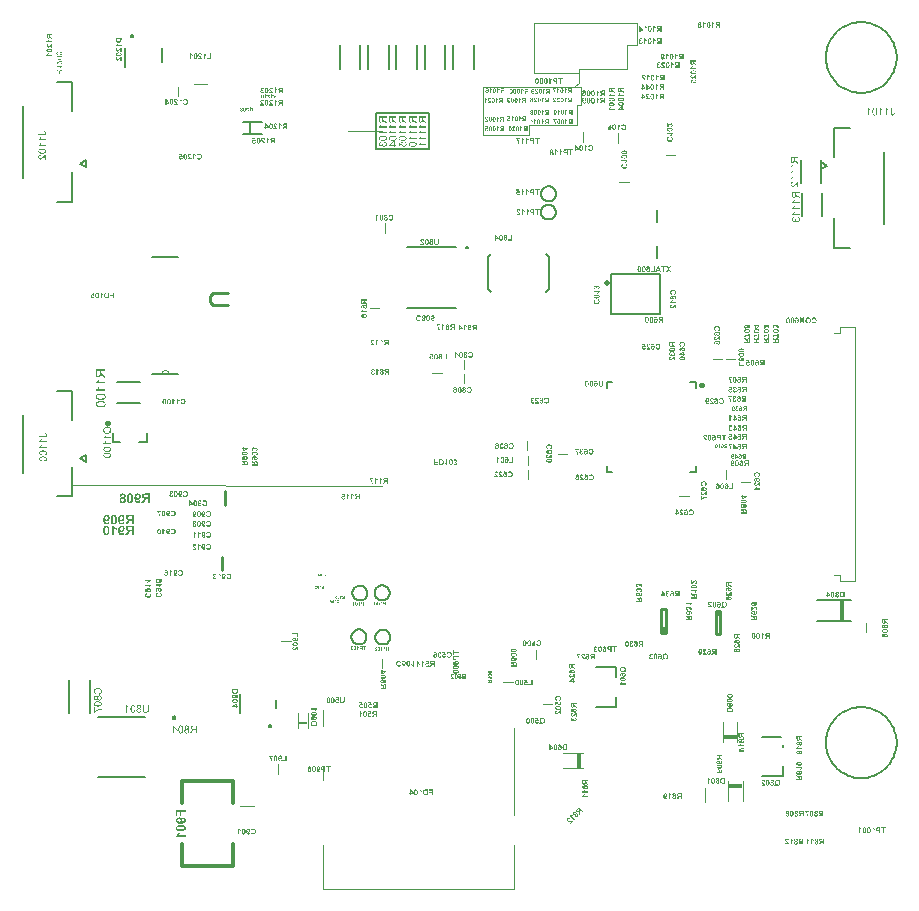
<source format=gbr>
%FSTAX23Y23*%
%MOIN*%
%SFA1B1*%

%IPPOS*%
%ADD138C,0.009843*%
%ADD139C,0.007874*%
%ADD140C,0.005000*%
%ADD141C,0.010000*%
%ADD144C,0.006000*%
%ADD145C,0.004000*%
%ADD146C,0.003000*%
%ADD148R,0.049212X0.012000*%
%ADD149C,0.000000*%
%ADD150C,0.012000*%
%ADD151C,0.005905*%
%ADD152R,0.013780X0.018701*%
%ADD153R,0.012000X0.049212*%
%ADD154R,0.015000X0.068000*%
%ADD155R,0.031496X0.007000*%
%LNx98_carrier_v1r2_12082022_legend_bot-1*%
%LPD*%
G36*
X01279Y02508D02*
X01268D01*
Y02504*
X01268Y02504*
Y02503*
X01268Y02503*
X01268Y02503*
Y02503*
X01268Y02503*
Y02503*
X01268Y02502*
X01268Y02502*
X01268Y02502*
X01269Y02501*
X01269Y02501*
X01269Y02501*
X01269Y02501*
X01269Y02501*
X01269Y025*
X0127Y025*
X0127Y025*
X0127Y02499*
X0127Y02499*
X0127Y02499*
X01271Y02499*
X01272Y02499*
X01272Y02498*
X01273Y02498*
X01273Y02497*
X01274Y02497*
X01274Y02497*
X01274Y02497*
X01274Y02497*
X01274*
X01279Y02493*
Y02489*
X01272Y02494*
X01272Y02494*
X01271Y02495*
X0127Y02495*
X0127Y02496*
X01269Y02496*
X01269Y02496*
X01269Y02496*
X01269Y02496*
X01269Y02497*
X01268Y02497*
X01268Y02498*
X01268Y02498*
X01268Y02498*
X01268Y02498*
X01268Y02499*
X01268Y02498*
X01267Y02497*
X01267Y02497*
X01267Y02496*
X01267Y02496*
X01267Y02495*
X01266Y02495*
X01266Y02494*
X01266Y02494*
X01266Y02494*
X01266Y02494*
X01266Y02493*
X01265Y02493*
X01265Y02493*
X01265Y02493*
X01265Y02493*
X01265Y02493*
X01265Y02492*
X01264Y02492*
X01263Y02492*
X01262Y02492*
X01262Y02491*
X01261Y02491*
X01261*
X01261Y02491*
X01261*
X01261*
X01261*
X0126Y02491*
X01259Y02491*
X01259Y02492*
X01258Y02492*
X01258Y02492*
X01257Y02492*
X01257Y02492*
X01257Y02492*
X01257*
X01256Y02493*
X01256Y02493*
X01255Y02494*
X01255Y02494*
X01255Y02495*
X01255Y02495*
X01254Y02495*
X01254Y02495*
Y02495*
X01254Y02496*
X01254Y02496*
X01254Y02497*
X01254Y02498*
X01254Y02498*
X01254Y02499*
Y025*
X01254Y025*
Y02512*
X01279*
Y02508*
G37*
G36*
X01263Y02484D02*
X01263Y02484D01*
X01262Y02483*
X01262Y02483*
X01262Y02482*
X01262Y02482*
X01262Y02482*
X01261Y02482*
Y02482*
X01261Y02481*
X01261Y0248*
X0126Y0248*
X0126Y02479*
X0126Y02479*
X01259Y02479*
X01259Y02479*
X01259Y02479*
X01279*
Y02475*
X01254*
Y02477*
X01254Y02478*
X01255Y02478*
X01255Y02479*
X01256Y02479*
X01256Y0248*
X01257Y0248*
X01257Y0248*
X01257Y0248*
X01257Y0248*
X01257Y0248*
X01258Y02481*
X01258Y02482*
X01259Y02483*
X01259Y02483*
X0126Y02484*
X0126Y02484*
X0126Y02484*
X0126Y02485*
X0126Y02485*
X0126Y02485*
Y02485*
X01263*
X01263Y02484*
G37*
G36*
Y02464D02*
X01263Y02464D01*
X01262Y02463*
X01262Y02463*
X01262Y02462*
X01262Y02462*
X01262Y02462*
X01261Y02462*
Y02462*
X01261Y02461*
X01261Y0246*
X0126Y0246*
X0126Y02459*
X0126Y02459*
X01259Y02459*
X01259Y02459*
X01259Y02459*
X01279*
Y02456*
X01254*
Y02458*
X01254Y02458*
X01255Y02458*
X01255Y02459*
X01256Y02459*
X01256Y0246*
X01257Y0246*
X01257Y0246*
X01257Y0246*
X01257Y0246*
X01257Y0246*
X01258Y02461*
X01258Y02462*
X01259Y02463*
X01259Y02463*
X0126Y02464*
X0126Y02464*
X0126Y02465*
X0126Y02465*
X0126Y02465*
X0126Y02465*
Y02465*
X01263*
X01263Y02464*
G37*
G36*
X01268Y02447D02*
X01269Y02447D01*
X0127Y02447*
X01271Y02447*
X01272Y02447*
X01273Y02447*
X01274Y02446*
X01275Y02446*
X01275Y02446*
X01276Y02446*
X01276Y02446*
X01276Y02445*
X01277Y02445*
X01277Y02445*
X01277Y02445*
X01277Y02445*
X01278Y02445*
X01278Y02444*
X01278Y02444*
X01279Y02443*
X01279Y02443*
X01279Y02442*
X01279Y02442*
X01279Y02441*
X0128Y02441*
X0128Y0244*
X0128Y0244*
X0128Y0244*
X0128Y02439*
Y02439*
X0128Y02438*
X0128Y02437*
X01279Y02436*
X01279Y02436*
X01279Y02435*
X01279Y02435*
X01278Y02435*
X01278Y02435*
X01278Y02435*
X01278Y02435*
Y02434*
X01278Y02434*
X01277Y02433*
X01276Y02433*
X01276Y02432*
X01275Y02432*
X01275Y02432*
X01274Y02432*
X01274Y02432*
X01274Y02432*
X01274Y02432*
X01274*
X01273Y02432*
X01273Y02431*
X01272Y02431*
X0127Y02431*
X01269Y02431*
X01269Y02431*
X01268Y02431*
X01268*
X01267Y02431*
X01267*
X01267*
X01267*
X01267*
X01266*
X01265Y02431*
X01265*
X01264Y02431*
X01264Y02431*
X01263Y02431*
X01263Y02431*
X01262Y02431*
X01262Y02431*
X01262Y02431*
X01261Y02431*
X01261Y02431*
X01261Y02431*
X01261Y02431*
X01261Y02431*
X01261*
X0126Y02432*
X01259Y02432*
X01258Y02432*
X01258Y02432*
X01257Y02433*
X01257Y02433*
X01257Y02433*
X01257Y02433*
X01256Y02433*
X01256Y02434*
X01255Y02434*
X01255Y02435*
X01255Y02435*
X01255Y02435*
X01254Y02435*
X01254Y02435*
Y02436*
X01254Y02436*
X01254Y02437*
X01254Y02437*
X01254Y02438*
X01254Y02438*
X01254Y02439*
Y02439*
X01254Y0244*
X01254Y02441*
X01254Y02442*
X01254Y02442*
X01255Y02443*
X01255Y02443*
X01255Y02443*
X01255Y02444*
X01255Y02444*
X01255Y02444*
Y02444*
X01256Y02444*
X01256Y02445*
X01257Y02445*
X01258Y02446*
X01258Y02446*
X01259Y02446*
X01259Y02446*
X01259Y02446*
X01259Y02446*
X01259Y02447*
X01259*
X0126Y02447*
X0126Y02447*
X01262Y02447*
X01263Y02447*
X01264Y02447*
X01265Y02447*
X01265Y02447*
X01266*
X01266Y02447*
X01266*
X01266*
X01267*
X01267*
X01268Y02447*
G37*
G36*
X01273Y02417D02*
X01279D01*
Y02414*
X01273*
Y02411*
X0127*
Y02414*
X01254*
Y02417*
X0127Y02429*
X01273*
Y02417*
G37*
G36*
X01312Y02508D02*
X01301D01*
Y02504*
X01301Y02504*
Y02503*
X01301Y02503*
X01301Y02503*
Y02503*
X01301Y02503*
Y02503*
X01301Y02502*
X01302Y02502*
X01302Y02502*
X01302Y02501*
X01302Y02501*
X01302Y02501*
X01302Y02501*
X01302Y02501*
X01302Y025*
X01303Y025*
X01303Y025*
X01303Y02499*
X01304Y02499*
X01304Y02499*
X01304Y02499*
X01305Y02499*
X01305Y02498*
X01306Y02498*
X01306Y02497*
X01307Y02497*
X01307Y02497*
X01307Y02497*
X01307Y02497*
X01307*
X01312Y02493*
Y02489*
X01306Y02494*
X01305Y02494*
X01304Y02495*
X01304Y02495*
X01303Y02496*
X01303Y02496*
X01302Y02496*
X01302Y02496*
X01302Y02496*
X01302Y02497*
X01302Y02497*
X01301Y02498*
X01301Y02498*
X01301Y02498*
X01301Y02498*
X01301Y02499*
X01301Y02498*
X01301Y02497*
X013Y02497*
X013Y02496*
X013Y02496*
X013Y02495*
X013Y02495*
X01299Y02494*
X01299Y02494*
X01299Y02494*
X01299Y02494*
X01299Y02493*
X01299Y02493*
X01299Y02493*
X01299Y02493*
X01298Y02493*
X01298Y02493*
X01298Y02492*
X01297Y02492*
X01296Y02492*
X01295Y02492*
X01295Y02491*
X01295Y02491*
X01294*
X01294Y02491*
X01294*
X01294*
X01294*
X01293Y02491*
X01292Y02491*
X01292Y02492*
X01291Y02492*
X01291Y02492*
X0129Y02492*
X0129Y02492*
X0129Y02492*
X0129*
X01289Y02493*
X01289Y02493*
X01288Y02494*
X01288Y02494*
X01288Y02495*
X01288Y02495*
X01288Y02495*
X01288Y02495*
Y02495*
X01287Y02496*
X01287Y02496*
X01287Y02497*
X01287Y02498*
X01287Y02498*
X01287Y02499*
Y025*
X01287Y025*
Y02512*
X01312*
Y02508*
G37*
G36*
X01296Y02484D02*
X01296Y02484D01*
X01295Y02483*
X01295Y02483*
X01295Y02482*
X01295Y02482*
X01295Y02482*
X01295Y02482*
Y02482*
X01294Y02481*
X01294Y0248*
X01293Y0248*
X01293Y02479*
X01293Y02479*
X01293Y02479*
X01292Y02479*
X01292Y02479*
X01312*
Y02475*
X01287*
Y02477*
X01287Y02478*
X01288Y02478*
X01289Y02479*
X01289Y02479*
X0129Y0248*
X0129Y0248*
X0129Y0248*
X0129Y0248*
X0129Y0248*
X0129Y0248*
X01291Y02481*
X01291Y02482*
X01292Y02483*
X01292Y02483*
X01293Y02484*
X01293Y02484*
X01293Y02484*
X01293Y02485*
X01293Y02485*
X01293Y02485*
Y02485*
X01296*
X01296Y02484*
G37*
G36*
Y02464D02*
X01296Y02464D01*
X01295Y02463*
X01295Y02463*
X01295Y02462*
X01295Y02462*
X01295Y02462*
X01295Y02462*
Y02462*
X01294Y02461*
X01294Y0246*
X01293Y0246*
X01293Y02459*
X01293Y02459*
X01293Y02459*
X01292Y02459*
X01292Y02459*
X01312*
Y02456*
X01287*
Y02458*
X01287Y02458*
X01288Y02458*
X01289Y02459*
X01289Y02459*
X0129Y0246*
X0129Y0246*
X0129Y0246*
X0129Y0246*
X0129Y0246*
X0129Y0246*
X01291Y02461*
X01291Y02462*
X01292Y02463*
X01292Y02463*
X01293Y02464*
X01293Y02464*
X01293Y02465*
X01293Y02465*
X01293Y02465*
X01293Y02465*
Y02465*
X01296*
X01296Y02464*
G37*
G36*
X01301Y02447D02*
X01302Y02447D01*
X01303Y02447*
X01305Y02447*
X01305Y02447*
X01306Y02447*
X01307Y02446*
X01308Y02446*
X01308Y02446*
X01309Y02446*
X01309Y02446*
X0131Y02445*
X0131Y02445*
X0131Y02445*
X0131Y02445*
X0131Y02445*
X01311Y02445*
X01311Y02444*
X01311Y02444*
X01312Y02443*
X01312Y02443*
X01312Y02442*
X01312Y02442*
X01313Y02441*
X01313Y02441*
X01313Y0244*
X01313Y0244*
X01313Y0244*
X01313Y02439*
Y02439*
X01313Y02438*
X01313Y02437*
X01312Y02436*
X01312Y02436*
X01312Y02435*
X01312Y02435*
X01312Y02435*
X01312Y02435*
X01311Y02435*
X01311Y02435*
Y02434*
X01311Y02434*
X0131Y02433*
X01309Y02433*
X01309Y02432*
X01308Y02432*
X01308Y02432*
X01308Y02432*
X01307Y02432*
X01307Y02432*
X01307Y02432*
X01307*
X01307Y02432*
X01306Y02431*
X01305Y02431*
X01304Y02431*
X01302Y02431*
X01302Y02431*
X01301Y02431*
X01301*
X01301Y02431*
X013*
X013*
X013*
X013*
X01299*
X01298Y02431*
X01298*
X01297Y02431*
X01297Y02431*
X01296Y02431*
X01296Y02431*
X01295Y02431*
X01295Y02431*
X01295Y02431*
X01294Y02431*
X01294Y02431*
X01294Y02431*
X01294Y02431*
X01294Y02431*
X01294*
X01293Y02432*
X01292Y02432*
X01292Y02432*
X01291Y02432*
X01291Y02433*
X0129Y02433*
X0129Y02433*
X0129Y02433*
X01289Y02433*
X01289Y02434*
X01289Y02434*
X01288Y02435*
X01288Y02435*
X01288Y02435*
X01288Y02435*
X01288Y02435*
Y02436*
X01287Y02436*
X01287Y02437*
X01287Y02437*
X01287Y02438*
X01287Y02438*
X01287Y02439*
Y02439*
X01287Y0244*
X01287Y02441*
X01287Y02442*
X01287Y02442*
X01288Y02443*
X01288Y02443*
X01288Y02443*
X01288Y02444*
X01288Y02444*
X01288Y02444*
Y02444*
X01289Y02444*
X0129Y02445*
X0129Y02445*
X01291Y02446*
X01292Y02446*
X01292Y02446*
X01292Y02446*
X01292Y02446*
X01292Y02446*
X01292Y02447*
X01293*
X01293Y02447*
X01294Y02447*
X01295Y02447*
X01296Y02447*
X01297Y02447*
X01298Y02447*
X01298Y02447*
X01299*
X01299Y02447*
X01299*
X013*
X013*
X013*
X01301Y02447*
G37*
G36*
X01306Y02427D02*
X01307Y02427D01*
X01308Y02427*
X01309Y02427*
X01309Y02426*
X0131Y02426*
X0131Y02426*
X0131Y02426*
X0131Y02426*
X01311Y02425*
X01311Y02425*
X01311Y02425*
X01311Y02425*
X01311Y02425*
X01311Y02425*
X01312Y02424*
X01312Y02424*
X01312Y02423*
X01312Y02422*
X01313Y02421*
X01313Y02421*
X01313Y02421*
X01313Y0242*
X01313Y0242*
X01313Y0242*
Y02419*
X01313Y02419*
X01313Y02418*
X01313Y02417*
X01312Y02416*
X01312Y02416*
X01312Y02415*
X01312Y02415*
X01311Y02414*
X01311Y02414*
X01311Y02414*
X0131Y02413*
X0131Y02413*
X0131Y02413*
X0131Y02413*
X0131Y02413*
X0131Y02413*
X01309Y02412*
X01309Y02412*
X01308Y02412*
X01308Y02411*
X01307Y02411*
X01306Y02411*
X01305Y02411*
X01305Y02411*
X01305Y02411*
X01304Y02411*
X01304Y02411*
X01304*
X01304*
X01304*
X01303Y02411*
X01303Y02411*
X01302Y02411*
X01301Y02411*
X01301Y02411*
X013Y02411*
X013Y02412*
X01299Y02412*
X01299Y02412*
X01299Y02412*
X01298Y02412*
X01298Y02413*
X01298Y02413*
X01298Y02413*
X01298Y02413*
X01298Y02413*
X01297Y02413*
X01297Y02414*
X01297Y02414*
X01296Y02415*
X01296Y02415*
X01296Y02416*
X01296Y02417*
X01296Y02417*
X01296Y02417*
X01296Y02418*
X01296Y02418*
X01295Y02418*
Y02419*
X01296Y02419*
X01296Y0242*
X01296Y02421*
X01296Y02422*
X01297Y02423*
X01297Y02423*
X01297Y02423*
X01297Y02423*
X01297Y02423*
X01297Y02423*
X01297Y02423*
X0129Y02422*
Y02412*
X01287*
Y02425*
X013Y02427*
X01301Y02424*
X013Y02424*
X013Y02423*
X013Y02423*
X01299Y02423*
X01299Y02423*
X01299Y02422*
X01299Y02422*
X01299Y02422*
X01299Y02422*
X01299Y02421*
X01298Y02421*
X01298Y0242*
X01298Y0242*
X01298Y0242*
Y02419*
X01298Y02418*
X01299Y02418*
X01299Y02417*
X01299Y02416*
X01299Y02416*
X013Y02416*
X013Y02415*
X013Y02415*
X013*
X013Y02415*
X01301Y02415*
X01302Y02414*
X01303Y02414*
X01303Y02414*
X01303Y02414*
X01304*
X01304Y02414*
X01304*
X01304*
X01304*
X01305*
X01305Y02414*
X01306Y02414*
X01307Y02414*
X01307Y02415*
X01308Y02415*
X01308Y02415*
X01308Y02415*
X01309Y02415*
X01309Y02415*
X01309Y02415*
X01309Y02416*
X01309Y02416*
X0131Y02417*
X0131Y02417*
X0131Y02418*
X0131Y02419*
X0131Y02419*
X0131Y02419*
Y02419*
X0131Y0242*
X0131Y02421*
X0131Y02421*
X0131Y02422*
X0131Y02422*
X01309Y02422*
X01309Y02423*
X01309Y02423*
X01309Y02423*
X01308Y02423*
X01307Y02424*
X01307Y02424*
X01306Y02424*
X01306Y02424*
X01306Y02424*
X01306Y02424*
X01306*
X01306*
X01306Y02428*
X01306Y02427*
G37*
G36*
X0055Y01571D02*
X00551Y0157D01*
X00551Y01569*
X00551Y01569*
X00552Y01569*
X00552Y01568*
X00552Y01568*
X00552Y01568*
X00552Y01568*
X00552Y01568*
X00553Y01568*
X00554Y01567*
X00554Y01567*
X00555Y01567*
X00555Y01567*
X00555Y01566*
X00555Y01566*
X00555Y01566*
X00555Y01566*
X00556*
Y01563*
X00555Y01563*
X00554Y01564*
X00553Y01564*
X00553Y01564*
X00552Y01565*
X00552Y01565*
X00552Y01565*
X00552Y01565*
X00551Y01565*
X00551Y01565*
X00551Y01566*
X00551Y01566*
X00551Y01566*
X00551Y01566*
Y01552*
X00547*
Y01571*
X0055*
X0055Y01571*
G37*
G36*
X00535D02*
X00536Y0157D01*
X00536Y01569*
X00537Y01569*
X00537Y01569*
X00537Y01568*
X00537Y01568*
X00537Y01568*
X00537Y01568*
X00538Y01568*
X00538Y01568*
X00539Y01567*
X00539Y01567*
X0054Y01567*
X0054Y01567*
X0054Y01566*
X0054Y01566*
X00541Y01566*
X00541Y01566*
X00541*
Y01563*
X0054Y01563*
X00539Y01564*
X00538Y01564*
X00538Y01564*
X00538Y01565*
X00537Y01565*
X00537Y01565*
X00537Y01565*
X00536Y01565*
X00536Y01565*
X00536Y01566*
X00536Y01566*
X00536Y01566*
X00536Y01566*
Y01552*
X00532*
Y01571*
X00535*
X00535Y01571*
G37*
G36*
X00567Y01571D02*
X00568Y01571D01*
X00569Y01571*
X00569Y01571*
X0057Y01571*
X00571Y01571*
X00571Y0157*
X00571Y0157*
X00572Y0157*
X00572Y0157*
X00573Y01569*
X00573Y01569*
X00573Y01569*
X00573Y01569*
X00573Y01569*
X00573Y01569*
X00574Y01568*
X00574Y01568*
X00574Y01567*
X00575Y01567*
X00575Y01566*
X00575Y01565*
X00575Y01565*
X00575Y01564*
X00575Y01563*
X00576Y01563*
X00576Y01563*
X00576Y01562*
Y01562*
X00576Y01562*
Y01561*
Y01561*
Y01561*
X00576Y01561*
X00576Y0156*
X00575Y01559*
X00575Y01558*
X00575Y01558*
X00575Y01557*
X00575Y01557*
X00574Y01556*
X00574Y01556*
X00574Y01555*
X00574Y01555*
X00574Y01555*
X00573Y01554*
X00573Y01554*
X00573Y01554*
X00573Y01554*
X00573Y01554*
X00572Y01553*
X00572Y01553*
X00571Y01553*
X00571Y01552*
X0057Y01552*
X0057Y01552*
X00569Y01552*
X00569Y01552*
X00568Y01552*
X00568Y01552*
X00568Y01552*
X00567Y01552*
X00567Y01552*
X00567*
X00566Y01552*
X00566Y01552*
X00565Y01552*
X00565Y01552*
X00564Y01552*
X00564Y01552*
X00564Y01552*
X00563Y01552*
X00563Y01552*
X00563Y01553*
X00562Y01553*
X00562Y01553*
X00562Y01553*
X00562Y01553*
X00562Y01553*
X00562Y01553*
X00562Y01553*
X00561Y01554*
X00561Y01554*
X0056Y01555*
X0056Y01556*
X0056Y01556*
X00559Y01557*
X00559Y01557*
X00559Y01557*
X00559Y01557*
X00559Y01558*
X00559Y01558*
Y01558*
X00563Y01559*
X00563Y01558*
X00563Y01558*
X00563Y01557*
X00564Y01557*
X00564Y01556*
X00564Y01556*
X00564Y01556*
X00564Y01556*
X00565Y01556*
X00565Y01555*
X00566Y01555*
X00566Y01555*
X00566Y01555*
X00567Y01555*
X00567Y01555*
X00567*
X00567Y01555*
X00568Y01555*
X00568Y01555*
X00569Y01555*
X00569Y01556*
X0057Y01556*
X0057Y01556*
X0057Y01556*
X0057Y01556*
X0057Y01556*
X0057Y01556*
X00571Y01557*
X00571Y01557*
X00571Y01557*
X00571Y01558*
X00571Y01559*
X00572Y0156*
X00572Y0156*
X00572Y0156*
X00572Y01561*
Y01561*
X00572Y01561*
Y01561*
Y01562*
Y01562*
X00572Y01562*
X00572Y01563*
X00572Y01563*
X00571Y01564*
X00571Y01564*
X00571Y01565*
X00571Y01565*
X00571Y01565*
X00571Y01566*
X00571Y01566*
X00571Y01566*
X00571Y01566*
X0057Y01566*
X0057Y01567*
X0057Y01567*
Y01567*
X0057Y01567*
X0057Y01567*
X0057Y01567*
X00569Y01567*
X00569Y01568*
X00568Y01568*
X00568Y01568*
X00567Y01568*
X00567Y01568*
X00567Y01568*
X00567*
X00566Y01568*
X00566Y01568*
X00565Y01568*
X00565Y01568*
X00565Y01568*
X00565Y01567*
X00564Y01567*
X00564Y01567*
X00564Y01567*
X00564Y01567*
X00563Y01566*
X00563Y01566*
X00563Y01565*
X00563Y01565*
X00563Y01565*
Y01565*
X00563Y01565*
Y01565*
X00559Y01566*
X00559Y01567*
X0056Y01567*
X0056Y01568*
X0056Y01568*
X00561Y01569*
X00561Y01569*
X00561Y01569*
X00561Y01569*
X00561Y01569*
X00561Y01569*
X00561*
X00561Y0157*
X00562Y0157*
X00562Y0157*
X00563Y01571*
X00563Y01571*
X00564Y01571*
X00564Y01571*
X00565Y01571*
X00565Y01571*
X00566Y01571*
X00566Y01571*
X00566Y01571*
X00566Y01571*
X00567*
X00567Y01571*
G37*
G36*
X00521Y01571D02*
X00521Y01571D01*
X00522Y01571*
X00522Y01571*
X00523Y01571*
X00523Y01571*
X00523Y0157*
X00524Y0157*
X00524Y0157*
X00524Y0157*
X00524Y0157*
X00525Y0157*
X00525Y01569*
X00525Y01569*
X00525Y01569*
X00525Y01569*
X00525Y01569*
X00525Y01568*
X00526Y01568*
X00526Y01567*
X00526Y01566*
X00526Y01566*
X00526Y01565*
X00526Y01564*
X00527Y01564*
X00527Y01563*
X00527Y01563*
X00527Y01562*
X00527Y01562*
Y01562*
Y01562*
Y01561*
Y01561*
Y01561*
X00527Y0156*
X00527Y01559*
X00527Y01559*
X00526Y01558*
X00526Y01557*
X00526Y01557*
X00526Y01556*
X00526Y01555*
X00526Y01555*
X00526Y01555*
X00525Y01554*
X00525Y01554*
X00525Y01554*
X00525Y01554*
X00525Y01554*
X00525Y01554*
X00525Y01553*
X00524Y01553*
X00524Y01553*
X00524Y01552*
X00523Y01552*
X00523Y01552*
X00522Y01552*
X00522Y01552*
X00522Y01552*
X00521Y01552*
X00521Y01552*
X00521Y01552*
X00521*
X00521Y01552*
X0052*
X0052Y01552*
X00519Y01552*
X00519Y01552*
X00519Y01552*
X00518Y01552*
X00518Y01552*
X00518Y01552*
X00517Y01553*
X00517Y01553*
X00517Y01553*
X00517Y01553*
X00516Y01553*
X00516Y01553*
X00516Y01553*
X00516Y01553*
X00516Y01554*
X00516Y01554*
X00516Y01555*
X00515Y01555*
X00515Y01556*
X00515Y01556*
X00515Y01557*
X00515Y01558*
X00514Y01558*
X00514Y01559*
X00514Y0156*
X00514Y0156*
X00514Y0156*
X00514Y01561*
Y01561*
Y01561*
Y01561*
Y01561*
Y01561*
X00514Y01562*
X00514Y01563*
X00514Y01564*
X00515Y01565*
X00515Y01566*
X00515Y01566*
X00515Y01567*
X00515Y01567*
X00515Y01568*
X00516Y01568*
X00516Y01568*
X00516Y01569*
X00516Y01569*
X00516Y01569*
X00516Y01569*
X00516Y01569*
X00516Y0157*
X00517Y0157*
X00517Y0157*
X00517Y0157*
X00518Y01571*
X00518Y01571*
X00519Y01571*
X00519Y01571*
X00519Y01571*
X00519Y01571*
X0052Y01571*
X0052Y01571*
X0052Y01571*
X0052*
X00521Y01571*
G37*
G36*
X00506D02*
X00507Y01571D01*
X00507Y01571*
X00507Y01571*
X00508Y01571*
X00508Y01571*
X00508Y0157*
X00509Y0157*
X00509Y0157*
X00509Y0157*
X00509Y0157*
X0051Y0157*
X0051Y01569*
X0051Y01569*
X0051Y01569*
X0051Y01569*
X0051Y01569*
X00511Y01568*
X00511Y01568*
X00511Y01567*
X00511Y01566*
X00511Y01566*
X00511Y01565*
X00512Y01564*
X00512Y01564*
X00512Y01563*
X00512Y01563*
X00512Y01562*
X00512Y01562*
Y01562*
Y01562*
Y01561*
Y01561*
Y01561*
X00512Y0156*
X00512Y01559*
X00512Y01559*
X00511Y01558*
X00511Y01557*
X00511Y01557*
X00511Y01556*
X00511Y01555*
X00511Y01555*
X00511Y01555*
X0051Y01554*
X0051Y01554*
X0051Y01554*
X0051Y01554*
X0051Y01554*
X0051Y01554*
X0051Y01553*
X00509Y01553*
X00509Y01553*
X00509Y01552*
X00508Y01552*
X00508Y01552*
X00508Y01552*
X00507Y01552*
X00507Y01552*
X00507Y01552*
X00506Y01552*
X00506Y01552*
X00506*
X00506Y01552*
X00506*
X00505Y01552*
X00505Y01552*
X00504Y01552*
X00504Y01552*
X00503Y01552*
X00503Y01552*
X00503Y01552*
X00502Y01553*
X00502Y01553*
X00502Y01553*
X00502Y01553*
X00501Y01553*
X00501Y01553*
X00501Y01553*
X00501Y01553*
X00501Y01554*
X00501Y01554*
X00501Y01555*
X005Y01555*
X005Y01556*
X005Y01556*
X005Y01557*
X005Y01558*
X005Y01558*
X00499Y01559*
X00499Y0156*
X00499Y0156*
X00499Y0156*
X00499Y01561*
Y01561*
Y01561*
Y01561*
Y01561*
Y01561*
X00499Y01562*
X00499Y01563*
X00499Y01564*
X005Y01565*
X005Y01566*
X005Y01566*
X005Y01567*
X005Y01567*
X005Y01568*
X00501Y01568*
X00501Y01568*
X00501Y01569*
X00501Y01569*
X00501Y01569*
X00501Y01569*
X00501Y01569*
X00502Y0157*
X00502Y0157*
X00502Y0157*
X00503Y0157*
X00503Y01571*
X00503Y01571*
X00504Y01571*
X00504Y01571*
X00504Y01571*
X00505Y01571*
X00505Y01571*
X00505Y01571*
X00505Y01571*
X00506*
X00506Y01571*
G37*
G36*
X00156Y02728D02*
X00157D01*
X00157Y02728*
X00158Y02728*
X00158Y02728*
X00158Y02728*
X00159Y02728*
X00159Y02728*
X00159Y02728*
X00159Y02728*
X00159Y02728*
X0016Y02728*
X0016Y02728*
X0016Y02728*
X0016*
X0016Y02728*
X00161Y02727*
X00161Y02727*
X00162Y02727*
X00162Y02727*
X00162Y02727*
X00163Y02727*
X00163Y02727*
X00163Y02726*
X00163Y02726*
X00164Y02726*
X00164Y02725*
X00164Y02725*
X00164Y02725*
X00164Y02725*
X00164Y02725*
Y02725*
X00165Y02724*
X00165Y02724*
X00165Y02723*
X00165Y02723*
X00165Y02723*
X00165Y02722*
Y02722*
X00165Y02721*
X00165Y02721*
X00165Y0272*
X00164Y0272*
X00164Y02719*
X00164Y02719*
X00164Y02719*
X00164Y02719*
X00164Y02719*
X00164Y02719*
Y02719*
X00163Y02718*
X00163Y02718*
X00162Y02717*
X00162Y02717*
X00161Y02717*
X00161Y02717*
X00161Y02717*
X00161Y02717*
X00161Y02716*
X00161Y02716*
X00161*
X0016Y02716*
X0016Y02716*
X00159Y02716*
X00158Y02716*
X00157Y02716*
X00157Y02716*
X00156Y02716*
X00156*
X00156Y02716*
X00156*
X00155*
X00155*
X00155*
X00154Y02716*
X00153Y02716*
X00153Y02716*
X00152Y02716*
X00151Y02716*
X0015Y02716*
X0015Y02717*
X00149Y02717*
X00149Y02717*
X00148Y02717*
X00148Y02717*
X00148Y02717*
X00148Y02717*
X00148Y02718*
X00147Y02718*
X00147Y02718*
X00147Y02718*
X00147Y02718*
X00147Y02719*
X00146Y02719*
X00146Y02719*
X00146Y0272*
X00146Y0272*
X00146Y0272*
X00146Y02721*
X00146Y02721*
X00146Y02721*
X00145Y02722*
X00145Y02722*
Y02722*
X00146Y02723*
X00146Y02723*
X00146Y02724*
X00146Y02725*
X00146Y02725*
X00146Y02725*
X00146Y02725*
X00146Y02725*
X00147Y02725*
X00147Y02725*
Y02725*
X00147Y02726*
X00148Y02726*
X00148Y02727*
X00149Y02727*
X00149Y02727*
X00149Y02727*
X00149Y02727*
X0015Y02727*
X0015Y02728*
X0015Y02728*
X0015*
X0015Y02728*
X00151Y02728*
X00151Y02728*
X00152Y02728*
X00153Y02728*
X00154Y02728*
X00154Y02728*
X00154*
X00155Y02728*
X00155*
X00155*
X00155*
X00155*
X00156*
X00156Y02728*
G37*
G36*
Y02713D02*
X00157D01*
X00157Y02713*
X00158Y02713*
X00158Y02713*
X00158Y02713*
X00159Y02713*
X00159Y02713*
X00159Y02713*
X00159Y02713*
X00159Y02713*
X0016Y02713*
X0016Y02713*
X0016Y02713*
X0016*
X0016Y02713*
X00161Y02713*
X00161Y02712*
X00162Y02712*
X00162Y02712*
X00162Y02712*
X00163Y02712*
X00163Y02712*
X00163Y02711*
X00163Y02711*
X00164Y02711*
X00164Y0271*
X00164Y0271*
X00164Y0271*
X00164Y0271*
X00164Y0271*
Y0271*
X00165Y02709*
X00165Y02709*
X00165Y02708*
X00165Y02708*
X00165Y02708*
X00165Y02707*
Y02707*
X00165Y02706*
X00165Y02706*
X00165Y02705*
X00164Y02705*
X00164Y02704*
X00164Y02704*
X00164Y02704*
X00164Y02704*
X00164Y02704*
X00164Y02704*
Y02704*
X00163Y02703*
X00163Y02703*
X00162Y02702*
X00162Y02702*
X00161Y02702*
X00161Y02702*
X00161Y02702*
X00161Y02702*
X00161Y02702*
X00161Y02702*
X00161*
X0016Y02701*
X0016Y02701*
X00159Y02701*
X00158Y02701*
X00157Y02701*
X00157Y02701*
X00156Y02701*
X00156*
X00156Y02701*
X00156*
X00155*
X00155*
X00155*
X00154Y02701*
X00153Y02701*
X00153Y02701*
X00152Y02701*
X00151Y02701*
X0015Y02701*
X0015Y02702*
X00149Y02702*
X00149Y02702*
X00148Y02702*
X00148Y02702*
X00148Y02702*
X00148Y02703*
X00148Y02703*
X00147Y02703*
X00147Y02703*
X00147Y02703*
X00147Y02703*
X00147Y02704*
X00146Y02704*
X00146Y02704*
X00146Y02705*
X00146Y02705*
X00146Y02706*
X00146Y02706*
X00146Y02706*
X00146Y02706*
X00145Y02707*
X00145Y02707*
Y02707*
X00146Y02708*
X00146Y02709*
X00146Y02709*
X00146Y0271*
X00146Y0271*
X00146Y0271*
X00146Y0271*
X00146Y0271*
X00147Y02711*
X00147Y02711*
Y02711*
X00147Y02711*
X00148Y02711*
X00148Y02712*
X00149Y02712*
X00149Y02712*
X00149Y02712*
X00149Y02713*
X0015Y02713*
X0015Y02713*
X0015Y02713*
X0015*
X0015Y02713*
X00151Y02713*
X00151Y02713*
X00152Y02713*
X00153Y02713*
X00154Y02713*
X00154Y02713*
X00154*
X00155Y02713*
X00155*
X00155*
X00155*
X00155*
X00156*
X00156Y02713*
G37*
G36*
X00148Y02689D02*
X00149Y02689D01*
X00149Y02689*
X00149Y0269*
X00149Y0269*
X00149Y0269*
X00149Y0269*
X00149Y0269*
X00149Y0269*
X0015Y0269*
X0015Y02691*
X0015Y02691*
X00151Y02691*
X00151Y02692*
X00151Y02692*
X00151Y02692*
X00152Y02692*
X00152Y02693*
X00152Y02693*
X00152Y02693*
X00152Y02693*
X00152Y02694*
X00153Y02694*
X00153Y02694*
X00153Y02695*
X00154Y02695*
X00154Y02695*
X00154Y02695*
X00154Y02696*
X00155Y02696*
X00155Y02696*
X00155Y02696*
X00155Y02696*
X00155Y02696*
X00156Y02697*
X00156Y02697*
X00156Y02697*
X00157Y02697*
X00157Y02698*
X00157Y02698*
X00157Y02698*
X00157Y02698*
X00158Y02698*
X00158Y02698*
X00159Y02698*
X00159Y02698*
X00159Y02698*
X0016Y02698*
X0016*
X0016*
X0016Y02698*
X00161Y02698*
X00161Y02698*
X00161Y02698*
X00162Y02698*
X00162Y02698*
X00163Y02697*
X00163Y02697*
X00163Y02697*
X00163Y02697*
X00163Y02697*
X00163Y02697*
X00163Y02697*
X00163Y02697*
X00164Y02696*
X00164Y02696*
X00164Y02696*
X00164Y02695*
X00165Y02695*
X00165Y02694*
X00165Y02694*
X00165Y02693*
X00165Y02693*
X00165Y02693*
X00165Y02693*
Y02692*
X00165Y02692*
X00165Y02691*
X00165Y02691*
X00165Y0269*
X00165Y0269*
X00165Y0269*
X00164Y02689*
X00164Y02689*
X00164Y02689*
X00164Y02689*
X00164Y02688*
X00164Y02688*
X00164Y02688*
X00164Y02688*
X00164Y02688*
X00164Y02688*
X00163Y02688*
X00163Y02687*
X00163Y02687*
X00162Y02687*
X00162Y02687*
X00161Y02686*
X00161Y02686*
X0016Y02686*
X0016Y02686*
X0016Y02686*
X0016Y02686*
X0016*
X0016Y02686*
X0016*
X00159Y02688*
X0016Y02689*
X0016Y02689*
X00161Y02689*
X00161Y02689*
X00162Y02689*
X00162Y02689*
X00162Y02689*
X00162Y0269*
X00162Y0269*
X00163Y0269*
X00163Y02691*
X00163Y02691*
X00163Y02692*
X00163Y02692*
X00163Y02692*
Y02692*
X00163Y02693*
X00163Y02693*
X00163Y02694*
X00163Y02694*
X00162Y02694*
X00162Y02695*
X00162Y02695*
X00162Y02695*
X00162Y02695*
X00161Y02695*
X00161Y02696*
X00161Y02696*
X0016Y02696*
X0016Y02696*
X0016Y02696*
X0016*
X0016*
X00159Y02696*
X00159Y02696*
X00158Y02696*
X00158Y02695*
X00157Y02695*
X00157Y02695*
X00157Y02695*
X00157Y02695*
X00157Y02695*
X00157*
X00157Y02695*
X00156Y02694*
X00156Y02694*
X00156Y02694*
X00155Y02693*
X00154Y02692*
X00154Y02692*
X00154Y02692*
X00153Y02691*
X00153Y02691*
X00153Y02691*
X00153Y02691*
X00153Y02691*
X00153Y02691*
X00152Y0269*
X00152Y02689*
X00151Y02689*
X00151Y02688*
X0015Y02688*
X0015Y02688*
X0015Y02688*
X0015Y02687*
X0015*
X0015Y02687*
X00149Y02687*
X00149Y02686*
X00148Y02686*
X00148Y02686*
X00148Y02686*
X00147Y02686*
X00147Y02686*
X00147*
X00147Y02686*
X00147Y02686*
X00147Y02686*
X00146Y02686*
X00146Y02686*
X00146*
X00146*
X00146*
Y02698*
X00148*
Y02689*
G37*
G36*
X00165Y02678D02*
X00165Y02678D01*
X00164Y02678*
X00164Y02677*
X00163Y02677*
X00163Y02677*
X00163Y02677*
X00163Y02676*
X00163Y02676*
X00162Y02676*
X00162Y02676*
X00162Y02676*
X00162Y02675*
X00161Y02675*
X00161Y02674*
X00161Y02674*
X0016Y02673*
X0016Y02673*
X0016Y02673*
X0016Y02673*
X0016Y02673*
Y02673*
X00158*
X00158Y02673*
X00158Y02674*
X00159Y02674*
X00159Y02674*
X00159Y02675*
X00159Y02675*
X00159Y02675*
X00159Y02675*
Y02675*
X00159Y02676*
X0016Y02676*
X0016Y02677*
X0016Y02677*
X0016Y02677*
X00161Y02677*
X00161Y02678*
X00161Y02678*
X00146*
Y0268*
X00165*
Y02678*
G37*
G36*
X00151Y02666D02*
X00152Y02666D01*
X00152Y02666*
X00152Y02665*
X00153Y02665*
X00153Y02665*
X00153Y02664*
X00153Y02664*
X00154Y02664*
X00154Y02664*
X00154Y02664*
X00154Y02663*
X00154Y02663*
X00154Y02663*
X00154Y02663*
X00155Y02663*
X00155Y02663*
X00155Y02664*
X00155Y02664*
X00155Y02664*
X00155Y02665*
X00155Y02665*
X00155Y02665*
X00156Y02666*
X00156Y02666*
X00156Y02666*
X00156Y02666*
X00156Y02666*
X00156Y02667*
X00156Y02667*
X00156Y02667*
X00156Y02667*
X00157Y02667*
X00157Y02667*
X00157Y02667*
X00158Y02668*
X00159Y02668*
X00159Y02668*
X00159Y02668*
X00159*
X0016Y02668*
X0016*
X0016*
X0016*
X0016Y02668*
X00161Y02668*
X00161Y02668*
X00162Y02668*
X00162Y02667*
X00162Y02667*
X00163Y02667*
X00163Y02667*
X00163*
X00163Y02667*
X00163Y02667*
X00164Y02666*
X00164Y02666*
X00164Y02666*
X00164Y02665*
X00164Y02665*
X00164Y02665*
Y02665*
X00165Y02665*
X00165Y02665*
X00165Y02664*
X00165Y02663*
X00165Y02663*
X00165Y02662*
Y02662*
X00165Y02662*
Y02653*
X00146*
Y02655*
X00154*
Y02659*
X00154Y02659*
Y02659*
X00154Y02659*
X00154Y02659*
Y0266*
X00154Y0266*
Y0266*
X00154Y0266*
X00154Y0266*
X00154Y0266*
X00154Y02661*
X00154Y02661*
X00154Y02661*
X00154Y02661*
X00154Y02661*
X00153Y02661*
X00153Y02662*
X00153Y02662*
X00153Y02662*
X00152Y02662*
X00152Y02662*
X00152Y02662*
X00152Y02663*
X00151Y02663*
X00151Y02663*
X0015Y02663*
X0015Y02664*
X0015Y02664*
X0015Y02664*
X0015Y02664*
X0015*
X00146Y02666*
Y0267*
X00151Y02666*
G37*
G36*
X02623Y02258D02*
X02612D01*
Y02253*
X02612Y02253*
Y02253*
X02612Y02252*
X02612Y02252*
Y02252*
X02612Y02252*
Y02252*
X02612Y02251*
X02612Y02251*
X02612Y02251*
X02612Y02251*
X02613Y0225*
X02613Y0225*
X02613Y0225*
X02613Y0225*
X02613Y0225*
X02614Y02249*
X02614Y02249*
X02614Y02249*
X02614Y02249*
X02614Y02249*
X02615Y02248*
X02615Y02248*
X02616Y02247*
X02617Y02247*
X02617Y02247*
X02617Y02246*
X02618Y02246*
X02618Y02246*
X02618Y02246*
X02618*
X02623Y02243*
Y02239*
X02616Y02243*
X02615Y02243*
X02615Y02244*
X02614Y02244*
X02614Y02245*
X02613Y02245*
X02613Y02245*
X02613Y02246*
X02613Y02246*
X02613Y02246*
X02612Y02246*
X02612Y02247*
X02612Y02247*
X02612Y02248*
X02612Y02248*
X02611Y02248*
X02611Y02247*
X02611Y02246*
X02611Y02246*
X02611Y02245*
X02611Y02245*
X02611Y02244*
X0261Y02244*
X0261Y02244*
X0261Y02243*
X0261Y02243*
X0261Y02243*
X02609Y02243*
X02609Y02243*
X02609Y02242*
X02609Y02242*
X02609Y02242*
X02609Y02242*
X02608Y02242*
X02608Y02241*
X02607Y02241*
X02606Y02241*
X02605Y02241*
X02605Y02241*
X02605*
X02605Y02241*
X02605*
X02605*
X02605*
X02604Y02241*
X02603Y02241*
X02602Y02241*
X02602Y02241*
X02601Y02241*
X02601Y02241*
X02601Y02242*
X02601Y02242*
X02601*
X026Y02242*
X026Y02243*
X02599Y02243*
X02599Y02243*
X02599Y02244*
X02598Y02244*
X02598Y02244*
X02598Y02244*
Y02244*
X02598Y02245*
X02598Y02245*
X02598Y02246*
X02598Y02247*
X02598Y02248*
X02598Y02248*
Y02249*
X02598Y02249*
Y02261*
X02623*
Y02258*
G37*
G36*
X02607Y02234D02*
X02606Y02233D01*
X02606Y02232*
X02606Y02232*
X02606Y02231*
X02605Y02231*
X02605Y02231*
X02605Y02231*
Y02231*
X02605Y0223*
X02604Y0223*
X02604Y02229*
X02604Y02229*
X02604Y02228*
X02603Y02228*
X02603Y02228*
X02603Y02228*
X02623*
Y02225*
X02597*
Y02227*
X02598Y02227*
X02599Y02227*
X02599Y02228*
X026Y02228*
X026Y02229*
X02601Y02229*
X02601Y02229*
X02601Y02229*
X02601Y02229*
X02601Y0223*
X02601Y0223*
X02602Y02231*
X02603Y02232*
X02603Y02233*
X02603Y02233*
X02604Y02233*
X02604Y02234*
X02604Y02234*
X02604Y02234*
X02604Y02234*
Y02234*
X02607*
X02607Y02234*
G37*
G36*
Y02214D02*
X02606Y02213D01*
X02606Y02213*
X02606Y02212*
X02606Y02212*
X02605Y02211*
X02605Y02211*
X02605Y02211*
Y02211*
X02605Y0221*
X02604Y0221*
X02604Y02209*
X02604Y02209*
X02604Y02208*
X02603Y02208*
X02603Y02208*
X02603Y02208*
X02623*
Y02205*
X02597*
Y02207*
X02598Y02207*
X02599Y02208*
X02599Y02208*
X026Y02209*
X026Y02209*
X02601Y02209*
X02601Y02209*
X02601Y0221*
X02601Y0221*
X02601Y0221*
X02601Y0221*
X02602Y02211*
X02603Y02212*
X02603Y02213*
X02603Y02213*
X02604Y02214*
X02604Y02214*
X02604Y02214*
X02604Y02214*
X02604Y02214*
Y02214*
X02607*
X02607Y02214*
G37*
G36*
Y02194D02*
X02606Y02193D01*
X02606Y02193*
X02606Y02192*
X02606Y02192*
X02605Y02191*
X02605Y02191*
X02605Y02191*
Y02191*
X02605Y0219*
X02604Y0219*
X02604Y02189*
X02604Y02189*
X02604Y02188*
X02603Y02188*
X02603Y02188*
X02603Y02188*
X02623*
Y02185*
X02597*
Y02187*
X02598Y02187*
X02599Y02188*
X02599Y02188*
X026Y02189*
X026Y02189*
X02601Y02189*
X02601Y0219*
X02601Y0219*
X02601Y0219*
X02601Y0219*
X02601Y0219*
X02602Y02191*
X02603Y02192*
X02603Y02193*
X02603Y02193*
X02604Y02194*
X02604Y02194*
X02604Y02194*
X02604Y02194*
X02604Y02194*
Y02194*
X02607*
X02607Y02194*
G37*
G36*
X02617Y02177D02*
X02618Y02177D01*
X02619Y02176*
X02619Y02176*
X0262Y02176*
X0262Y02175*
X02621Y02175*
X02621Y02175*
X02621Y02175*
X02621Y02175*
X02621Y02174*
X02621Y02174*
X02622Y02174*
X02622Y02174*
X02622Y02174*
X02622Y02173*
X02623Y02173*
X02623Y02172*
X02623Y02172*
X02623Y02171*
X02623Y0217*
X02623Y0217*
X02624Y0217*
X02624Y02169*
X02624Y02169*
Y02169*
X02624Y02168*
X02623Y02167*
X02623Y02167*
X02623Y02166*
X02623Y02166*
X02623Y02165*
X02623Y02165*
X02622Y02164*
X02622Y02164*
X02622Y02163*
X02622Y02163*
X02622Y02163*
X02621Y02163*
X02621Y02163*
X02621Y02163*
X02621Y02162*
X02621Y02162*
X0262Y02162*
X0262Y02161*
X02619Y02161*
X02619Y02161*
X02618Y02161*
X02618Y0216*
X02617Y0216*
X02617Y0216*
X02616Y0216*
X02616Y0216*
X02616Y0216*
X02616*
X02616*
X02616*
X02615Y0216*
X02614Y0216*
X02613Y0216*
X02613Y02161*
X02612Y02161*
X02612Y02161*
X02612Y02161*
X02611Y02161*
X02611Y02162*
X0261Y02162*
X0261Y02163*
X0261Y02164*
X0261Y02164*
X02609Y02164*
X02609Y02165*
X02609Y02165*
X02609Y02165*
Y02165*
X02609Y02164*
X02609Y02164*
X02608Y02163*
X02608Y02163*
X02608Y02163*
X02607Y02162*
X02607Y02162*
X02607Y02162*
X02607Y02162*
X02606Y02162*
X02606Y02161*
X02605Y02161*
X02605Y02161*
X02604Y02161*
X02604*
X02604*
X02603Y02161*
X02603Y02161*
X02602Y02162*
X02602Y02162*
X02601Y02162*
X02601Y02162*
X02601Y02162*
X02601Y02162*
X026Y02163*
X026Y02163*
X02599Y02163*
X02599Y02164*
X02599Y02164*
X02598Y02165*
X02598Y02165*
X02598Y02165*
Y02165*
X02598Y02166*
X02598Y02166*
X02598Y02167*
X02598Y02168*
X02597Y02168*
X02597Y02168*
Y02169*
X02597Y0217*
X02598Y02171*
X02598Y02172*
X02598Y02172*
X02598Y02173*
X02599Y02173*
X02599Y02173*
X02599Y02173*
X02599Y02174*
X02599Y02174*
X02599Y02174*
X02599Y02174*
X026Y02175*
X02601Y02175*
X02601Y02176*
X02602Y02176*
X02603Y02176*
X02603Y02176*
X02604Y02176*
X02604Y02176*
X02604Y02176*
X02604Y02176*
X02604*
X02605Y02173*
X02604Y02173*
X02603Y02173*
X02602Y02173*
X02602Y02172*
X02602Y02172*
X02601Y02172*
X02601Y02172*
X02601Y02172*
X02601Y02171*
X026Y02171*
X026Y0217*
X026Y0217*
X026Y02169*
X026Y02169*
Y02169*
X026Y02168*
X026Y02167*
X026Y02167*
X02601Y02166*
X02601Y02166*
X02601Y02166*
X02601Y02166*
X02601Y02166*
X02602Y02165*
X02602Y02165*
X02603Y02165*
X02603Y02165*
X02603Y02165*
X02604Y02164*
X02604*
X02604*
X02604*
X02604*
X02605Y02165*
X02605Y02165*
X02606Y02165*
X02606Y02165*
X02607Y02166*
X02607Y02166*
X02607Y02166*
X02607Y02166*
Y02166*
X02608Y02167*
X02608Y02167*
X02608Y02168*
X02608Y02169*
X02608Y02169*
X02608Y02169*
Y0217*
X02608Y0217*
Y0217*
X02611Y02171*
X02611Y0217*
X02611Y0217*
X02611Y02169*
X02611Y02169*
X02611Y02169*
Y02168*
X02611Y02168*
X02611Y02167*
X02611Y02166*
X02611Y02166*
X02612Y02165*
X02612Y02165*
X02612Y02165*
X02612Y02165*
X02613Y02164*
X02613Y02164*
X02614Y02164*
X02614Y02164*
X02615Y02163*
X02615Y02163*
X02615Y02163*
X02616*
X02616*
X02616*
X02616Y02163*
X02617Y02164*
X02618Y02164*
X02618Y02164*
X02619Y02164*
X02619Y02165*
X02619Y02165*
X02619Y02165*
X0262Y02165*
X0262Y02166*
X02621Y02167*
X02621Y02167*
X02621Y02168*
X02621Y02168*
X02621Y02168*
Y02169*
X02621Y02169*
X02621Y0217*
X02621Y0217*
X0262Y02171*
X0262Y02171*
X0262Y02172*
X0262Y02172*
X0262Y02172*
X02619Y02172*
X02619Y02173*
X02618Y02173*
X02617Y02173*
X02617Y02173*
X02617Y02173*
X02616Y02174*
X02616Y02174*
X02616Y02174*
X02616Y02174*
X02616*
X02616Y02177*
X02617Y02177*
G37*
G36*
X02618Y02374D02*
X02607D01*
Y0237*
X02607Y0237*
Y02369*
X02607Y02369*
X02607Y02369*
Y02369*
X02607Y02369*
Y02369*
X02607Y02368*
X02607Y02368*
X02608Y02368*
X02608Y02367*
X02608Y02367*
X02608Y02367*
X02608Y02367*
X02608Y02367*
X02608Y02367*
X02609Y02366*
X02609Y02366*
X02609Y02366*
X02609Y02365*
X0261Y02365*
X0261Y02365*
X02611Y02365*
X02611Y02364*
X02612Y02364*
X02612Y02363*
X02613Y02363*
X02613Y02363*
X02613Y02363*
X02613Y02363*
X02613*
X02618Y0236*
Y02355*
X02611Y0236*
X02611Y0236*
X0261Y02361*
X02609Y02361*
X02609Y02362*
X02609Y02362*
X02608Y02362*
X02608Y02363*
X02608Y02363*
X02608Y02363*
X02608Y02363*
X02607Y02364*
X02607Y02364*
X02607Y02364*
X02607Y02365*
X02607Y02365*
X02607Y02364*
X02606Y02363*
X02606Y02363*
X02606Y02362*
X02606Y02362*
X02606Y02361*
X02606Y02361*
X02605Y02361*
X02605Y0236*
X02605Y0236*
X02605Y0236*
X02605Y0236*
X02605Y02359*
X02604Y02359*
X02604Y02359*
X02604Y02359*
X02604Y02359*
X02604Y02359*
X02603Y02358*
X02602Y02358*
X02601Y02358*
X02601Y02357*
X026Y02357*
X026*
X026Y02357*
X026*
X026*
X026*
X02599Y02357*
X02598Y02358*
X02598Y02358*
X02597Y02358*
X02597Y02358*
X02596Y02358*
X02596Y02358*
X02596Y02358*
X02596*
X02595Y02359*
X02595Y02359*
X02594Y0236*
X02594Y0236*
X02594Y02361*
X02594Y02361*
X02593Y02361*
X02593Y02361*
Y02361*
X02593Y02362*
X02593Y02362*
X02593Y02363*
X02593Y02364*
X02593Y02365*
X02593Y02365*
Y02366*
X02593Y02366*
Y02378*
X02618*
Y02374*
G37*
G36*
X02602Y0235D02*
X02602Y0235D01*
X02601Y02349*
X02601Y02349*
X02601Y02348*
X02601Y02348*
X02601Y02348*
X02601Y02348*
Y02348*
X026Y02347*
X026Y02346*
X02599Y02346*
X02599Y02346*
X02599Y02345*
X02599Y02345*
X02598Y02345*
X02598Y02345*
X02618*
Y02342*
X02593*
Y02344*
X02593Y02344*
X02594Y02344*
X02594Y02345*
X02595Y02345*
X02595Y02346*
X02596Y02346*
X02596Y02346*
X02596Y02346*
X02596Y02346*
X02596Y02346*
X02597Y02347*
X02597Y02348*
X02598Y02349*
X02598Y02349*
X02599Y0235*
X02599Y0235*
X02599Y02351*
X02599Y02351*
X02599Y02351*
X02599Y02351*
Y02351*
X02602*
X02602Y0235*
G37*
G36*
Y02331D02*
X02602Y0233D01*
X02601Y02329*
X02601Y02329*
X02601Y02328*
X02601Y02328*
X02601Y02328*
X02601Y02328*
Y02328*
X026Y02327*
X026Y02327*
X02599Y02326*
X02599Y02326*
X02599Y02325*
X02599Y02325*
X02598Y02325*
X02598Y02325*
X02618*
Y02322*
X02593*
Y02324*
X02593Y02324*
X02594Y02324*
X02594Y02325*
X02595Y02325*
X02595Y02326*
X02596Y02326*
X02596Y02326*
X02596Y02326*
X02596Y02326*
X02596Y02326*
X02597Y02327*
X02597Y02328*
X02598Y02329*
X02598Y0233*
X02599Y0233*
X02599Y0233*
X02599Y02331*
X02599Y02331*
X02599Y02331*
X02599Y02331*
Y02331*
X02602*
X02602Y02331*
G37*
G36*
Y02311D02*
X02602Y0231D01*
X02601Y02309*
X02601Y02309*
X02601Y02309*
X02601Y02308*
X02601Y02308*
X02601Y02308*
Y02308*
X026Y02307*
X026Y02307*
X02599Y02306*
X02599Y02306*
X02599Y02305*
X02599Y02305*
X02598Y02305*
X02598Y02305*
X02618*
Y02302*
X02593*
Y02304*
X02593Y02304*
X02594Y02305*
X02594Y02305*
X02595Y02305*
X02595Y02306*
X02596Y02306*
X02596Y02306*
X02596Y02307*
X02596Y02307*
X02596Y02307*
X02597Y02307*
X02597Y02308*
X02598Y02309*
X02598Y0231*
X02599Y0231*
X02599Y0231*
X02599Y02311*
X02599Y02311*
X02599Y02311*
X02599Y02311*
Y02311*
X02602*
X02602Y02311*
G37*
G36*
X02618Y02277D02*
X02615D01*
Y0229*
X02615Y02289*
X02614Y02289*
X02614Y02289*
X02614Y02289*
X02614Y02289*
X02614Y02288*
X02614Y02288*
X02613Y02288*
X02613Y02288*
X02613Y02287*
X02612Y02287*
X02612Y02286*
X02611Y02286*
X02611Y02285*
X02611Y02285*
X02611Y02285*
X02611Y02285*
X0261Y02285*
X0261Y02285*
X0261Y02284*
X02609Y02284*
X02609Y02283*
X02609Y02283*
X02608Y02282*
X02608Y02282*
X02607Y02281*
X02607Y02281*
X02607Y02281*
X02607Y02281*
X02606Y0228*
X02606Y0228*
X02606Y0228*
X02606Y0228*
X02605Y02279*
X02605Y02279*
X02604Y02279*
X02604Y02278*
X02603Y02278*
X02603Y02278*
X02603Y02278*
X02603Y02278*
X02602Y02278*
X02602Y02277*
X02601Y02277*
X02601Y02277*
X026Y02277*
X026Y02277*
X026*
X026*
X02599Y02277*
X02599Y02277*
X02598Y02277*
X02598Y02277*
X02597Y02278*
X02596Y02278*
X02596Y02278*
X02596Y02279*
X02595Y02279*
X02595Y02279*
X02595Y02279*
X02595Y02279*
X02595Y02279*
X02595Y02279*
X02594Y0228*
X02594Y0228*
X02594Y02281*
X02594Y02281*
X02593Y02282*
X02593Y02283*
X02593Y02283*
X02593Y02284*
X02593Y02284*
X02593Y02285*
X02593Y02285*
Y02285*
X02593Y02286*
X02593Y02286*
X02593Y02287*
X02593Y02288*
X02593Y02288*
X02593Y02289*
X02593Y02289*
X02594Y02289*
X02594Y0229*
X02594Y0229*
X02594Y0229*
X02594Y02291*
X02594Y02291*
X02594Y02291*
X02595Y02291*
X02595Y02291*
X02595Y02291*
X02595Y02292*
X02596Y02292*
X02596Y02292*
X02597Y02293*
X02598Y02293*
X02598Y02293*
X02599Y02293*
X02599Y02293*
X02599Y02293*
X026Y02293*
X026*
X026Y02294*
X026*
X026Y0229*
X026Y0229*
X02599Y0229*
X02598Y0229*
X02598Y0229*
X02597Y02289*
X02597Y02289*
X02597Y02289*
X02597Y02289*
X02596Y02288*
X02596Y02288*
X02596Y02287*
X02595Y02287*
X02595Y02286*
X02595Y02286*
X02595Y02285*
Y02285*
X02595Y02284*
X02595Y02284*
X02596Y02283*
X02596Y02283*
X02596Y02282*
X02596Y02282*
X02596Y02282*
X02597Y02282*
X02597Y02281*
X02598Y02281*
X02598Y02281*
X02599Y02281*
X02599Y0228*
X02599Y0228*
X026Y0228*
X026*
X026*
X026Y0228*
X02601Y02281*
X02602Y02281*
X02602Y02281*
X02603Y02281*
X02603Y02282*
X02603Y02282*
X02603Y02282*
X02603Y02282*
X02603*
X02604Y02282*
X02604Y02283*
X02605Y02283*
X02605Y02283*
X02606Y02284*
X02607Y02285*
X02607Y02286*
X02608Y02286*
X02608Y02287*
X02608Y02287*
X02609Y02287*
X02609Y02287*
X02609Y02288*
X02609Y02288*
X0261Y02288*
X0261Y02289*
X02611Y0229*
X02612Y02291*
X02612Y02291*
X02612Y02291*
X02613Y02292*
X02613Y02292*
X02613*
X02613Y02292*
X02614Y02293*
X02615Y02293*
X02615Y02293*
X02616Y02293*
X02616Y02294*
X02616Y02294*
X02616Y02294*
X02616*
X02617Y02294*
X02617Y02294*
X02617Y02294*
X02618Y02294*
X02618Y02294*
X02618*
X02618*
X02618*
Y02277*
G37*
G36*
X02912Y02541D02*
X02913Y0254D01*
X02913Y0254*
X02914Y02539*
X02914Y02539*
X02915Y02538*
X02915Y02538*
X02915Y02538*
X02915Y02538*
X02915Y02538*
X02916Y02538*
X02916Y02537*
X02917Y02536*
X02918Y02536*
X02919Y02536*
X02919Y02535*
X02919Y02535*
X02919Y02535*
X02919Y02535*
X02919Y02535*
X02919*
Y02532*
X02919Y02532*
X02918Y02533*
X02918Y02533*
X02917Y02533*
X02917Y02533*
X02916Y02534*
X02916Y02534*
X02916Y02534*
X02916*
X02915Y02534*
X02915Y02535*
X02914Y02535*
X02914Y02535*
X02914Y02535*
X02913Y02536*
X02913Y02536*
X02913Y02536*
Y02516*
X0291*
Y02542*
X02912*
X02912Y02541*
G37*
G36*
X02893D02*
X02893Y0254D01*
X02893Y0254*
X02894Y02539*
X02894Y02539*
X02895Y02538*
X02895Y02538*
X02895Y02538*
X02895Y02538*
X02895Y02538*
X02896Y02538*
X02897Y02537*
X02897Y02536*
X02898Y02536*
X02899Y02536*
X02899Y02535*
X02899Y02535*
X02899Y02535*
X02899Y02535*
X029Y02535*
X029*
Y02532*
X02899Y02532*
X02898Y02533*
X02898Y02533*
X02897Y02533*
X02897Y02533*
X02897Y02534*
X02896Y02534*
X02896Y02534*
X02896*
X02896Y02534*
X02895Y02535*
X02894Y02535*
X02894Y02535*
X02894Y02535*
X02893Y02536*
X02893Y02536*
X02893Y02536*
Y02516*
X0289*
Y02542*
X02892*
X02893Y02541*
G37*
G36*
X02853D02*
X02853Y0254D01*
X02854Y0254*
X02854Y02539*
X02854Y02539*
X02855Y02538*
X02855Y02538*
X02855Y02538*
X02855Y02538*
X02855Y02538*
X02856Y02538*
X02857Y02537*
X02857Y02536*
X02858Y02536*
X02859Y02536*
X02859Y02535*
X02859Y02535*
X02859Y02535*
X0286Y02535*
X0286Y02535*
X0286*
Y02532*
X02859Y02532*
X02859Y02533*
X02858Y02533*
X02858Y02533*
X02857Y02533*
X02857Y02534*
X02857Y02534*
X02856Y02534*
X02856*
X02856Y02534*
X02855Y02535*
X02855Y02535*
X02854Y02535*
X02854Y02535*
X02854Y02536*
X02853Y02536*
X02853Y02536*
Y02516*
X0285*
Y02542*
X02852*
X02853Y02541*
G37*
G36*
X0293Y02524D02*
Y02523D01*
X0293Y02522*
X0293Y02522*
X0293Y02521*
X0293Y02521*
X0293Y02521*
X0293Y02521*
Y02521*
X0293Y0252*
X0293Y0252*
X0293Y0252*
X02931Y02519*
X02931Y02519*
X02931Y02519*
X02931Y02519*
X02931Y02519*
X02932Y02519*
X02932Y02519*
X02932Y02519*
X02933Y02519*
X02933Y02518*
X02933Y02518*
X02933*
X02934Y02518*
X02935Y02519*
X02935Y02519*
X02935Y02519*
X02936Y02519*
X02936Y02519*
X02936Y02519*
X02936Y0252*
X02936Y0252*
X02936Y0252*
X02937Y02521*
X02937Y02521*
X02937Y02522*
X02937Y02523*
Y02523*
X02937Y02523*
X02937Y02523*
Y02523*
Y02523*
Y02524*
X0294Y02523*
Y02522*
X0294Y02522*
X0294Y02521*
X0294Y02521*
X0294Y0252*
X0294Y0252*
X0294Y02519*
X02939Y02519*
X02939Y02518*
X02939Y02518*
X02939Y02518*
X02939Y02518*
X02939Y02518*
X02939Y02517*
X02939Y02517*
X02939Y02517*
X02938Y02517*
X02938Y02517*
X02937Y02516*
X02937Y02516*
X02936Y02516*
X02935Y02516*
X02934Y02516*
X02934Y02515*
X02934Y02515*
X02934Y02515*
X02933*
X02933Y02515*
X02932Y02516*
X02931Y02516*
X02931Y02516*
X0293Y02516*
X0293Y02516*
X02929Y02516*
X02929Y02516*
X02929Y02517*
X02928Y02517*
X02928Y02518*
X02928Y02518*
X02927Y02518*
X02927Y02519*
X02927Y02519*
X02927Y02519*
Y02519*
X02927Y0252*
X02926Y02521*
X02926Y02521*
X02926Y02522*
X02926Y02523*
Y02523*
X02926Y02523*
Y02524*
Y02524*
Y02524*
Y02524*
Y02541*
X0293*
Y02524*
G37*
G36*
X02875Y02542D02*
X02876Y02541D01*
X02876Y02541*
X02877Y02541*
X02878Y02541*
X02878Y0254*
X02878Y0254*
X02878Y0254*
X02878Y0254*
X02878Y0254*
X02878*
X02879Y02539*
X0288Y02539*
X0288Y02538*
X0288Y02537*
X02881Y02537*
X02881Y02537*
X02881Y02536*
X02881Y02536*
X02881Y02536*
X02881Y02536*
Y02536*
X02881Y02535*
X02881Y02535*
X02882Y02533*
X02882Y02532*
X02882Y02531*
X02882Y02531*
X02882Y0253*
Y0253*
X02882Y02529*
Y02529*
Y02529*
Y02529*
Y02528*
X02882Y02527*
X02882Y02526*
X02882Y02525*
X02882Y02524*
X02881Y02523*
X02881Y02522*
X02881Y02521*
X02881Y02521*
X02881Y0252*
X0288Y02519*
X0288Y02519*
X0288Y02519*
X0288Y02518*
X0288Y02518*
X0288Y02518*
X0288Y02518*
X02879Y02518*
X02879Y02517*
X02878Y02517*
X02878Y02517*
X02877Y02516*
X02877Y02516*
X02876Y02516*
X02876Y02516*
X02875Y02516*
X02875Y02516*
X02875Y02515*
X02874Y02515*
X02874Y02515*
X02874*
X02873Y02515*
X02872Y02516*
X02871Y02516*
X0287Y02516*
X0287Y02516*
X0287Y02517*
X02869Y02517*
X02869Y02517*
X02869Y02517*
X02869Y02517*
X02869*
X02868Y02518*
X02868Y02518*
X02867Y02519*
X02867Y0252*
X02867Y0252*
X02867Y0252*
X02866Y02521*
X02866Y02521*
X02866Y02521*
X02866Y02521*
Y02521*
X02866Y02522*
X02866Y02522*
X02866Y02523*
X02866Y02525*
X02865Y02526*
X02865Y02526*
X02865Y02527*
Y02527*
X02865Y02528*
Y02528*
Y02528*
Y02528*
Y02528*
Y02529*
X02865Y0253*
Y0253*
X02865Y02531*
X02865Y02532*
X02866Y02532*
X02866Y02533*
X02866Y02533*
X02866Y02533*
X02866Y02534*
X02866Y02534*
X02866Y02534*
X02866Y02534*
X02866Y02534*
X02866Y02534*
Y02535*
X02866Y02535*
X02866Y02536*
X02867Y02537*
X02867Y02537*
X02867Y02538*
X02867Y02538*
X02867Y02538*
X02867Y02538*
X02868Y02539*
X02868Y02539*
X02869Y0254*
X02869Y0254*
X0287Y0254*
X0287Y02541*
X0287Y02541*
X0287Y02541*
X0287*
X02871Y02541*
X02871Y02541*
X02872Y02541*
X02872Y02541*
X02873Y02542*
X02873Y02542*
X02874*
X02875Y02542*
G37*
G36*
X00285Y00607D02*
X00286Y00607D01*
X00287Y00607*
X00288Y00607*
X00288Y00607*
X00289Y00607*
X00289Y00607*
X00289Y00607*
X0029Y00606*
X0029Y00606*
X0029Y00606*
X0029Y00606*
X0029*
X00291Y00606*
X00292Y00605*
X00293Y00604*
X00293Y00604*
X00294Y00604*
X00294Y00603*
X00294Y00603*
X00295Y00603*
X00295Y00603*
X00295Y00603*
X00295Y00602*
X00295Y00602*
X00295Y00602*
X00295Y00602*
X00296Y00601*
X00296Y006*
X00296Y00599*
X00297Y00598*
X00297Y00597*
X00297Y00597*
X00297Y00597*
Y00596*
X00297Y00596*
Y00596*
X00297Y00595*
X00297Y00594*
X00297Y00593*
X00296Y00593*
X00296Y00592*
X00296Y00592*
X00296Y00591*
X00296Y00591*
X00295Y0059*
X00295Y0059*
X00295Y0059*
X00295Y00589*
X00295Y00589*
X00295Y00589*
X00295Y00589*
X00295Y00589*
X00294Y00588*
X00294Y00588*
X00293Y00587*
X00293Y00587*
X00292Y00586*
X00291Y00586*
X0029Y00586*
X0029Y00585*
X00289Y00585*
X00289Y00585*
X00289Y00585*
X00288Y00585*
X00288Y00585*
X00288*
X00287Y00588*
X00288Y00588*
X00288Y00589*
X00289Y00589*
X00289Y00589*
X0029Y00589*
X0029Y00589*
X00291Y0059*
X00291Y0059*
X00291Y0059*
X00292Y0059*
X00292Y00591*
X00292Y00591*
X00292Y00591*
X00292Y00591*
X00292Y00591*
X00292Y00591*
X00293Y00591*
X00293Y00592*
X00293Y00593*
X00293Y00593*
X00294Y00594*
X00294Y00595*
X00294Y00595*
Y00595*
X00294Y00596*
Y00596*
X00294Y00597*
X00294Y00598*
X00293Y00598*
X00293Y00599*
X00293Y00599*
X00293Y006*
X00293Y006*
X00293Y006*
X00293Y006*
X00293Y006*
Y006*
X00292Y00601*
X00292Y00602*
X00291Y00602*
X0029Y00602*
X0029Y00603*
X00289Y00603*
X00289Y00603*
X00289Y00603*
X00289Y00603*
X00289*
X00288Y00603*
X00287Y00604*
X00286Y00604*
X00285Y00604*
X00285Y00604*
X00284Y00604*
X00284*
X00284Y00604*
X00284*
X00283*
X00283*
X00283*
X00282Y00604*
X00281Y00604*
X00281Y00604*
X0028Y00604*
X00279Y00604*
X00279Y00604*
X00279Y00603*
X00279Y00603*
X00279Y00603*
X00278Y00603*
X00278*
X00278Y00603*
X00277Y00603*
X00276Y00602*
X00276Y00602*
X00275Y00601*
X00275Y00601*
X00275Y00601*
X00275Y00601*
Y00601*
X00274Y006*
X00274Y00599*
X00273Y00598*
X00273Y00597*
X00273Y00597*
X00273Y00596*
Y00596*
X00273Y00596*
Y00596*
X00273Y00595*
X00273Y00594*
X00274Y00593*
X00274Y00592*
X00274Y00592*
X00274Y00592*
X00274Y00591*
X00274Y00591*
X00275Y00591*
X00276Y0059*
X00276Y0059*
X00277Y00589*
X00278Y00589*
X00278Y00589*
X00278Y00589*
X00278Y00589*
X00278Y00589*
X00278Y00589*
X00279*
X00278Y00585*
X00277Y00586*
X00276Y00586*
X00276Y00586*
X00275Y00586*
X00275Y00587*
X00274Y00587*
X00274Y00587*
X00274Y00588*
X00273Y00588*
X00273Y00588*
X00273Y00588*
X00273Y00589*
X00272Y00589*
X00272Y00589*
X00272Y00589*
X00272Y00589*
X00272Y0059*
X00272Y0059*
X00271Y00591*
X00271Y00591*
X00271Y00592*
X00271Y00593*
X0027Y00594*
X0027Y00594*
X0027Y00595*
X0027Y00595*
X0027Y00595*
Y00596*
X0027Y00597*
X00271Y00598*
X00271Y00599*
X00271Y00599*
X00271Y006*
X00271Y006*
X00271Y00601*
X00271Y00601*
X00272Y00601*
X00272Y00601*
X00272Y00602*
X00272Y00602*
X00272Y00602*
X00272Y00603*
X00273Y00604*
X00274Y00604*
X00275Y00605*
X00275Y00605*
X00276Y00606*
X00276Y00606*
X00276Y00606*
X00276Y00606*
X00276Y00606*
X00276Y00606*
X00278Y00607*
X00279Y00607*
X0028Y00607*
X00281Y00607*
X00281Y00607*
X00282Y00607*
X00282Y00608*
X00283*
X00283Y00608*
X00283*
X00283*
X00283*
X00285Y00607*
G37*
G36*
X0029Y00582D02*
X0029Y00582D01*
X00291Y00582*
X00291Y00582*
X00292Y00581*
X00293Y00581*
X00293Y00581*
X00293Y00581*
X00294Y00581*
X00294Y0058*
X00294Y0058*
X00294Y0058*
X00294Y0058*
X00294Y0058*
X00295Y0058*
X00295Y00579*
X00295Y00579*
X00296Y00578*
X00296Y00578*
X00296Y00577*
X00296Y00577*
X00296Y00576*
X00297Y00575*
X00297Y00575*
X00297Y00575*
X00297Y00574*
X00297Y00574*
Y00574*
X00297Y00573*
X00297Y00572*
X00297Y00572*
X00296Y00571*
X00296Y00571*
X00296Y0057*
X00296Y0057*
X00296Y00569*
X00295Y00569*
X00295Y00568*
X00295Y00568*
X00295Y00568*
X00295Y00568*
X00295Y00568*
X00295Y00568*
X00295Y00568*
X00294Y00567*
X00294Y00567*
X00293Y00566*
X00293Y00566*
X00292Y00566*
X00292Y00566*
X00291Y00566*
X00291Y00565*
X0029Y00565*
X0029Y00565*
X0029Y00565*
X00289Y00565*
X00289*
X00289*
X00289*
X00288Y00565*
X00287Y00565*
X00287Y00566*
X00286Y00566*
X00286Y00566*
X00285Y00566*
X00285Y00566*
X00285Y00566*
X00285*
X00284Y00567*
X00284Y00568*
X00283Y00568*
X00283Y00569*
X00283Y00569*
X00283Y0057*
X00283Y0057*
X00283Y0057*
X00282Y0057*
Y0057*
X00282Y00569*
X00282Y00569*
X00282Y00568*
X00281Y00568*
X00281Y00568*
X00281Y00567*
X00281Y00567*
X0028Y00567*
X0028Y00567*
X00279Y00567*
X00279Y00566*
X00278Y00566*
X00278Y00566*
X00278Y00566*
X00277*
X00277*
X00277*
X00277Y00566*
X00276Y00566*
X00275Y00567*
X00275Y00567*
X00274Y00567*
X00273Y00568*
X00273Y00568*
X00273Y00568*
X00273Y00568*
X00273Y00568*
X00273Y00568*
X00273Y00568*
X00272Y00569*
X00272Y00569*
X00272Y0057*
X00271Y0057*
X00271Y00571*
X00271Y00572*
X00271Y00572*
X00271Y00573*
X00271Y00573*
X00271Y00573*
X00271Y00573*
Y00574*
X00271Y00574*
X00271Y00575*
X00271Y00576*
X00271Y00576*
X00271Y00577*
X00271Y00577*
X00272Y00578*
X00272Y00578*
X00272Y00578*
X00272Y00578*
X00272Y00579*
X00272Y00579*
X00272Y00579*
X00272Y00579*
X00273Y00579*
X00273Y00579*
X00273Y0058*
X00274Y0058*
X00274Y0058*
X00275Y00581*
X00276Y00581*
X00276Y00581*
X00277Y00581*
X00277Y00581*
X00277Y00581*
X00277*
X00277*
X00277*
X00278Y00581*
X00279Y00581*
X00279Y00581*
X0028Y00581*
X0028Y0058*
X0028Y0058*
X0028Y0058*
X0028Y0058*
X00281Y0058*
X00281Y00579*
X00282Y00579*
X00282Y00578*
X00282Y00578*
X00282Y00578*
X00282Y00577*
X00282Y00577*
X00282Y00577*
Y00577*
X00283Y00578*
X00283Y00579*
X00283Y00579*
X00284Y0058*
X00284Y0058*
X00284Y00581*
X00285Y00581*
X00285Y00581*
X00285*
X00285Y00581*
X00286Y00582*
X00287Y00582*
X00287Y00582*
X00288Y00582*
X00288Y00582*
X00289*
X00289Y00582*
X00289*
X00289*
X00289*
X0029Y00582*
G37*
G36*
X00285Y00562D02*
X00286Y00562D01*
X00287Y00562*
X00288Y00562*
X00289Y00562*
X0029Y00561*
X00291Y00561*
X00292Y00561*
X00292Y00561*
X00293Y0056*
X00293Y0056*
X00293Y0056*
X00294Y0056*
X00294Y0056*
X00294Y0056*
X00294Y0056*
X00295Y00559*
X00295Y00559*
X00295Y00558*
X00296Y00558*
X00296Y00557*
X00296Y00557*
X00296Y00556*
X00296Y00556*
X00297Y00555*
X00297Y00555*
X00297Y00555*
X00297Y00554*
X00297Y00554*
Y00554*
X00297Y00553*
X00297Y00552*
X00296Y00551*
X00296Y0055*
X00296Y0055*
X00296Y0055*
X00295Y00549*
X00295Y00549*
X00295Y00549*
X00295Y00549*
Y00549*
X00295Y00548*
X00294Y00548*
X00293Y00547*
X00293Y00547*
X00292Y00547*
X00292Y00547*
X00291Y00547*
X00291Y00546*
X00291Y00546*
X00291Y00546*
X00291*
X0029Y00546*
X0029Y00546*
X00289Y00546*
X00287Y00546*
X00286Y00546*
X00286Y00545*
X00285Y00545*
X00285*
X00284Y00545*
X00284*
X00284*
X00284*
X00284*
X00283*
X00282Y00545*
X00282*
X00281Y00545*
X00281Y00546*
X0028Y00546*
X0028Y00546*
X00279Y00546*
X00279Y00546*
X00279Y00546*
X00278Y00546*
X00278Y00546*
X00278Y00546*
X00278Y00546*
X00278Y00546*
X00278*
X00277Y00546*
X00276Y00546*
X00275Y00547*
X00275Y00547*
X00274Y00547*
X00274Y00547*
X00274Y00548*
X00274Y00548*
X00273Y00548*
X00273Y00548*
X00272Y00549*
X00272Y00549*
X00272Y0055*
X00272Y0055*
X00271Y0055*
X00271Y0055*
Y0055*
X00271Y00551*
X00271Y00551*
X00271Y00552*
X00271Y00553*
X00271Y00553*
X00271Y00553*
Y00554*
X00271Y00555*
X00271Y00556*
X00271Y00556*
X00271Y00557*
X00272Y00558*
X00272Y00558*
X00272Y00558*
X00272Y00558*
X00272Y00558*
X00272Y00558*
Y00558*
X00273Y00559*
X00273Y0056*
X00274Y0056*
X00275Y00561*
X00275Y00561*
X00276Y00561*
X00276Y00561*
X00276Y00561*
X00276Y00561*
X00276Y00561*
X00276*
X00277Y00561*
X00277Y00562*
X00279Y00562*
X0028Y00562*
X00281Y00562*
X00282Y00562*
X00282Y00562*
X00283*
X00283Y00562*
X00283*
X00284*
X00284*
X00284*
X00285Y00562*
G37*
G36*
X00274Y00529D02*
X00275Y0053D01*
X00276Y00531*
X00277Y00532*
X00278Y00533*
X00279Y00533*
X00279Y00533*
X0028Y00533*
X0028Y00534*
X0028Y00534*
X00281Y00534*
X00281Y00534*
X00281Y00534*
X00282Y00535*
X00284Y00535*
X00285Y00536*
X00286Y00536*
X00286Y00536*
X00287Y00537*
X00287Y00537*
X00288Y00537*
X00288Y00537*
X00289Y00537*
X00289Y00537*
X00289Y00537*
X00289*
X00291Y00538*
X00291Y00538*
X00292Y00538*
X00293Y00538*
X00293Y00538*
X00294Y00538*
X00294Y00538*
X00295Y00538*
X00295Y00538*
X00295Y00538*
X00296*
X00296Y00538*
X00296*
X00296*
X00296*
Y00535*
X00295Y00535*
X00294Y00535*
X00292Y00535*
X00292Y00535*
X00291Y00534*
X00291Y00534*
X0029Y00534*
X0029Y00534*
X0029Y00534*
X0029Y00534*
X00289Y00534*
X00289Y00534*
X00289*
X00288Y00533*
X00286Y00533*
X00285Y00533*
X00284Y00532*
X00284Y00532*
X00283Y00532*
X00283Y00531*
X00282Y00531*
X00282Y00531*
X00281Y00531*
X00281Y00531*
X00281Y0053*
X0028Y0053*
X0028Y0053*
X0028Y0053*
X00279Y00529*
X00278Y00529*
X00278Y00529*
X00277Y00528*
X00276Y00528*
X00276Y00527*
X00275Y00527*
X00275Y00527*
X00275Y00526*
X00274Y00526*
X00274Y00526*
X00274Y00526*
X00274Y00526*
X00274Y00525*
X00274Y00525*
X00271*
Y00542*
X00274*
Y00529*
G37*
G36*
X0038Y0055D02*
X0038Y00549D01*
X00381Y00549*
X00381Y00548*
X00382Y00548*
X00382Y00547*
X00382Y00547*
X00382Y00547*
X00382Y00547*
X00382Y00547*
X00383Y00547*
X00384Y00546*
X00385Y00545*
X00385Y00545*
X00386Y00545*
X00386Y00544*
X00386Y00544*
X00387Y00544*
X00387Y00544*
X00387Y00544*
X00387*
Y00541*
X00386Y00541*
X00386Y00542*
X00385Y00542*
X00385Y00542*
X00384Y00542*
X00384Y00543*
X00384Y00543*
X00384Y00543*
X00384*
X00383Y00543*
X00382Y00544*
X00382Y00544*
X00381Y00544*
X00381Y00544*
X00381Y00545*
X00381Y00545*
X00381Y00545*
Y00525*
X00377*
Y00551*
X00379*
X0038Y0055*
G37*
G36*
X00454Y00536D02*
Y00535D01*
X00454Y00534*
X00453Y00534*
X00453Y00533*
X00453Y00532*
X00453Y00532*
X00453Y00531*
X00453Y00531*
X00453Y00531*
X00453Y0053*
X00453Y0053*
X00453Y0053*
X00453Y00529*
X00453Y00529*
X00453Y00529*
Y00529*
X00452Y00528*
X00452Y00528*
X00451Y00527*
X00451Y00527*
X0045Y00526*
X0045Y00526*
X0045Y00526*
X00449Y00526*
X00449Y00526*
X00449*
X00448Y00525*
X00447Y00525*
X00446Y00525*
X00446Y00525*
X00445Y00525*
X00445Y00524*
X00444Y00524*
X00444*
X00444Y00524*
X00443*
X00442Y00524*
X00442Y00525*
X00441Y00525*
X0044Y00525*
X0044Y00525*
X0044Y00525*
X00439Y00525*
X00439Y00525*
X00438Y00525*
X00438Y00525*
X00438Y00526*
X00438Y00526*
X00438Y00526*
X00438Y00526*
X00438*
X00437Y00526*
X00436Y00527*
X00436Y00528*
X00435Y00528*
X00435Y00529*
X00435Y00529*
X00434Y00529*
X00434Y00529*
X00434Y00529*
Y00529*
X00434Y0053*
X00434Y0053*
X00434Y00531*
X00434Y00532*
X00434Y00533*
X00434Y00534*
X00433Y00534*
Y00535*
X00433Y00535*
Y00535*
Y00535*
Y00536*
Y00536*
Y0055*
X00437*
Y00536*
Y00535*
X00437Y00534*
X00437Y00533*
X00437Y00533*
X00437Y00532*
X00437Y00531*
X00437Y00531*
X00438Y00531*
X00438Y0053*
X00438Y0053*
X00438Y0053*
X00438Y00529*
X00438Y00529*
X00438Y00529*
X00438Y00529*
X00438Y00529*
X00439Y00529*
X00439Y00529*
X0044Y00528*
X00441Y00528*
X00442Y00528*
X00443Y00528*
X00443Y00528*
X00443*
X00443Y00527*
X00444*
X00445Y00528*
X00445Y00528*
X00446Y00528*
X00446Y00528*
X00447Y00528*
X00447Y00528*
X00447Y00528*
X00447Y00528*
X00448Y00529*
X00448Y00529*
X00449Y00529*
X00449Y0053*
X00449Y0053*
X00449Y0053*
X0045Y00531*
X0045Y00531*
X0045Y00531*
X0045Y00531*
X0045Y00532*
X0045Y00533*
X0045Y00534*
X0045Y00535*
Y00535*
X0045Y00535*
Y00535*
Y00536*
Y00536*
Y00536*
Y0055*
X00454*
Y00536*
G37*
G36*
X00421Y00551D02*
X00422Y00551D01*
X00423Y0055*
X00423Y0055*
X00424Y0055*
X00424Y0055*
X00425Y0055*
X00425Y00549*
X00425Y00549*
X00426Y00549*
X00426Y00549*
X00426Y00549*
X00426Y00549*
X00426Y00549*
X00426Y00549*
X00426Y00548*
X00427Y00548*
X00427Y00548*
X00427Y00547*
X00428Y00546*
X00428Y00546*
X00428Y00545*
X00428Y00545*
X00428Y00544*
X00428Y00544*
Y00544*
Y00544*
Y00544*
X00428Y00543*
X00428Y00543*
X00428Y00542*
X00428Y00542*
X00427Y00541*
X00427Y00541*
X00427Y00541*
X00427Y00541*
X00427Y0054*
X00426Y0054*
X00426Y0054*
X00425Y00539*
X00425Y00539*
X00425Y00539*
X00424Y00539*
X00424Y00539*
X00424Y00539*
X00424*
X00425Y00538*
X00426Y00538*
X00426Y00538*
X00427Y00537*
X00427Y00537*
X00428Y00537*
X00428Y00536*
X00428Y00536*
Y00536*
X00428Y00536*
X00429Y00535*
X00429Y00534*
X00429Y00534*
X00429Y00533*
X00429Y00533*
Y00533*
X00429Y00532*
Y00532*
Y00532*
Y00532*
X00429Y00532*
X00429Y00531*
X00429Y0053*
X00429Y0053*
X00428Y00529*
X00428Y00529*
X00428Y00528*
X00428Y00528*
X00428Y00528*
X00427Y00527*
X00427Y00527*
X00427Y00527*
X00427Y00527*
X00427Y00527*
X00427Y00527*
X00426Y00526*
X00426Y00526*
X00425Y00526*
X00425Y00525*
X00424Y00525*
X00424Y00525*
X00423Y00525*
X00422Y00525*
X00422Y00525*
X00422Y00524*
X00421Y00524*
X00421Y00524*
X00421*
X0042Y00524*
X00419Y00525*
X00419Y00525*
X00418Y00525*
X00418Y00525*
X00417Y00525*
X00417Y00525*
X00416Y00526*
X00416Y00526*
X00416Y00526*
X00415Y00526*
X00415Y00526*
X00415Y00526*
X00415Y00527*
X00415Y00527*
X00415Y00527*
X00414Y00527*
X00414Y00528*
X00414Y00528*
X00413Y00528*
X00413Y00529*
X00413Y00529*
X00413Y0053*
X00412Y00531*
X00412Y00531*
X00412Y00531*
X00412Y00532*
X00412Y00532*
Y00532*
Y00532*
Y00532*
X00412Y00533*
X00412Y00534*
X00413Y00534*
X00413Y00535*
X00413Y00536*
X00413Y00536*
X00413Y00536*
X00414Y00536*
Y00536*
X00414Y00537*
X00415Y00537*
X00415Y00538*
X00416Y00538*
X00416Y00538*
X00417Y00539*
X00417Y00539*
X00417Y00539*
X00417Y00539*
X00417*
X00416Y00539*
X00416Y00539*
X00415Y0054*
X00415Y0054*
X00415Y0054*
X00414Y00541*
X00414Y00541*
X00414Y00541*
X00414Y00541*
X00414Y00542*
X00414Y00542*
X00413Y00543*
X00413Y00543*
X00413Y00544*
Y00544*
Y00544*
Y00544*
X00413Y00544*
X00413Y00545*
X00414Y00546*
X00414Y00547*
X00414Y00547*
X00415Y00548*
X00415Y00548*
X00415Y00548*
X00415Y00548*
X00415Y00549*
X00415Y00549*
X00415Y00549*
X00416Y00549*
X00416Y00549*
X00417Y0055*
X00417Y0055*
X00418Y0055*
X00419Y0055*
X00419Y0055*
X0042Y0055*
X0042Y00551*
X0042Y00551*
X0042Y00551*
X00421*
X00421Y00551*
G37*
G36*
X00402Y00551D02*
X00403Y0055D01*
X00404Y0055*
X00404Y0055*
X00405Y0055*
X00405Y00549*
X00405Y00549*
X00405Y00549*
X00405Y00549*
X00405Y00549*
X00405*
X00406Y00548*
X00407Y00548*
X00407Y00547*
X00408Y00546*
X00408Y00546*
X00408Y00546*
X00408Y00545*
X00408Y00545*
X00408Y00545*
X00408Y00545*
Y00545*
X00408Y00544*
X00409Y00544*
X00409Y00542*
X00409Y00541*
X00409Y0054*
X00409Y0054*
X00409Y00539*
Y00539*
X00409Y00538*
Y00538*
Y00538*
Y00538*
Y00537*
X00409Y00536*
X00409Y00535*
X00409Y00534*
X00409Y00533*
X00409Y00532*
X00408Y00531*
X00408Y0053*
X00408Y0053*
X00408Y00529*
X00407Y00528*
X00407Y00528*
X00407Y00528*
X00407Y00527*
X00407Y00527*
X00407Y00527*
X00407Y00527*
X00406Y00527*
X00406Y00526*
X00405Y00526*
X00405Y00526*
X00404Y00525*
X00404Y00525*
X00403Y00525*
X00403Y00525*
X00403Y00525*
X00402Y00525*
X00402Y00524*
X00401Y00524*
X00401Y00524*
X00401*
X004Y00524*
X00399Y00525*
X00398Y00525*
X00397Y00525*
X00397Y00525*
X00397Y00526*
X00397Y00526*
X00396Y00526*
X00396Y00526*
X00396Y00526*
X00396*
X00396Y00527*
X00395Y00527*
X00394Y00528*
X00394Y00529*
X00394Y00529*
X00394Y00529*
X00394Y0053*
X00394Y0053*
X00393Y0053*
X00393Y0053*
Y0053*
X00393Y00531*
X00393Y00531*
X00393Y00532*
X00393Y00534*
X00393Y00535*
X00393Y00535*
X00392Y00536*
Y00536*
X00392Y00537*
Y00537*
Y00537*
Y00537*
Y00537*
Y00538*
X00392Y00539*
Y00539*
X00393Y0054*
X00393Y00541*
X00393Y00541*
X00393Y00542*
X00393Y00542*
X00393Y00542*
X00393Y00543*
X00393Y00543*
X00393Y00543*
X00393Y00543*
X00393Y00543*
X00393Y00543*
Y00544*
X00393Y00544*
X00394Y00545*
X00394Y00546*
X00394Y00546*
X00394Y00547*
X00394Y00547*
X00395Y00547*
X00395Y00547*
X00395Y00548*
X00395Y00548*
X00396Y00549*
X00396Y00549*
X00397Y00549*
X00397Y0055*
X00397Y0055*
X00397Y0055*
X00397*
X00398Y0055*
X00398Y0055*
X00399Y0055*
X004Y0055*
X004Y00551*
X004Y00551*
X00401*
X00402Y00551*
G37*
G36*
X00613Y00456D02*
X0061D01*
Y00467*
X00605*
X00605Y00467*
X00605*
X00604Y00467*
X00604Y00467*
X00604*
X00604Y00467*
X00604*
X00603Y00467*
X00603Y00467*
X00603Y00467*
X00603Y00467*
X00602Y00466*
X00602Y00466*
X00602Y00466*
X00602Y00466*
X00602Y00466*
X00601Y00465*
X00601Y00465*
X00601Y00465*
X00601Y00465*
X00601Y00465*
X006Y00464*
X006Y00464*
X00599Y00463*
X00599Y00462*
X00599Y00462*
X00598Y00462*
X00598Y00461*
X00598Y00461*
X00598Y00461*
Y00461*
X00595Y00456*
X00591*
X00595Y00463*
X00595Y00464*
X00596Y00464*
X00596Y00465*
X00597Y00465*
X00597Y00466*
X00597Y00466*
X00598Y00466*
X00598Y00466*
X00598Y00466*
X00598Y00467*
X00599Y00467*
X00599Y00467*
X006Y00467*
X006Y00467*
X006Y00468*
X00599Y00468*
X00598Y00468*
X00598Y00468*
X00597Y00468*
X00597Y00468*
X00596Y00468*
X00596Y00469*
X00596Y00469*
X00595Y00469*
X00595Y00469*
X00595Y00469*
X00595Y0047*
X00594Y0047*
X00594Y0047*
X00594Y0047*
X00594Y0047*
X00594Y0047*
X00594Y00471*
X00593Y00471*
X00593Y00472*
X00593Y00473*
X00593Y00474*
X00593Y00474*
Y00474*
X00593Y00474*
Y00474*
Y00474*
Y00474*
X00593Y00475*
X00593Y00476*
X00593Y00477*
X00593Y00477*
X00593Y00478*
X00593Y00478*
X00594Y00478*
X00594Y00478*
Y00478*
X00594Y00479*
X00594Y00479*
X00595Y0048*
X00595Y0048*
X00596Y0048*
X00596Y00481*
X00596Y00481*
X00596Y00481*
X00596*
X00597Y00481*
X00597Y00481*
X00598Y00481*
X00599Y00481*
X006Y00481*
X006Y00481*
X00601*
X00601Y00481*
X00613*
Y00456*
G37*
G36*
X0055Y00465D02*
Y00462D01*
X00539*
Y00456*
X00535*
Y00462*
X00532*
Y00465*
X00535*
Y00481*
X00538*
X0055Y00465*
G37*
G36*
X00581Y00482D02*
X00581Y00482D01*
X00582Y00481*
X00583Y00481*
X00583Y00481*
X00584Y00481*
X00584Y00481*
X00584Y0048*
X00585Y0048*
X00585Y0048*
X00585Y0048*
X00585Y0048*
X00585Y0048*
X00585Y0048*
X00586Y0048*
X00586Y00479*
X00586Y00479*
X00586Y00479*
X00587Y00478*
X00587Y00477*
X00587Y00477*
X00587Y00476*
X00587Y00476*
X00587Y00475*
X00588Y00475*
Y00475*
Y00475*
Y00475*
X00587Y00474*
X00587Y00474*
X00587Y00473*
X00587Y00473*
X00587Y00472*
X00587Y00472*
X00587Y00472*
X00587Y00472*
X00586Y00471*
X00586Y00471*
X00585Y00471*
X00585Y0047*
X00584Y0047*
X00584Y0047*
X00584Y0047*
X00584Y0047*
X00584Y0047*
X00584*
X00585Y00469*
X00585Y00469*
X00586Y00469*
X00586Y00468*
X00587Y00468*
X00587Y00468*
X00587Y00467*
X00587Y00467*
Y00467*
X00588Y00467*
X00588Y00466*
X00588Y00465*
X00588Y00465*
X00588Y00464*
X00589Y00464*
Y00464*
X00589Y00463*
Y00463*
Y00463*
Y00463*
X00589Y00463*
X00588Y00462*
X00588Y00461*
X00588Y00461*
X00588Y0046*
X00588Y0046*
X00587Y00459*
X00587Y00459*
X00587Y00459*
X00587Y00458*
X00587Y00458*
X00586Y00458*
X00586Y00458*
X00586Y00458*
X00586Y00458*
X00586Y00457*
X00585Y00457*
X00585Y00457*
X00584Y00456*
X00584Y00456*
X00583Y00456*
X00582Y00456*
X00582Y00456*
X00581Y00456*
X00581Y00455*
X00581Y00455*
X0058Y00455*
X0058*
X00579Y00455*
X00579Y00456*
X00578Y00456*
X00578Y00456*
X00577Y00456*
X00577Y00456*
X00576Y00456*
X00576Y00457*
X00575Y00457*
X00575Y00457*
X00575Y00457*
X00574Y00457*
X00574Y00457*
X00574Y00458*
X00574Y00458*
X00574Y00458*
X00574Y00458*
X00573Y00459*
X00573Y00459*
X00573Y00459*
X00572Y0046*
X00572Y0046*
X00572Y00461*
X00572Y00462*
X00572Y00462*
X00572Y00462*
X00572Y00463*
X00572Y00463*
Y00463*
Y00463*
Y00463*
X00572Y00464*
X00572Y00465*
X00572Y00465*
X00572Y00466*
X00573Y00467*
X00573Y00467*
X00573Y00467*
X00573Y00467*
Y00467*
X00573Y00468*
X00574Y00468*
X00575Y00469*
X00575Y00469*
X00576Y00469*
X00576Y0047*
X00576Y0047*
X00576Y0047*
X00576Y0047*
X00576*
X00576Y0047*
X00575Y0047*
X00575Y00471*
X00574Y00471*
X00574Y00471*
X00574Y00472*
X00574Y00472*
X00574Y00472*
X00573Y00472*
X00573Y00473*
X00573Y00473*
X00573Y00474*
X00573Y00474*
X00573Y00475*
Y00475*
Y00475*
Y00475*
X00573Y00475*
X00573Y00476*
X00573Y00477*
X00573Y00478*
X00574Y00478*
X00574Y00479*
X00574Y00479*
X00574Y00479*
X00575Y00479*
X00575Y0048*
X00575Y0048*
X00575Y0048*
X00575Y0048*
X00576Y0048*
X00576Y00481*
X00576Y00481*
X00577Y00481*
X00578Y00481*
X00579Y00481*
X00579Y00481*
X00579Y00482*
X0058Y00482*
X0058Y00482*
X0058*
X00581Y00482*
G37*
G36*
X00561Y00482D02*
X00562Y00481D01*
X00563Y00481*
X00564Y00481*
X00564Y00481*
X00564Y0048*
X00565Y0048*
X00565Y0048*
X00565Y0048*
X00565Y0048*
X00565*
X00566Y00479*
X00566Y00479*
X00567Y00478*
X00567Y00477*
X00567Y00477*
X00567Y00477*
X00567Y00476*
X00568Y00476*
X00568Y00476*
X00568Y00476*
Y00476*
X00568Y00475*
X00568Y00475*
X00568Y00473*
X00568Y00472*
X00568Y00471*
X00569Y00471*
X00569Y0047*
Y0047*
X00569Y00469*
Y00469*
Y00469*
Y00469*
Y00468*
X00569Y00467*
X00568Y00466*
X00568Y00465*
X00568Y00464*
X00568Y00463*
X00568Y00462*
X00568Y00461*
X00567Y00461*
X00567Y0046*
X00567Y00459*
X00567Y00459*
X00566Y00459*
X00566Y00458*
X00566Y00458*
X00566Y00458*
X00566Y00458*
X00566Y00458*
X00565Y00457*
X00565Y00457*
X00564Y00457*
X00564Y00456*
X00563Y00456*
X00563Y00456*
X00562Y00456*
X00562Y00456*
X00562Y00456*
X00561Y00455*
X00561Y00455*
X00561Y00455*
X0056*
X00559Y00455*
X00558Y00456*
X00558Y00456*
X00557Y00456*
X00556Y00456*
X00556Y00457*
X00556Y00457*
X00556Y00457*
X00556Y00457*
X00556Y00457*
X00556*
X00555Y00458*
X00554Y00458*
X00554Y00459*
X00554Y0046*
X00553Y0046*
X00553Y0046*
X00553Y00461*
X00553Y00461*
X00553Y00461*
X00553Y00461*
Y00461*
X00553Y00462*
X00553Y00462*
X00552Y00463*
X00552Y00465*
X00552Y00466*
X00552Y00466*
X00552Y00467*
Y00467*
X00552Y00468*
Y00468*
Y00468*
Y00468*
Y00468*
Y00469*
X00552Y0047*
Y0047*
X00552Y00471*
X00552Y00472*
X00552Y00472*
X00552Y00473*
X00552Y00473*
X00552Y00473*
X00552Y00474*
X00552Y00474*
X00552Y00474*
X00552Y00474*
X00552Y00474*
X00552Y00474*
Y00475*
X00553Y00475*
X00553Y00476*
X00553Y00477*
X00553Y00477*
X00554Y00478*
X00554Y00478*
X00554Y00478*
X00554Y00478*
X00554Y00479*
X00555Y00479*
X00555Y0048*
X00556Y0048*
X00556Y0048*
X00556Y00481*
X00557Y00481*
X00557Y00481*
X00557*
X00557Y00481*
X00558Y00481*
X00558Y00481*
X00559Y00481*
X00559Y00482*
X0056Y00482*
X0056*
X00561Y00482*
G37*
G36*
X00105Y02463D02*
X00106Y02463D01*
X00106Y02463*
X00107Y02462*
X00107Y02462*
X00108Y02462*
X00108Y02462*
X00108Y02462*
X00109Y02462*
X00109Y02462*
X00109Y02461*
X00109Y02461*
X00109Y02461*
X00109Y02461*
X00109Y02461*
X0011Y02461*
X0011Y0246*
X0011Y0246*
X00111Y0246*
X00111Y02459*
X00111Y02458*
X00111Y02457*
X00111Y02457*
X00111Y02456*
X00111Y02456*
Y02456*
X00111Y02455*
X00111Y02454*
X00111Y02454*
X00111Y02453*
X00111Y02453*
X00111Y02452*
X0011Y02452*
X0011Y02452*
X0011Y02451*
X0011Y02451*
X00109Y0245*
X00109Y0245*
X00108Y0245*
X00108Y0245*
X00108Y0245*
X00108Y0245*
X00108*
X00107Y02449*
X00106Y02449*
X00105Y02449*
X00105Y02449*
X00104Y02449*
X00104*
X00103Y02449*
X00103*
X00103*
X00103*
X00103*
X00085*
Y02452*
X00103*
X00104*
X00104Y02452*
X00105Y02452*
X00105Y02452*
X00106Y02452*
X00106Y02452*
X00106Y02452*
X00106*
X00107Y02453*
X00107Y02453*
X00107Y02453*
X00107Y02453*
X00107Y02453*
X00108Y02454*
X00108Y02454*
X00108Y02454*
X00108Y02454*
X00108Y02454*
X00108Y02455*
X00108Y02455*
X00108Y02456*
X00108Y02456*
Y02456*
X00108Y02457*
X00108Y02457*
X00108Y02458*
X00108Y02458*
X00108Y02458*
X00107Y02458*
X00107Y02459*
X00107Y02459*
X00107Y02459*
X00107Y02459*
X00106Y02459*
X00105Y02459*
X00105Y0246*
X00104Y0246*
X00104*
X00104Y0246*
X00103Y0246*
X00103*
X00103*
X00103*
X00104Y02463*
X00104*
X00105Y02463*
G37*
G36*
X00094Y02441D02*
X00094Y02441D01*
X00094Y0244*
X00094Y0244*
X00093Y02439*
X00093Y02439*
X00093Y02439*
X00093Y02439*
Y02439*
X00093Y02438*
X00092Y02437*
X00092Y02437*
X00092Y02437*
X00091Y02436*
X00091Y02436*
X00091Y02436*
X00091Y02436*
X00111*
Y02433*
X00085*
Y02435*
X00086Y02435*
X00086Y02435*
X00087Y02436*
X00087Y02436*
X00088Y02437*
X00088Y02437*
X00088Y02437*
X00089Y02437*
X00089Y02437*
X00089Y02437*
X00089Y02438*
X0009Y02439*
X0009Y0244*
X00091Y0244*
X00091Y02441*
X00091Y02441*
X00091Y02442*
X00091Y02442*
X00092Y02442*
X00092Y02442*
Y02442*
X00095*
X00094Y02441*
G37*
G36*
Y02422D02*
X00094Y02421D01*
X00094Y0242*
X00094Y0242*
X00093Y0242*
X00093Y02419*
X00093Y02419*
X00093Y02419*
Y02419*
X00093Y02418*
X00092Y02418*
X00092Y02417*
X00092Y02417*
X00091Y02416*
X00091Y02416*
X00091Y02416*
X00091Y02416*
X00111*
Y02413*
X00085*
Y02415*
X00086Y02415*
X00086Y02416*
X00087Y02416*
X00087Y02416*
X00088Y02417*
X00088Y02417*
X00088Y02417*
X00089Y02417*
X00089Y02418*
X00089Y02418*
X00089Y02418*
X0009Y02419*
X0009Y0242*
X00091Y02421*
X00091Y02421*
X00091Y02421*
X00091Y02422*
X00091Y02422*
X00092Y02422*
X00092Y02422*
Y02422*
X00095*
X00094Y02422*
G37*
G36*
X001Y02405D02*
X00101Y02405D01*
X00102Y02404*
X00103Y02404*
X00104Y02404*
X00105Y02404*
X00106Y02404*
X00106Y02403*
X00107Y02403*
X00107Y02403*
X00108Y02403*
X00108Y02403*
X00108Y02402*
X00109Y02402*
X00109Y02402*
X00109Y02402*
X00109Y02402*
X0011Y02401*
X0011Y02401*
X0011Y024*
X0011Y024*
X00111Y02399*
X00111Y02399*
X00111Y02398*
X00111Y02398*
X00111Y02398*
X00111Y02397*
X00111Y02397*
X00111Y02397*
Y02396*
X00111Y02395*
X00111Y02394*
X00111Y02394*
X00111Y02393*
X0011Y02392*
X0011Y02392*
X0011Y02392*
X0011Y02392*
X0011Y02392*
X0011Y02392*
Y02392*
X00109Y02391*
X00109Y0239*
X00108Y0239*
X00107Y0239*
X00107Y02389*
X00106Y02389*
X00106Y02389*
X00106Y02389*
X00106Y02389*
X00106Y02389*
X00106*
X00105Y02389*
X00104Y02389*
X00103Y02388*
X00102Y02388*
X00101Y02388*
X001Y02388*
X001Y02388*
X00099*
X00099Y02388*
X00099*
X00098*
X00098*
X00098*
X00098*
X00097Y02388*
X00096*
X00096Y02388*
X00095Y02388*
X00095Y02388*
X00094Y02388*
X00094Y02388*
X00093Y02388*
X00093Y02388*
X00093Y02388*
X00093Y02388*
X00092Y02388*
X00092Y02388*
X00092Y02389*
X00092*
X00091Y02389*
X00091Y02389*
X0009Y02389*
X00089Y0239*
X00089Y0239*
X00089Y0239*
X00088Y0239*
X00088Y0239*
X00088Y02391*
X00087Y02391*
X00087Y02391*
X00087Y02392*
X00086Y02392*
X00086Y02392*
X00086Y02393*
X00086Y02393*
Y02393*
X00086Y02393*
X00086Y02394*
X00085Y02395*
X00085Y02395*
X00085Y02396*
X00085Y02396*
Y02396*
X00085Y02397*
X00085Y02398*
X00086Y02399*
X00086Y024*
X00086Y024*
X00086Y024*
X00086Y02401*
X00087Y02401*
X00087Y02401*
X00087Y02401*
Y02401*
X00087Y02402*
X00088Y02402*
X00089Y02403*
X00089Y02403*
X0009Y02403*
X0009Y02403*
X0009Y02404*
X00091Y02404*
X00091Y02404*
X00091Y02404*
X00091*
X00091Y02404*
X00092Y02404*
X00093Y02404*
X00094Y02404*
X00096Y02405*
X00096Y02405*
X00097Y02405*
X00097*
X00098Y02405*
X00098*
X00098*
X00098*
X00098*
X001Y02405*
G37*
G36*
X00111Y02368D02*
X00108D01*
Y02381*
X00107Y0238*
X00107Y0238*
X00107Y0238*
X00106Y0238*
X00106Y0238*
X00106Y0238*
X00106Y02379*
X00106Y02379*
X00106Y02379*
X00105Y02379*
X00105Y02378*
X00104Y02377*
X00104Y02377*
X00104Y02376*
X00103Y02376*
X00103Y02376*
X00103Y02376*
X00103Y02376*
X00103Y02376*
X00102Y02375*
X00102Y02375*
X00101Y02374*
X00101Y02374*
X00101Y02373*
X001Y02373*
X001Y02372*
X001Y02372*
X00099Y02372*
X00099Y02372*
X00099Y02371*
X00099Y02371*
X00099Y02371*
X00098Y02371*
X00098Y0237*
X00097Y0237*
X00097Y0237*
X00096Y02369*
X00096Y02369*
X00096Y02369*
X00095Y02369*
X00095Y02369*
X00095Y02369*
X00094Y02369*
X00094Y02368*
X00093Y02368*
X00093Y02368*
X00093Y02368*
X00092*
X00092*
X00092Y02368*
X00091Y02368*
X00091Y02368*
X0009Y02369*
X00089Y02369*
X00089Y02369*
X00088Y0237*
X00088Y0237*
X00088Y0237*
X00088Y0237*
X00087Y0237*
X00087Y0237*
X00087Y0237*
X00087Y0237*
X00087Y02371*
X00087Y02371*
X00086Y02372*
X00086Y02372*
X00086Y02373*
X00085Y02374*
X00085Y02375*
X00085Y02375*
X00085Y02375*
X00085Y02376*
X00085Y02376*
Y02376*
X00085Y02377*
X00085Y02378*
X00085Y02378*
X00085Y02379*
X00086Y02379*
X00086Y0238*
X00086Y0238*
X00086Y02381*
X00086Y02381*
X00087Y02381*
X00087Y02381*
X00087Y02382*
X00087Y02382*
X00087Y02382*
X00087Y02382*
X00087Y02382*
X00087Y02382*
X00088Y02383*
X00088Y02383*
X00089Y02383*
X0009Y02384*
X00091Y02384*
X00091Y02384*
X00091Y02384*
X00092Y02384*
X00092Y02385*
X00092Y02385*
X00092*
X00093Y02385*
X00093*
X00093Y02381*
X00092Y02381*
X00091Y02381*
X00091Y02381*
X0009Y02381*
X0009Y0238*
X00089Y0238*
X00089Y0238*
X00089Y0238*
X00089Y02379*
X00088Y02379*
X00088Y02378*
X00088Y02378*
X00088Y02377*
X00088Y02377*
X00088Y02377*
Y02376*
X00088Y02376*
X00088Y02375*
X00088Y02374*
X00088Y02374*
X00089Y02373*
X00089Y02373*
X00089Y02373*
X00089Y02373*
X0009Y02372*
X0009Y02372*
X00091Y02372*
X00091Y02372*
X00092Y02372*
X00092Y02371*
X00092Y02371*
X00092*
X00092*
X00093Y02372*
X00094Y02372*
X00094Y02372*
X00095Y02372*
X00095Y02372*
X00096Y02373*
X00096Y02373*
X00096Y02373*
X00096Y02373*
X00096*
X00096Y02373*
X00097Y02374*
X00097Y02374*
X00098Y02374*
X00099Y02375*
X00099Y02376*
X001Y02377*
X001Y02377*
X00101Y02378*
X00101Y02378*
X00101Y02378*
X00101Y02378*
X00101Y02379*
X00101Y02379*
X00102Y0238*
X00103Y0238*
X00104Y02381*
X00104Y02382*
X00105Y02382*
X00105Y02382*
X00105Y02383*
X00105Y02383*
X00105*
X00106Y02383*
X00107Y02384*
X00107Y02384*
X00108Y02384*
X00108Y02385*
X00108Y02385*
X00109Y02385*
X00109Y02385*
X00109*
X00109Y02385*
X00109Y02385*
X0011Y02385*
X0011Y02385*
X0011Y02385*
X00111*
X00111*
X00111*
Y02368*
G37*
G36*
X00108Y01457D02*
X00109Y01457D01*
X00109Y01457*
X0011Y01457*
X0011Y01456*
X00111Y01456*
X00111Y01456*
X00111Y01456*
X00112Y01456*
X00112Y01456*
X00112Y01455*
X00112Y01455*
X00112Y01455*
X00112Y01455*
X00112Y01455*
X00113Y01455*
X00113Y01454*
X00113Y01454*
X00114Y01454*
X00114Y01453*
X00114Y01452*
X00114Y01451*
X00114Y01451*
X00114Y01451*
X00114Y0145*
Y0145*
X00114Y01449*
X00114Y01448*
X00114Y01448*
X00114Y01447*
X00114Y01447*
X00114Y01446*
X00113Y01446*
X00113Y01446*
X00113Y01446*
X00113Y01445*
X00112Y01445*
X00112Y01444*
X00111Y01444*
X00111Y01444*
X00111Y01444*
X00111Y01444*
X00111*
X0011Y01443*
X00109Y01443*
X00108Y01443*
X00108Y01443*
X00107Y01443*
X00107*
X00106Y01443*
X00106*
X00106*
X00106*
X00106*
X00088*
Y01446*
X00106*
X00107*
X00107Y01446*
X00108Y01446*
X00108Y01446*
X00109Y01446*
X00109Y01447*
X00109Y01447*
X00109*
X0011Y01447*
X0011Y01447*
X0011Y01447*
X0011Y01447*
X0011Y01448*
X00111Y01448*
X00111Y01448*
X00111Y01448*
X00111Y01448*
X00111Y01449*
X00111Y01449*
X00111Y01449*
X00111Y0145*
X00111Y0145*
Y0145*
X00111Y01451*
X00111Y01451*
X00111Y01452*
X00111Y01452*
X00111Y01452*
X0011Y01453*
X0011Y01453*
X0011Y01453*
X0011Y01453*
X0011Y01453*
X00109Y01453*
X00108Y01454*
X00108Y01454*
X00107Y01454*
X00107*
X00107Y01454*
X00106Y01454*
X00106*
X00106*
X00106*
X00107Y01457*
X00107*
X00108Y01457*
G37*
G36*
X00097Y01436D02*
X00097Y01435D01*
X00097Y01434*
X00097Y01434*
X00096Y01434*
X00096Y01433*
X00096Y01433*
X00096Y01433*
Y01433*
X00096Y01432*
X00095Y01432*
X00095Y01431*
X00095Y01431*
X00094Y0143*
X00094Y0143*
X00094Y0143*
X00094Y0143*
X00114*
Y01427*
X00088*
Y01429*
X00089Y01429*
X00089Y0143*
X0009Y0143*
X0009Y0143*
X00091Y01431*
X00091Y01431*
X00091Y01431*
X00092Y01431*
X00092Y01432*
X00092Y01432*
X00092Y01432*
X00093Y01433*
X00093Y01434*
X00094Y01435*
X00094Y01435*
X00094Y01435*
X00094Y01436*
X00094Y01436*
X00095Y01436*
X00095Y01436*
Y01436*
X00098*
X00097Y01436*
G37*
G36*
Y01416D02*
X00097Y01415D01*
X00097Y01415*
X00097Y01414*
X00096Y01414*
X00096Y01413*
X00096Y01413*
X00096Y01413*
Y01413*
X00096Y01412*
X00095Y01412*
X00095Y01411*
X00095Y01411*
X00094Y0141*
X00094Y0141*
X00094Y0141*
X00094Y0141*
X00114*
Y01407*
X00088*
Y01409*
X00089Y01409*
X00089Y0141*
X0009Y0141*
X0009Y01411*
X00091Y01411*
X00091Y01411*
X00091Y01411*
X00092Y01412*
X00092Y01412*
X00092Y01412*
X00092Y01412*
X00093Y01413*
X00093Y01414*
X00094Y01415*
X00094Y01415*
X00094Y01416*
X00094Y01416*
X00094Y01416*
X00095Y01416*
X00095Y01416*
Y01416*
X00098*
X00097Y01416*
G37*
G36*
X00103Y01399D02*
X00104Y01399D01*
X00105Y01399*
X00106Y01398*
X00107Y01398*
X00108Y01398*
X00109Y01398*
X00109Y01397*
X0011Y01397*
X0011Y01397*
X00111Y01397*
X00111Y01397*
X00111Y01396*
X00112Y01396*
X00112Y01396*
X00112Y01396*
X00112Y01396*
X00113Y01395*
X00113Y01395*
X00113Y01394*
X00113Y01394*
X00114Y01393*
X00114Y01393*
X00114Y01393*
X00114Y01392*
X00114Y01392*
X00114Y01391*
X00114Y01391*
X00114Y01391*
Y0139*
X00114Y01389*
X00114Y01388*
X00114Y01388*
X00114Y01387*
X00113Y01386*
X00113Y01386*
X00113Y01386*
X00113Y01386*
X00113Y01386*
X00113Y01386*
Y01386*
X00112Y01385*
X00112Y01385*
X00111Y01384*
X0011Y01384*
X0011Y01383*
X00109Y01383*
X00109Y01383*
X00109Y01383*
X00109Y01383*
X00109Y01383*
X00109*
X00108Y01383*
X00107Y01383*
X00106Y01382*
X00105Y01382*
X00104Y01382*
X00103Y01382*
X00103Y01382*
X00102*
X00102Y01382*
X00102*
X00101*
X00101*
X00101*
X00101*
X001Y01382*
X00099*
X00099Y01382*
X00098Y01382*
X00098Y01382*
X00097Y01382*
X00097Y01382*
X00096Y01382*
X00096Y01382*
X00096Y01382*
X00096Y01382*
X00095Y01383*
X00095Y01383*
X00095Y01383*
X00095*
X00094Y01383*
X00094Y01383*
X00093Y01383*
X00092Y01384*
X00092Y01384*
X00092Y01384*
X00091Y01384*
X00091Y01384*
X00091Y01385*
X0009Y01385*
X0009Y01385*
X0009Y01386*
X00089Y01386*
X00089Y01387*
X00089Y01387*
X00089Y01387*
Y01387*
X00089Y01387*
X00089Y01388*
X00088Y01389*
X00088Y01389*
X00088Y0139*
X00088Y0139*
Y0139*
X00088Y01391*
X00088Y01392*
X00089Y01393*
X00089Y01394*
X00089Y01394*
X00089Y01395*
X00089Y01395*
X0009Y01395*
X0009Y01395*
X0009Y01395*
Y01395*
X0009Y01396*
X00091Y01396*
X00092Y01397*
X00092Y01397*
X00093Y01397*
X00093Y01398*
X00093Y01398*
X00094Y01398*
X00094Y01398*
X00094Y01398*
X00094*
X00094Y01398*
X00095Y01398*
X00096Y01398*
X00097Y01399*
X00099Y01399*
X00099Y01399*
X001Y01399*
X001*
X00101Y01399*
X00101*
X00101*
X00101*
X00101*
X00103Y01399*
G37*
G36*
Y01379D02*
X00104Y01379D01*
X00105Y01379*
X00106Y01378*
X00107Y01378*
X00108Y01378*
X00109Y01378*
X00109Y01378*
X0011Y01377*
X0011Y01377*
X00111Y01377*
X00111Y01377*
X00111Y01377*
X00112Y01376*
X00112Y01376*
X00112Y01376*
X00112Y01376*
X00113Y01375*
X00113Y01375*
X00113Y01374*
X00113Y01374*
X00114Y01374*
X00114Y01373*
X00114Y01373*
X00114Y01372*
X00114Y01372*
X00114Y01371*
X00114Y01371*
X00114Y01371*
Y0137*
X00114Y01369*
X00114Y01369*
X00114Y01368*
X00114Y01367*
X00113Y01367*
X00113Y01366*
X00113Y01366*
X00113Y01366*
X00113Y01366*
X00113Y01366*
Y01366*
X00112Y01365*
X00112Y01365*
X00111Y01364*
X0011Y01364*
X0011Y01363*
X00109Y01363*
X00109Y01363*
X00109Y01363*
X00109Y01363*
X00109Y01363*
X00109*
X00108Y01363*
X00107Y01363*
X00106Y01363*
X00105Y01362*
X00104Y01362*
X00103Y01362*
X00103Y01362*
X00102*
X00102Y01362*
X00102*
X00101*
X00101*
X00101*
X00101*
X001Y01362*
X00099*
X00099Y01362*
X00098Y01362*
X00098Y01362*
X00097Y01362*
X00097Y01362*
X00096Y01362*
X00096Y01363*
X00096Y01363*
X00096Y01363*
X00095Y01363*
X00095Y01363*
X00095Y01363*
X00095*
X00094Y01363*
X00094Y01363*
X00093Y01363*
X00092Y01364*
X00092Y01364*
X00092Y01364*
X00091Y01364*
X00091Y01364*
X00091Y01365*
X0009Y01365*
X0009Y01366*
X0009Y01366*
X00089Y01366*
X00089Y01367*
X00089Y01367*
X00089Y01367*
Y01367*
X00089Y01367*
X00089Y01368*
X00088Y01369*
X00088Y01369*
X00088Y0137*
X00088Y0137*
Y0137*
X00088Y01371*
X00088Y01372*
X00089Y01373*
X00089Y01374*
X00089Y01374*
X00089Y01375*
X00089Y01375*
X0009Y01375*
X0009Y01375*
X0009Y01375*
Y01375*
X0009Y01376*
X00091Y01376*
X00092Y01377*
X00092Y01377*
X00093Y01377*
X00093Y01378*
X00093Y01378*
X00094Y01378*
X00094Y01378*
X00094Y01378*
X00094*
X00094Y01378*
X00095Y01378*
X00096Y01378*
X00097Y01379*
X00099Y01379*
X00099Y01379*
X001Y01379*
X001*
X00101Y01379*
X00101*
X00101*
X00101*
X00101*
X00103Y01379*
G37*
G36*
X01378Y02508D02*
X01367D01*
Y02504*
X01367Y02504*
Y02503*
X01367Y02503*
X01367Y02503*
Y02503*
X01367Y02503*
Y02503*
X01367Y02502*
X01367Y02502*
X01368Y02502*
X01368Y02501*
X01368Y02501*
X01368Y02501*
X01368Y02501*
X01368Y02501*
X01368Y025*
X01369Y025*
X01369Y025*
X01369Y02499*
X01369Y02499*
X0137Y02499*
X0137Y02499*
X01371Y02499*
X01371Y02498*
X01372Y02498*
X01372Y02497*
X01373Y02497*
X01373Y02497*
X01373Y02497*
X01373Y02497*
X01373*
X01378Y02493*
Y02489*
X01371Y02494*
X01371Y02494*
X0137Y02495*
X01369Y02495*
X01369Y02496*
X01369Y02496*
X01368Y02496*
X01368Y02496*
X01368Y02496*
X01368Y02497*
X01368Y02497*
X01367Y02498*
X01367Y02498*
X01367Y02498*
X01367Y02498*
X01367Y02499*
X01367Y02498*
X01366Y02497*
X01366Y02497*
X01366Y02496*
X01366Y02496*
X01366Y02495*
X01366Y02495*
X01365Y02494*
X01365Y02494*
X01365Y02494*
X01365Y02494*
X01365Y02493*
X01365Y02493*
X01364Y02493*
X01364Y02493*
X01364Y02493*
X01364Y02493*
X01364Y02492*
X01363Y02492*
X01362Y02492*
X01361Y02492*
X01361Y02491*
X0136Y02491*
X0136*
X0136Y02491*
X0136*
X0136*
X0136*
X01359Y02491*
X01358Y02491*
X01358Y02492*
X01357Y02492*
X01357Y02492*
X01356Y02492*
X01356Y02492*
X01356Y02492*
X01356*
X01355Y02493*
X01355Y02493*
X01354Y02494*
X01354Y02494*
X01354Y02495*
X01354Y02495*
X01353Y02495*
X01353Y02495*
Y02495*
X01353Y02496*
X01353Y02496*
X01353Y02497*
X01353Y02498*
X01353Y02498*
X01353Y02499*
Y025*
X01353Y025*
Y02512*
X01378*
Y02508*
G37*
G36*
X01362Y02484D02*
X01362Y02484D01*
X01361Y02483*
X01361Y02483*
X01361Y02482*
X01361Y02482*
X01361Y02482*
X01361Y02482*
Y02482*
X0136Y02481*
X0136Y0248*
X01359Y0248*
X01359Y02479*
X01359Y02479*
X01359Y02479*
X01358Y02479*
X01358Y02479*
X01378*
Y02475*
X01353*
Y02477*
X01353Y02478*
X01354Y02478*
X01354Y02479*
X01355Y02479*
X01355Y0248*
X01356Y0248*
X01356Y0248*
X01356Y0248*
X01356Y0248*
X01356Y0248*
X01357Y02481*
X01357Y02482*
X01358Y02483*
X01358Y02483*
X01359Y02484*
X01359Y02484*
X01359Y02484*
X01359Y02485*
X01359Y02485*
X01359Y02485*
Y02485*
X01362*
X01362Y02484*
G37*
G36*
Y02464D02*
X01362Y02464D01*
X01361Y02463*
X01361Y02463*
X01361Y02462*
X01361Y02462*
X01361Y02462*
X01361Y02462*
Y02462*
X0136Y02461*
X0136Y0246*
X01359Y0246*
X01359Y02459*
X01359Y02459*
X01359Y02459*
X01358Y02459*
X01358Y02459*
X01378*
Y02456*
X01353*
Y02458*
X01353Y02458*
X01354Y02458*
X01354Y02459*
X01355Y02459*
X01355Y0246*
X01356Y0246*
X01356Y0246*
X01356Y0246*
X01356Y0246*
X01356Y0246*
X01357Y02461*
X01357Y02462*
X01358Y02463*
X01358Y02463*
X01359Y02464*
X01359Y02464*
X01359Y02465*
X01359Y02465*
X01359Y02465*
X01359Y02465*
Y02465*
X01362*
X01362Y02464*
G37*
G36*
Y02444D02*
X01362Y02444D01*
X01361Y02443*
X01361Y02443*
X01361Y02442*
X01361Y02442*
X01361Y02442*
X01361Y02442*
Y02442*
X0136Y02441*
X0136Y0244*
X01359Y0244*
X01359Y0244*
X01359Y02439*
X01359Y02439*
X01358Y02439*
X01358Y02439*
X01378*
Y02436*
X01353*
Y02438*
X01353Y02438*
X01354Y02438*
X01354Y02439*
X01355Y02439*
X01355Y0244*
X01356Y0244*
X01356Y0244*
X01356Y0244*
X01356Y0244*
X01356Y0244*
X01357Y02441*
X01357Y02442*
X01358Y02443*
X01358Y02443*
X01359Y02444*
X01359Y02444*
X01359Y02445*
X01359Y02445*
X01359Y02445*
X01359Y02445*
Y02445*
X01362*
X01362Y02444*
G37*
G36*
Y02425D02*
X01362Y02424D01*
X01361Y02423*
X01361Y02423*
X01361Y02423*
X01361Y02422*
X01361Y02422*
X01361Y02422*
Y02422*
X0136Y02421*
X0136Y02421*
X01359Y0242*
X01359Y0242*
X01359Y02419*
X01359Y02419*
X01358Y02419*
X01358Y02419*
X01378*
Y02416*
X01353*
Y02418*
X01353Y02418*
X01354Y02419*
X01354Y02419*
X01355Y02419*
X01355Y0242*
X01356Y0242*
X01356Y0242*
X01356Y0242*
X01356Y02421*
X01356Y02421*
X01357Y02421*
X01357Y02422*
X01358Y02423*
X01358Y02424*
X01359Y02424*
X01359Y02424*
X01359Y02425*
X01359Y02425*
X01359Y02425*
X01359Y02425*
Y02425*
X01362*
X01362Y02425*
G37*
G36*
X01346Y02508D02*
X01334D01*
Y02504*
X01334Y02504*
Y02503*
X01334Y02503*
X01334Y02503*
Y02503*
X01334Y02503*
Y02503*
X01335Y02502*
X01335Y02502*
X01335Y02502*
X01335Y02501*
X01335Y02501*
X01335Y02501*
X01335Y02501*
X01335Y02501*
X01336Y025*
X01336Y025*
X01336Y025*
X01337Y02499*
X01337Y02499*
X01337Y02499*
X01337Y02499*
X01338Y02499*
X01338Y02498*
X01339Y02498*
X0134Y02497*
X0134Y02497*
X0134Y02497*
X0134Y02497*
X0134Y02497*
X0134*
X01346Y02493*
Y02489*
X01339Y02494*
X01338Y02494*
X01337Y02495*
X01337Y02495*
X01336Y02496*
X01336Y02496*
X01336Y02496*
X01335Y02496*
X01335Y02496*
X01335Y02497*
X01335Y02497*
X01334Y02498*
X01334Y02498*
X01334Y02498*
X01334Y02498*
X01334Y02499*
X01334Y02498*
X01334Y02497*
X01334Y02497*
X01333Y02496*
X01333Y02496*
X01333Y02495*
X01333Y02495*
X01333Y02494*
X01332Y02494*
X01332Y02494*
X01332Y02494*
X01332Y02493*
X01332Y02493*
X01332Y02493*
X01332Y02493*
X01332Y02493*
X01331Y02493*
X01331Y02492*
X0133Y02492*
X01329Y02492*
X01329Y02492*
X01328Y02491*
X01328Y02491*
X01327*
X01327Y02491*
X01327*
X01327*
X01327*
X01326Y02491*
X01326Y02491*
X01325Y02492*
X01324Y02492*
X01324Y02492*
X01323Y02492*
X01323Y02492*
X01323Y02492*
X01323*
X01323Y02493*
X01322Y02493*
X01322Y02494*
X01321Y02494*
X01321Y02495*
X01321Y02495*
X01321Y02495*
X01321Y02495*
Y02495*
X01321Y02496*
X0132Y02496*
X0132Y02497*
X0132Y02498*
X0132Y02498*
X0132Y02499*
Y025*
X0132Y025*
Y02512*
X01346*
Y02508*
G37*
G36*
X01329Y02484D02*
X01329Y02484D01*
X01329Y02483*
X01328Y02483*
X01328Y02482*
X01328Y02482*
X01328Y02482*
X01328Y02482*
Y02482*
X01327Y02481*
X01327Y0248*
X01327Y0248*
X01326Y02479*
X01326Y02479*
X01326Y02479*
X01326Y02479*
X01326Y02479*
X01346*
Y02475*
X0132*
Y02477*
X01321Y02478*
X01321Y02478*
X01322Y02479*
X01322Y02479*
X01323Y0248*
X01323Y0248*
X01323Y0248*
X01323Y0248*
X01323Y0248*
X01323Y0248*
X01324Y02481*
X01325Y02482*
X01325Y02483*
X01325Y02483*
X01326Y02484*
X01326Y02484*
X01326Y02484*
X01326Y02485*
X01326Y02485*
X01326Y02485*
Y02485*
X01329*
X01329Y02484*
G37*
G36*
Y02464D02*
X01329Y02464D01*
X01329Y02463*
X01328Y02463*
X01328Y02462*
X01328Y02462*
X01328Y02462*
X01328Y02462*
Y02462*
X01327Y02461*
X01327Y0246*
X01327Y0246*
X01326Y02459*
X01326Y02459*
X01326Y02459*
X01326Y02459*
X01326Y02459*
X01346*
Y02456*
X0132*
Y02458*
X01321Y02458*
X01321Y02458*
X01322Y02459*
X01322Y02459*
X01323Y0246*
X01323Y0246*
X01323Y0246*
X01323Y0246*
X01323Y0246*
X01323Y0246*
X01324Y02461*
X01325Y02462*
X01325Y02463*
X01325Y02463*
X01326Y02464*
X01326Y02464*
X01326Y02465*
X01326Y02465*
X01326Y02465*
X01326Y02465*
Y02465*
X01329*
X01329Y02464*
G37*
G36*
Y02444D02*
X01329Y02444D01*
X01329Y02443*
X01328Y02443*
X01328Y02442*
X01328Y02442*
X01328Y02442*
X01328Y02442*
Y02442*
X01327Y02441*
X01327Y02441*
X01327Y0244*
X01326Y0244*
X01326Y02439*
X01326Y02439*
X01326Y02439*
X01326Y02439*
X01346*
Y02436*
X0132*
Y02438*
X01321Y02438*
X01321Y02438*
X01322Y02439*
X01322Y02439*
X01323Y0244*
X01323Y0244*
X01323Y0244*
X01323Y0244*
X01323Y0244*
X01323Y0244*
X01324Y02441*
X01325Y02442*
X01325Y02443*
X01325Y02444*
X01326Y02444*
X01326Y02444*
X01326Y02445*
X01326Y02445*
X01326Y02445*
X01326Y02445*
Y02445*
X01329*
X01329Y02444*
G37*
G36*
X01334Y02428D02*
X01336Y02427D01*
X01337Y02427*
X01338Y02427*
X01339Y02427*
X01339Y02427*
X0134Y02427*
X01341Y02426*
X01342Y02426*
X01342Y02426*
X01342Y02426*
X01343Y02425*
X01343Y02425*
X01343Y02425*
X01343Y02425*
X01343Y02425*
X01344Y02425*
X01344Y02424*
X01345Y02424*
X01345Y02423*
X01345Y02423*
X01345Y02422*
X01346Y02422*
X01346Y02421*
X01346Y02421*
X01346Y0242*
X01346Y0242*
X01346Y0242*
X01346Y0242*
Y02419*
X01346Y02418*
X01346Y02417*
X01346Y02416*
X01345Y02416*
X01345Y02415*
X01345Y02415*
X01345Y02415*
X01345Y02415*
X01345Y02415*
X01345Y02415*
Y02415*
X01344Y02414*
X01343Y02413*
X01343Y02413*
X01342Y02412*
X01341Y02412*
X01341Y02412*
X01341Y02412*
X01341Y02412*
X0134Y02412*
X0134Y02412*
X0134*
X0134Y02412*
X01339Y02411*
X01338Y02411*
X01337Y02411*
X01336Y02411*
X01335Y02411*
X01335Y02411*
X01334*
X01334Y02411*
X01333*
X01333*
X01333*
X01333*
X01332*
X01332Y02411*
X01331*
X0133Y02411*
X0133Y02411*
X01329Y02411*
X01329Y02411*
X01329Y02411*
X01328Y02411*
X01328Y02411*
X01328Y02411*
X01327Y02411*
X01327Y02411*
X01327Y02411*
X01327Y02411*
X01327*
X01326Y02412*
X01325Y02412*
X01325Y02412*
X01324Y02412*
X01324Y02413*
X01323Y02413*
X01323Y02413*
X01323Y02413*
X01323Y02413*
X01322Y02414*
X01322Y02414*
X01321Y02415*
X01321Y02415*
X01321Y02415*
X01321Y02416*
X01321Y02416*
Y02416*
X0132Y02416*
X0132Y02417*
X0132Y02417*
X0132Y02418*
X0132Y02418*
X0132Y02419*
Y02419*
X0132Y0242*
X0132Y02421*
X0132Y02422*
X01321Y02423*
X01321Y02423*
X01321Y02423*
X01321Y02424*
X01321Y02424*
X01321Y02424*
X01321Y02424*
Y02424*
X01322Y02425*
X01323Y02425*
X01323Y02426*
X01324Y02426*
X01325Y02426*
X01325Y02426*
X01325Y02426*
X01325Y02427*
X01326Y02427*
X01326Y02427*
X01326*
X01326Y02427*
X01327Y02427*
X01328Y02427*
X01329Y02427*
X0133Y02427*
X01331Y02427*
X01331Y02428*
X01332*
X01332Y02428*
X01333*
X01333*
X01333*
X01333*
X01334Y02428*
G37*
G36*
X01246Y02508D02*
X01235D01*
Y02504*
X01235Y02504*
Y02503*
X01235Y02503*
X01235Y02503*
Y02503*
X01235Y02503*
Y02503*
X01235Y02502*
X01235Y02502*
X01235Y02502*
X01235Y02501*
X01236Y02501*
X01236Y02501*
X01236Y02501*
X01236Y02501*
X01236Y025*
X01237Y025*
X01237Y025*
X01237Y02499*
X01237Y02499*
X01237Y02499*
X01238Y02499*
X01238Y02499*
X01239Y02498*
X0124Y02498*
X0124Y02497*
X0124Y02497*
X01241Y02497*
X01241Y02497*
X01241Y02497*
X01241*
X01246Y02493*
Y02489*
X01239Y02494*
X01238Y02494*
X01238Y02495*
X01237Y02495*
X01237Y02496*
X01236Y02496*
X01236Y02496*
X01236Y02496*
X01236Y02496*
X01236Y02497*
X01235Y02497*
X01235Y02498*
X01235Y02498*
X01235Y02498*
X01235Y02498*
X01234Y02499*
X01234Y02498*
X01234Y02497*
X01234Y02497*
X01234Y02496*
X01234Y02496*
X01234Y02495*
X01233Y02495*
X01233Y02494*
X01233Y02494*
X01233Y02494*
X01233Y02494*
X01232Y02493*
X01232Y02493*
X01232Y02493*
X01232Y02493*
X01232Y02493*
X01232Y02493*
X01231Y02492*
X01231Y02492*
X0123Y02492*
X01229Y02492*
X01228Y02491*
X01228Y02491*
X01228*
X01228Y02491*
X01228*
X01228*
X01228*
X01227Y02491*
X01226Y02491*
X01225Y02492*
X01225Y02492*
X01224Y02492*
X01224Y02492*
X01224Y02492*
X01224Y02492*
X01224*
X01223Y02493*
X01223Y02493*
X01222Y02494*
X01222Y02494*
X01222Y02495*
X01221Y02495*
X01221Y02495*
X01221Y02495*
Y02495*
X01221Y02496*
X01221Y02496*
X01221Y02497*
X01221Y02498*
X01221Y02498*
X01221Y02499*
Y025*
X01221Y025*
Y02512*
X01246*
Y02508*
G37*
G36*
X0123Y02484D02*
X01229Y02484D01*
X01229Y02483*
X01229Y02483*
X01229Y02482*
X01228Y02482*
X01228Y02482*
X01228Y02482*
Y02482*
X01228Y02481*
X01227Y0248*
X01227Y0248*
X01227Y02479*
X01227Y02479*
X01226Y02479*
X01226Y02479*
X01226Y02479*
X01246*
Y02475*
X0122*
Y02477*
X01221Y02478*
X01222Y02478*
X01222Y02479*
X01223Y02479*
X01223Y0248*
X01224Y0248*
X01224Y0248*
X01224Y0248*
X01224Y0248*
X01224Y0248*
X01224Y02481*
X01225Y02482*
X01226Y02483*
X01226Y02483*
X01226Y02484*
X01227Y02484*
X01227Y02484*
X01227Y02485*
X01227Y02485*
X01227Y02485*
Y02485*
X0123*
X0123Y02484*
G37*
G36*
Y02464D02*
X01229Y02464D01*
X01229Y02463*
X01229Y02463*
X01229Y02462*
X01228Y02462*
X01228Y02462*
X01228Y02462*
Y02462*
X01228Y02461*
X01227Y0246*
X01227Y0246*
X01227Y02459*
X01227Y02459*
X01226Y02459*
X01226Y02459*
X01226Y02459*
X01246*
Y02456*
X0122*
Y02458*
X01221Y02458*
X01222Y02458*
X01222Y02459*
X01223Y02459*
X01223Y0246*
X01224Y0246*
X01224Y0246*
X01224Y0246*
X01224Y0246*
X01224Y0246*
X01224Y02461*
X01225Y02462*
X01226Y02463*
X01226Y02463*
X01226Y02464*
X01227Y02464*
X01227Y02465*
X01227Y02465*
X01227Y02465*
X01227Y02465*
Y02465*
X0123*
X0123Y02464*
G37*
G36*
X01235Y02447D02*
X01236Y02447D01*
X01237Y02447*
X01238Y02447*
X01239Y02447*
X0124Y02447*
X01241Y02446*
X01241Y02446*
X01242Y02446*
X01243Y02446*
X01243Y02446*
X01243Y02445*
X01244Y02445*
X01244Y02445*
X01244Y02445*
X01244Y02445*
X01244Y02445*
X01245Y02444*
X01245Y02444*
X01245Y02443*
X01246Y02443*
X01246Y02442*
X01246Y02442*
X01246Y02441*
X01246Y02441*
X01246Y0244*
X01247Y0244*
X01247Y0244*
X01247Y02439*
Y02439*
X01247Y02438*
X01246Y02437*
X01246Y02436*
X01246Y02436*
X01246Y02435*
X01245Y02435*
X01245Y02435*
X01245Y02435*
X01245Y02435*
X01245Y02435*
Y02434*
X01244Y02434*
X01244Y02433*
X01243Y02433*
X01242Y02432*
X01242Y02432*
X01242Y02432*
X01241Y02432*
X01241Y02432*
X01241Y02432*
X01241Y02432*
X01241*
X0124Y02432*
X0124Y02431*
X01239Y02431*
X01237Y02431*
X01236Y02431*
X01236Y02431*
X01235Y02431*
X01235*
X01234Y02431*
X01234*
X01234*
X01234*
X01234*
X01233*
X01232Y02431*
X01232*
X01231Y02431*
X0123Y02431*
X0123Y02431*
X01229Y02431*
X01229Y02431*
X01229Y02431*
X01228Y02431*
X01228Y02431*
X01228Y02431*
X01228Y02431*
X01228Y02431*
X01228Y02431*
X01227*
X01227Y02432*
X01226Y02432*
X01225Y02432*
X01225Y02432*
X01224Y02433*
X01224Y02433*
X01224Y02433*
X01224Y02433*
X01223Y02433*
X01223Y02434*
X01222Y02434*
X01222Y02435*
X01222Y02435*
X01221Y02435*
X01221Y02435*
X01221Y02435*
Y02436*
X01221Y02436*
X01221Y02437*
X01221Y02437*
X01221Y02438*
X0122Y02438*
X0122Y02439*
Y02439*
X0122Y0244*
X01221Y02441*
X01221Y02442*
X01221Y02442*
X01221Y02443*
X01222Y02443*
X01222Y02443*
X01222Y02444*
X01222Y02444*
X01222Y02444*
Y02444*
X01223Y02444*
X01223Y02445*
X01224Y02445*
X01225Y02446*
X01225Y02446*
X01225Y02446*
X01226Y02446*
X01226Y02446*
X01226Y02447*
X01226Y02447*
X01226*
X01227Y02447*
X01227Y02447*
X01229Y02447*
X0123Y02447*
X01231Y02447*
X01231Y02447*
X01232Y02447*
X01232*
X01233Y02447*
X01233*
X01233*
X01233*
X01234*
X01235Y02447*
G37*
G36*
X0124Y02427D02*
X01241Y02427D01*
X01242Y02427*
X01242Y02427*
X01243Y02426*
X01243Y02426*
X01244Y02426*
X01244Y02426*
X01244Y02426*
X01244Y02425*
X01244Y02425*
X01244Y02425*
X01245Y02425*
X01245Y02425*
X01245Y02425*
X01245Y02424*
X01246Y02424*
X01246Y02423*
X01246Y02422*
X01246Y02421*
X01246Y02421*
X01246Y02421*
X01247Y0242*
X01247Y0242*
X01247Y0242*
Y02419*
X01247Y02419*
X01246Y02418*
X01246Y02417*
X01246Y02417*
X01246Y02416*
X01246Y02416*
X01246Y02415*
X01245Y02415*
X01245Y02415*
X01245Y02414*
X01245Y02414*
X01245Y02414*
X01244Y02413*
X01244Y02413*
X01244Y02413*
X01244Y02413*
X01244Y02413*
X01243Y02412*
X01243Y02412*
X01242Y02412*
X01242Y02412*
X01241Y02411*
X01241Y02411*
X0124Y02411*
X0124Y02411*
X01239Y02411*
X01239Y02411*
X01239Y02411*
X01239*
X01239*
X01239*
X01238Y02411*
X01237Y02411*
X01236Y02411*
X01236Y02411*
X01235Y02412*
X01235Y02412*
X01235Y02412*
X01234Y02412*
X01234Y02413*
X01233Y02413*
X01233Y02414*
X01233Y02414*
X01233Y02415*
X01232Y02415*
X01232Y02415*
X01232Y02415*
X01232Y02416*
Y02416*
X01232Y02415*
X01232Y02414*
X01231Y02414*
X01231Y02414*
X01231Y02413*
X0123Y02413*
X0123Y02413*
X0123Y02413*
X0123Y02413*
X01229Y02412*
X01229Y02412*
X01228Y02412*
X01228Y02412*
X01227Y02412*
X01227*
X01227*
X01226Y02412*
X01226Y02412*
X01225Y02412*
X01225Y02412*
X01224Y02413*
X01224Y02413*
X01224Y02413*
X01224Y02413*
X01223Y02413*
X01223Y02414*
X01222Y02414*
X01222Y02415*
X01222Y02415*
X01221Y02415*
X01221Y02416*
X01221Y02416*
Y02416*
X01221Y02416*
X01221Y02417*
X01221Y02418*
X01221Y02418*
X0122Y02419*
X0122Y02419*
Y0242*
X0122Y02421*
X01221Y02422*
X01221Y02422*
X01221Y02423*
X01221Y02424*
X01222Y02424*
X01222Y02424*
X01222Y02424*
X01222Y02424*
X01222Y02424*
X01222Y02425*
X01222Y02425*
X01223Y02425*
X01224Y02426*
X01224Y02426*
X01225Y02427*
X01226Y02427*
X01226Y02427*
X01227Y02427*
X01227Y02427*
X01227Y02427*
X01227Y02427*
X01227*
X01228Y02424*
X01227Y02424*
X01226Y02424*
X01225Y02423*
X01225Y02423*
X01225Y02423*
X01224Y02423*
X01224Y02423*
X01224Y02422*
X01224Y02422*
X01223Y02421*
X01223Y02421*
X01223Y02421*
X01223Y0242*
X01223Y0242*
Y02419*
X01223Y02419*
X01223Y02418*
X01223Y02418*
X01224Y02417*
X01224Y02417*
X01224Y02417*
X01224Y02416*
X01224Y02416*
X01225Y02416*
X01225Y02416*
X01226Y02416*
X01226Y02415*
X01226Y02415*
X01227Y02415*
X01227*
X01227*
X01227*
X01227*
X01228Y02415*
X01228Y02415*
X01229Y02416*
X01229Y02416*
X0123Y02416*
X0123Y02417*
X0123Y02417*
X0123Y02417*
Y02417*
X01231Y02417*
X01231Y02418*
X01231Y02419*
X01231Y02419*
X01231Y0242*
X01231Y0242*
Y02421*
X01231Y02421*
Y02421*
X01234Y02421*
X01234Y02421*
X01234Y0242*
X01234Y0242*
X01234Y0242*
X01234Y02419*
Y02419*
X01234Y02418*
X01234Y02418*
X01234Y02417*
X01234Y02416*
X01235Y02416*
X01235Y02416*
X01235Y02416*
X01235Y02416*
X01236Y02415*
X01236Y02415*
X01237Y02414*
X01237Y02414*
X01238Y02414*
X01238Y02414*
X01238Y02414*
X01239*
X01239*
X01239*
X01239Y02414*
X0124Y02414*
X01241Y02415*
X01241Y02415*
X01242Y02415*
X01242Y02415*
X01242Y02416*
X01242Y02416*
X01243Y02416*
X01243Y02417*
X01244Y02417*
X01244Y02418*
X01244Y02419*
X01244Y02419*
X01244Y02419*
Y02419*
X01244Y0242*
X01244Y02421*
X01244Y02421*
X01243Y02422*
X01243Y02422*
X01243Y02422*
X01243Y02422*
X01243Y02423*
X01242Y02423*
X01242Y02423*
X01241Y02424*
X0124Y02424*
X0124Y02424*
X0124Y02424*
X01239Y02424*
X01239Y02424*
X01239Y02424*
X01239Y02424*
X01239*
X01239Y02428*
X0124Y02427*
G37*
G36*
X00309Y01664D02*
X00295D01*
Y01659*
X00295Y01658*
Y01658*
X00295Y01658*
X00295Y01657*
Y01657*
X00295Y01657*
Y01657*
X00296Y01656*
X00296Y01656*
X00296Y01656*
X00296Y01655*
X00296Y01655*
X00296Y01655*
X00296Y01655*
X00296Y01655*
X00297Y01654*
X00297Y01654*
X00298Y01653*
X00298Y01653*
X00298Y01653*
X00298Y01653*
X00299Y01652*
X003Y01652*
X003Y01651*
X00301Y01651*
X00302Y01651*
X00302Y0165*
X00302Y0165*
X00302Y0165*
X00303Y0165*
X00303*
X00309Y01646*
Y0164*
X00301Y01646*
X003Y01647*
X00299Y01647*
X00298Y01648*
X00297Y01648*
X00297Y01649*
X00297Y01649*
X00296Y01649*
X00296Y01649*
X00296Y0165*
X00296Y0165*
X00295Y01651*
X00295Y01651*
X00295Y01652*
X00295Y01652*
X00295Y01652*
X00295Y01651*
X00294Y0165*
X00294Y0165*
X00294Y01649*
X00294Y01648*
X00294Y01648*
X00293Y01647*
X00293Y01647*
X00293Y01646*
X00293Y01646*
X00292Y01646*
X00292Y01646*
X00292Y01645*
X00292Y01645*
X00292Y01645*
X00292Y01645*
X00291Y01645*
X00291Y01644*
X0029Y01644*
X00289Y01644*
X00288Y01643*
X00287Y01643*
X00287Y01643*
X00287*
X00286Y01643*
X00286*
X00286*
X00286*
X00285Y01643*
X00284Y01643*
X00283Y01643*
X00283Y01644*
X00282Y01644*
X00282Y01644*
X00281Y01644*
X00281Y01644*
X00281*
X0028Y01645*
X0028Y01645*
X00279Y01646*
X00279Y01647*
X00279Y01647*
X00278Y01647*
X00278Y01648*
X00278Y01648*
Y01648*
X00278Y01648*
X00278Y01649*
X00278Y0165*
X00278Y01651*
X00277Y01652*
X00277Y01653*
Y01653*
X00277Y01654*
Y01669*
X00309*
Y01664*
G37*
G36*
X00289Y01634D02*
X00288Y01634D01*
X00288Y01633*
X00288Y01632*
X00287Y01632*
X00287Y01631*
X00287Y01631*
X00287Y01631*
Y01631*
X00287Y0163*
X00286Y01629*
X00286Y01629*
X00285Y01628*
X00285Y01628*
X00285Y01627*
X00284Y01627*
X00284Y01627*
X00309*
Y01623*
X00277*
Y01626*
X00278Y01626*
X00279Y01627*
X00279Y01627*
X0028Y01628*
X00281Y01628*
X00281Y01629*
X00281Y01629*
X00281Y01629*
X00281Y01629*
X00281Y01629*
X00282Y0163*
X00283Y01631*
X00284Y01632*
X00284Y01633*
X00285Y01634*
X00285Y01634*
X00285Y01634*
X00285Y01635*
X00285Y01635*
X00285Y01635*
Y01635*
X00289*
X00289Y01634*
G37*
G36*
Y01609D02*
X00288Y01609D01*
X00288Y01608*
X00288Y01607*
X00287Y01607*
X00287Y01606*
X00287Y01606*
X00287Y01606*
Y01606*
X00287Y01605*
X00286Y01604*
X00286Y01604*
X00285Y01603*
X00285Y01603*
X00285Y01602*
X00284Y01602*
X00284Y01602*
X00309*
Y01598*
X00277*
Y01601*
X00278Y01601*
X00279Y01602*
X00279Y01602*
X0028Y01603*
X00281Y01604*
X00281Y01604*
X00281Y01604*
X00281Y01604*
X00281Y01604*
X00281Y01604*
X00282Y01605*
X00283Y01606*
X00284Y01607*
X00284Y01608*
X00285Y01609*
X00285Y01609*
X00285Y0161*
X00285Y0161*
X00285Y0161*
X00285Y0161*
Y0161*
X00289*
X00289Y01609*
G37*
G36*
X00295Y01588D02*
X00297Y01588D01*
X00298Y01588*
X00299Y01588*
X00301Y01587*
X00302Y01587*
X00303Y01587*
X00303Y01587*
X00304Y01586*
X00305Y01586*
X00305Y01586*
X00306Y01586*
X00306Y01585*
X00306Y01585*
X00307Y01585*
X00307Y01585*
X00307Y01585*
X00308Y01584*
X00308Y01583*
X00308Y01583*
X00309Y01582*
X00309Y01582*
X00309Y01581*
X00309Y0158*
X0031Y0158*
X0031Y01579*
X0031Y01579*
X0031Y01579*
X0031Y01578*
Y01578*
X0031Y01577*
X0031Y01575*
X00309Y01574*
X00309Y01574*
X00309Y01573*
X00308Y01573*
X00308Y01572*
X00308Y01572*
X00308Y01572*
X00308Y01572*
Y01572*
X00307Y01571*
X00306Y0157*
X00305Y0157*
X00305Y01569*
X00304Y01569*
X00304Y01569*
X00303Y01569*
X00303Y01569*
X00303Y01569*
X00303Y01569*
X00303*
X00302Y01568*
X00301Y01568*
X003Y01568*
X00298Y01568*
X00297Y01567*
X00296Y01567*
X00296Y01567*
X00295*
X00294Y01567*
X00294*
X00294*
X00294*
X00294*
X00293*
X00292Y01567*
X00291*
X0029Y01567*
X0029Y01568*
X00289Y01568*
X00288Y01568*
X00288Y01568*
X00288Y01568*
X00287Y01568*
X00287Y01568*
X00287Y01568*
X00286Y01568*
X00286Y01568*
X00286Y01568*
X00286*
X00285Y01568*
X00284Y01569*
X00283Y01569*
X00283Y01569*
X00282Y0157*
X00282Y0157*
X00281Y0157*
X00281Y0157*
X00281Y01571*
X0028Y01571*
X00279Y01572*
X00279Y01572*
X00279Y01573*
X00278Y01573*
X00278Y01573*
X00278Y01573*
Y01573*
X00278Y01574*
X00278Y01575*
X00277Y01576*
X00277Y01576*
X00277Y01577*
X00277Y01577*
Y01578*
X00277Y01579*
X00277Y0158*
X00278Y01581*
X00278Y01582*
X00278Y01583*
X00279Y01583*
X00279Y01583*
X00279Y01583*
X00279Y01584*
X00279Y01584*
Y01584*
X0028Y01584*
X00281Y01585*
X00282Y01586*
X00282Y01586*
X00283Y01587*
X00283Y01587*
X00284Y01587*
X00284Y01587*
X00284Y01587*
X00284Y01587*
X00284*
X00285Y01587*
X00286Y01587*
X00287Y01588*
X00289Y01588*
X0029Y01588*
X00291Y01588*
X00292Y01588*
X00292*
X00293Y01588*
X00293*
X00293*
X00293*
X00294*
X00295Y01588*
G37*
G36*
Y01563D02*
X00297Y01563D01*
X00298Y01563*
X00299Y01563*
X00301Y01563*
X00302Y01562*
X00303Y01562*
X00303Y01562*
X00304Y01562*
X00305Y01561*
X00305Y01561*
X00306Y01561*
X00306Y01561*
X00306Y0156*
X00307Y0156*
X00307Y0156*
X00307Y0156*
X00308Y01559*
X00308Y01559*
X00308Y01558*
X00309Y01557*
X00309Y01557*
X00309Y01556*
X00309Y01556*
X0031Y01555*
X0031Y01555*
X0031Y01554*
X0031Y01554*
X0031Y01553*
Y01553*
X0031Y01552*
X0031Y01551*
X00309Y0155*
X00309Y01549*
X00309Y01548*
X00308Y01548*
X00308Y01548*
X00308Y01547*
X00308Y01547*
X00308Y01547*
Y01547*
X00307Y01546*
X00306Y01546*
X00305Y01545*
X00305Y01545*
X00304Y01544*
X00304Y01544*
X00303Y01544*
X00303Y01544*
X00303Y01544*
X00303Y01544*
X00303*
X00302Y01543*
X00301Y01543*
X003Y01543*
X00298Y01543*
X00297Y01543*
X00296Y01543*
X00296Y01543*
X00295*
X00294Y01542*
X00294*
X00294*
X00294*
X00294*
X00293*
X00292Y01543*
X00291*
X0029Y01543*
X0029Y01543*
X00289Y01543*
X00288Y01543*
X00288Y01543*
X00288Y01543*
X00287Y01543*
X00287Y01543*
X00287Y01543*
X00286Y01543*
X00286Y01543*
X00286Y01543*
X00286*
X00285Y01543*
X00284Y01544*
X00283Y01544*
X00283Y01544*
X00282Y01545*
X00282Y01545*
X00281Y01545*
X00281Y01545*
X00281Y01546*
X0028Y01546*
X00279Y01547*
X00279Y01547*
X00279Y01548*
X00278Y01548*
X00278Y01548*
X00278Y01548*
Y01548*
X00278Y01549*
X00278Y0155*
X00277Y01551*
X00277Y01551*
X00277Y01552*
X00277Y01553*
Y01553*
X00277Y01554*
X00277Y01555*
X00278Y01556*
X00278Y01557*
X00278Y01558*
X00279Y01558*
X00279Y01558*
X00279Y01559*
X00279Y01559*
X00279Y01559*
Y01559*
X0028Y0156*
X00281Y0156*
X00282Y01561*
X00282Y01561*
X00283Y01562*
X00283Y01562*
X00284Y01562*
X00284Y01562*
X00284Y01562*
X00284Y01562*
X00284*
X00285Y01562*
X00286Y01563*
X00287Y01563*
X00289Y01563*
X0029Y01563*
X00291Y01563*
X00292Y01563*
X00292*
X00293Y01563*
X00293*
X00293*
X00293*
X00294*
X00295Y01563*
G37*
G36*
X00316Y01479D02*
X00317Y01478D01*
X00318Y01478*
X00319Y01478*
X00319Y01478*
X0032Y01478*
X0032Y01478*
X0032Y01478*
X00321Y01477*
X00321Y01477*
X00321Y01477*
X00321Y01477*
X00322Y01477*
X00322*
X00323Y01476*
X00324Y01476*
X00324Y01475*
X00325Y01474*
X00326Y01474*
X00326Y01473*
X00326Y01473*
X00326Y01473*
X00326Y01473*
X00326Y01473*
X00326Y01473*
X00327Y01472*
X00327Y01472*
X00327Y01471*
X00328Y01469*
X00328Y01469*
X00328Y01468*
X00328Y01468*
X00328Y01467*
Y01467*
X00328Y01467*
Y01466*
X00328Y01466*
X00328Y01465*
X00328Y01464*
X00327Y01463*
X00327Y01462*
X00327Y01462*
X00327Y01462*
X00327Y01461*
X00327Y01461*
X00327Y01461*
X00327Y0146*
X00326Y0146*
X00326Y0146*
Y0146*
X00327Y01459*
X00328Y01458*
X00328Y01457*
X00329Y01456*
X00329Y01456*
X00329Y01456*
X00329Y01455*
X00329Y01455*
X00329Y01455*
X00329Y01455*
X0033Y01455*
Y01455*
X00327Y01454*
X00327Y01454*
X00327Y01455*
X00326Y01456*
X00326Y01457*
X00325Y01457*
X00325Y01457*
X00325Y01458*
X00325Y01458*
X00325Y01458*
X00325Y01458*
Y01458*
X00324Y01457*
X00323Y01457*
X00323Y01456*
X00322Y01456*
X00321Y01455*
X00321Y01455*
X00321Y01455*
X00321Y01455*
X00321Y01455*
X0032Y01455*
X0032*
X00319Y01455*
X00318Y01455*
X00317Y01454*
X00317Y01454*
X00316Y01454*
X00316Y01454*
X00316*
X00315Y01454*
X00315*
X00315*
X00315*
X00315*
X00313Y01454*
X00312Y01454*
X00311Y01454*
X00311Y01455*
X0031Y01455*
X0031Y01455*
X00309Y01455*
X00309Y01455*
X00309Y01455*
X00308Y01455*
X00308Y01455*
X00308Y01456*
X00308Y01456*
X00308*
X00307Y01456*
X00306Y01457*
X00305Y01458*
X00304Y01458*
X00304Y01459*
X00304Y01459*
X00303Y01459*
X00303Y0146*
X00303Y0146*
X00303Y0146*
X00303Y0146*
X00303Y01461*
X00303Y01461*
X00302Y01462*
X00302Y01463*
X00302Y01464*
X00302Y01465*
X00302Y01465*
X00302Y01465*
Y01466*
X00301Y01466*
Y01467*
X00302Y01468*
X00302Y01469*
X00302Y0147*
X00302Y0147*
X00302Y01471*
X00302Y01471*
X00303Y01472*
X00303Y01472*
X00303Y01472*
X00303Y01472*
X00303Y01473*
X00303Y01473*
X00303Y01473*
X00304Y01474*
X00305Y01475*
X00305Y01475*
X00306Y01476*
X00307Y01476*
X00307Y01477*
X00307Y01477*
X00308Y01477*
X00308Y01477*
X00308Y01477*
X00308Y01477*
X00309Y01478*
X0031Y01478*
X00311Y01478*
X00312Y01478*
X00313Y01478*
X00313Y01479*
X00314Y01479*
X00314*
X00314Y01479*
X00315*
X00315*
X00315*
X00316Y01479*
G37*
G36*
X00311Y01448D02*
X00311Y01447D01*
X00311Y01447*
X0031Y01446*
X0031Y01446*
X0031Y01445*
X0031Y01445*
X0031Y01445*
Y01445*
X00309Y01444*
X00309Y01444*
X00309Y01443*
X00308Y01443*
X00308Y01443*
X00308Y01442*
X00308Y01442*
X00308Y01442*
X00328*
Y01439*
X00302*
Y01441*
X00302Y01441*
X00303Y01442*
X00304Y01442*
X00304Y01443*
X00305Y01443*
X00305Y01444*
X00305Y01444*
X00305Y01444*
X00305Y01444*
X00305Y01444*
X00306Y01445*
X00306Y01445*
X00307Y01446*
X00307Y01447*
X00308Y01448*
X00308Y01448*
X00308Y01448*
X00308Y01448*
X00308Y01448*
X00308Y01448*
Y01448*
X00311*
X00311Y01448*
G37*
G36*
Y01428D02*
X00311Y01427D01*
X00311Y01427*
X0031Y01426*
X0031Y01426*
X0031Y01426*
X0031Y01425*
X0031Y01425*
Y01425*
X00309Y01425*
X00309Y01424*
X00309Y01423*
X00308Y01423*
X00308Y01423*
X00308Y01422*
X00308Y01422*
X00308Y01422*
X00328*
Y01419*
X00302*
Y01421*
X00302Y01422*
X00303Y01422*
X00304Y01422*
X00304Y01423*
X00305Y01423*
X00305Y01424*
X00305Y01424*
X00305Y01424*
X00305Y01424*
X00305Y01424*
X00306Y01425*
X00306Y01426*
X00307Y01426*
X00307Y01427*
X00308Y01428*
X00308Y01428*
X00308Y01428*
X00308Y01428*
X00308Y01428*
X00308Y01428*
Y01429*
X00311*
X00311Y01428*
G37*
G36*
X00316Y01411D02*
X00317Y01411D01*
X00319Y01411*
X0032Y01411*
X00321Y0141*
X00321Y0141*
X00322Y0141*
X00323Y0141*
X00323Y0141*
X00324Y01409*
X00324Y01409*
X00325Y01409*
X00325Y01409*
X00325Y01409*
X00325Y01409*
X00325Y01409*
X00326Y01408*
X00326Y01408*
X00327Y01407*
X00327Y01407*
X00327Y01406*
X00327Y01406*
X00327Y01405*
X00328Y01405*
X00328Y01404*
X00328Y01404*
X00328Y01404*
X00328Y01403*
X00328Y01403*
Y01403*
X00328Y01402*
X00328Y01401*
X00327Y014*
X00327Y01399*
X00327Y01399*
X00327Y01399*
X00327Y01398*
X00327Y01398*
X00327Y01398*
X00326Y01398*
Y01398*
X00326Y01397*
X00325Y01397*
X00324Y01396*
X00324Y01396*
X00323Y01396*
X00323Y01396*
X00323Y01395*
X00322Y01395*
X00322Y01395*
X00322Y01395*
X00322*
X00322Y01395*
X00321Y01395*
X0032Y01395*
X00319Y01395*
X00317Y01394*
X00317Y01394*
X00316Y01394*
X00316*
X00316Y01394*
X00315*
X00315*
X00315*
X00315*
X00314*
X00314Y01394*
X00313*
X00312Y01394*
X00312Y01394*
X00311Y01394*
X00311Y01395*
X0031Y01395*
X0031Y01395*
X0031Y01395*
X0031Y01395*
X00309Y01395*
X00309Y01395*
X00309Y01395*
X00309Y01395*
X00309*
X00308Y01395*
X00307Y01395*
X00307Y01396*
X00306Y01396*
X00306Y01396*
X00305Y01396*
X00305Y01396*
X00305Y01396*
X00305Y01397*
X00304Y01397*
X00304Y01398*
X00303Y01398*
X00303Y01399*
X00303Y01399*
X00303Y01399*
X00303Y01399*
Y01399*
X00302Y014*
X00302Y014*
X00302Y01401*
X00302Y01401*
X00302Y01402*
X00302Y01402*
Y01403*
X00302Y01404*
X00302Y01405*
X00302Y01405*
X00303Y01406*
X00303Y01407*
X00303Y01407*
X00303Y01407*
X00303Y01407*
X00303Y01407*
X00303Y01407*
Y01407*
X00304Y01408*
X00305Y01409*
X00305Y01409*
X00306Y01409*
X00307Y0141*
X00307Y0141*
X00307Y0141*
X00307Y0141*
X00307Y0141*
X00308Y0141*
X00308*
X00308Y0141*
X00309Y0141*
X0031Y01411*
X00311Y01411*
X00312Y01411*
X00313Y01411*
X00313Y01411*
X00314*
X00314Y01411*
X00314*
X00315*
X00315*
X00315*
X00316Y01411*
G37*
G36*
Y01391D02*
X00317Y01391D01*
X00319Y01391*
X0032Y01391*
X00321Y01391*
X00321Y0139*
X00322Y0139*
X00323Y0139*
X00323Y0139*
X00324Y01389*
X00324Y01389*
X00325Y01389*
X00325Y01389*
X00325Y01389*
X00325Y01389*
X00325Y01389*
X00326Y01388*
X00326Y01388*
X00327Y01387*
X00327Y01387*
X00327Y01386*
X00327Y01386*
X00327Y01385*
X00328Y01385*
X00328Y01384*
X00328Y01384*
X00328Y01384*
X00328Y01383*
X00328Y01383*
Y01383*
X00328Y01382*
X00328Y01381*
X00327Y0138*
X00327Y01379*
X00327Y01379*
X00327Y01379*
X00327Y01378*
X00327Y01378*
X00327Y01378*
X00326Y01378*
Y01378*
X00326Y01377*
X00325Y01377*
X00324Y01376*
X00324Y01376*
X00323Y01376*
X00323Y01376*
X00323Y01376*
X00322Y01375*
X00322Y01375*
X00322Y01375*
X00322*
X00322Y01375*
X00321Y01375*
X0032Y01375*
X00319Y01375*
X00317Y01375*
X00317Y01374*
X00316Y01374*
X00316*
X00316Y01374*
X00315*
X00315*
X00315*
X00315*
X00314*
X00314Y01374*
X00313*
X00312Y01374*
X00312Y01375*
X00311Y01375*
X00311Y01375*
X0031Y01375*
X0031Y01375*
X0031Y01375*
X0031Y01375*
X00309Y01375*
X00309Y01375*
X00309Y01375*
X00309Y01375*
X00309*
X00308Y01375*
X00307Y01375*
X00307Y01376*
X00306Y01376*
X00306Y01376*
X00305Y01376*
X00305Y01377*
X00305Y01377*
X00305Y01377*
X00304Y01377*
X00304Y01378*
X00303Y01378*
X00303Y01379*
X00303Y01379*
X00303Y01379*
X00303Y01379*
Y01379*
X00302Y0138*
X00302Y0138*
X00302Y01381*
X00302Y01382*
X00302Y01382*
X00302Y01382*
Y01383*
X00302Y01384*
X00302Y01385*
X00302Y01385*
X00303Y01386*
X00303Y01387*
X00303Y01387*
X00303Y01387*
X00303Y01387*
X00303Y01387*
X00303Y01387*
Y01387*
X00304Y01388*
X00305Y01389*
X00305Y01389*
X00306Y0139*
X00307Y0139*
X00307Y0139*
X00307Y0139*
X00307Y0139*
X00307Y0139*
X00308Y0139*
X00308*
X00308Y0139*
X00309Y0139*
X0031Y01391*
X00311Y01391*
X00312Y01391*
X00313Y01391*
X00313Y01391*
X00314*
X00314Y01391*
X00314*
X00315*
X00315*
X00315*
X00316Y01391*
G37*
G36*
X00337Y01147D02*
X00338Y01146D01*
X00338Y01145*
X00339Y01145*
X0034Y01144*
X0034Y01144*
X0034Y01143*
X0034Y01143*
X0034Y01143*
X0034Y01143*
X00342Y01142*
X00342Y01142*
X00343Y01141*
X00344Y01141*
X00345Y01141*
X00345Y0114*
X00345Y0114*
X00346Y0114*
X00346Y0114*
X00346*
Y01135*
X00344Y01135*
X00343Y01136*
X00342Y01136*
X00341Y01137*
X00341Y01137*
X0034Y01138*
X0034Y01138*
X00339Y01138*
X00339Y01139*
X00338Y01139*
X00338Y01139*
X00338Y01139*
X00338Y01139*
X00338Y01139*
Y01116*
X00332*
Y01148*
X00337*
X00337Y01147*
G37*
G36*
X00363Y01148D02*
X00364Y01148D01*
X00365Y01148*
X00365Y01148*
X00366Y01148*
X00367Y01147*
X00367Y01147*
X00368Y01147*
X00368Y01147*
X00369Y01146*
X00369Y01146*
X00369Y01146*
X00369Y01146*
X0037Y01146*
X0037Y01145*
X0037Y01145*
X0037Y01145*
X00371Y01144*
X00371Y01144*
X00371Y01143*
X00372Y01142*
X00372Y01142*
X00372Y0114*
X00372Y0114*
X00372Y01139*
X00373Y01139*
X00373Y01138*
X00373Y01138*
Y01138*
Y01138*
Y01138*
X00373Y01137*
X00372Y01136*
X00372Y01135*
X00372Y01134*
X00372Y01134*
X00372Y01133*
X00371Y01132*
X00371Y01132*
X00371Y01131*
X00371Y01131*
X00371Y01131*
X0037Y0113*
X0037Y0113*
X0037Y0113*
X0037Y0113*
X0037Y0113*
X00369Y01129*
X00369Y01129*
X00368Y01129*
X00368Y01128*
X00367Y01128*
X00367Y01128*
X00366Y01127*
X00365Y01127*
X00364Y01127*
X00364Y01127*
X00364Y01127*
X00363*
X00363Y01127*
X00362Y01127*
X00362Y01127*
X00361Y01127*
X0036Y01128*
X00359Y01128*
X00359Y01129*
X00358Y01129*
X00358Y01129*
X00358Y01129*
X00358Y0113*
X00358Y0113*
X00358Y0113*
X00358Y01129*
X00358Y01128*
X00358Y01127*
X00358Y01126*
X00358Y01126*
X00358Y01125*
X00358Y01124*
X00359Y01124*
X00359Y01124*
X00359Y01123*
X00359Y01123*
X00359Y01123*
X00359Y01123*
X00359Y01123*
X00359Y01122*
X0036Y01122*
X0036Y01121*
X00361Y01121*
X00361Y01121*
X00362Y01121*
X00362Y01121*
X00362Y01121*
X00363*
X00363Y01121*
X00364Y01121*
X00364Y01121*
X00364Y01121*
X00365Y01121*
X00365Y01121*
X00365Y01122*
X00365Y01122*
X00365Y01122*
X00365Y01122*
X00366Y01123*
X00366Y01123*
X00366Y01124*
X00366Y01124*
X00366Y01124*
Y01124*
X00372Y01124*
X00372Y01123*
X00372Y01122*
X00371Y01122*
X00371Y01121*
X00371Y0112*
X00371Y0112*
X0037Y0112*
X0037Y01119*
X0037Y01119*
X0037Y01118*
X0037Y01118*
X00369Y01118*
X00369Y01118*
X00369Y01118*
X00369Y01118*
X00369Y01118*
X00369Y01117*
X00368Y01117*
X00367Y01116*
X00366Y01116*
X00365Y01116*
X00364Y01116*
X00364Y01116*
X00364*
X00363Y01116*
X00363*
X00362Y01116*
X00361Y01116*
X0036Y01116*
X00359Y01116*
X00359Y01117*
X00358Y01117*
X00357Y01117*
X00357Y01118*
X00356Y01118*
X00356Y01118*
X00355Y01119*
X00355Y01119*
X00355Y01119*
X00355Y01119*
X00355Y01119*
X00355Y0112*
X00354Y0112*
X00353Y01121*
X00353Y01122*
X00353Y01123*
X00352Y01124*
X00352Y01125*
X00352Y01126*
X00352Y01127*
X00352Y01128*
X00351Y01129*
X00351Y0113*
X00351Y01131*
X00351Y01131*
Y01132*
Y01132*
Y01132*
Y01132*
Y01132*
X00351Y01134*
X00351Y01135*
X00352Y01137*
X00352Y01138*
X00352Y01139*
X00352Y0114*
X00353Y01141*
X00353Y01142*
X00353Y01142*
X00353Y01143*
X00354Y01143*
X00354Y01144*
X00354Y01144*
X00354Y01144*
X00354Y01145*
X00354Y01145*
X00355Y01145*
X00356Y01146*
X00356Y01146*
X00357Y01147*
X00358Y01147*
X00358Y01147*
X00359Y01148*
X0036Y01148*
X0036Y01148*
X00361Y01148*
X00361Y01148*
X00362Y01148*
X00362*
X00362Y01148*
X00362*
X00363Y01148*
G37*
G36*
X00403Y01116D02*
X00397D01*
Y0113*
X00394*
X00394Y0113*
X00393Y0113*
X00393Y01129*
X00392Y01129*
X00392Y01129*
X00392Y01129*
X00392*
X00392Y01129*
X00391Y01129*
X00391Y01129*
X00391Y01128*
X0039Y01128*
X0039Y01128*
X0039Y01128*
X0039Y01128*
X0039Y01128*
X0039Y01127*
X00389Y01127*
X00389Y01126*
X00388Y01125*
X00387Y01124*
X00387Y01124*
X00387Y01124*
X00387Y01124*
X00387Y01123*
X00387Y01123*
X00387Y01123*
X00382Y01116*
X00374*
X00378Y01122*
X00379Y01123*
X00379Y01124*
X00379Y01124*
X0038Y01125*
X0038Y01125*
X0038Y01126*
X00381Y01126*
X00381Y01127*
X00382Y01127*
X00382Y01128*
X00382Y01128*
X00382Y01128*
X00383Y01129*
X00384Y01129*
X00384Y0113*
X00385Y0113*
X00385Y0113*
X00385Y0113*
X00385Y0113*
X00385*
X00385Y0113*
X00384Y01131*
X00383Y01131*
X00383Y01131*
X00382Y01131*
X00381Y01132*
X00381Y01132*
X00381Y01132*
X0038Y01132*
X0038Y01133*
X0038Y01133*
X00379Y01133*
X00379Y01133*
X00379Y01133*
X00379Y01133*
X00379Y01133*
X00379Y01134*
X00378Y01134*
X00378Y01135*
X00377Y01136*
X00377Y01137*
X00377Y01138*
X00377Y01138*
Y01139*
X00377Y01139*
Y01139*
Y01139*
Y01139*
X00377Y0114*
X00377Y01141*
X00377Y01142*
X00378Y01143*
X00378Y01143*
X00378Y01144*
X00378Y01144*
X00378Y01144*
X00378Y01144*
Y01144*
X00379Y01145*
X00379Y01146*
X0038Y01146*
X00381Y01147*
X00381Y01147*
X00382Y01147*
X00382Y01147*
X00382Y01147*
X00382*
X00382Y01147*
X00383Y01148*
X00384Y01148*
X00385Y01148*
X00387Y01148*
X00387*
X00388Y01148*
X00388*
X00389Y01148*
X00403*
Y01116*
G37*
G36*
X00313Y01148D02*
X00314Y01148D01*
X00314Y01148*
X00315Y01148*
X00316Y01148*
X00316Y01147*
X00317Y01147*
X00317Y01147*
X00318Y01146*
X00318Y01146*
X00319Y01146*
X00319Y01146*
X00319Y01145*
X00319Y01145*
X00319Y01145*
X00319Y01145*
X0032Y01144*
X0032Y01143*
X00321Y01142*
X00321Y01141*
X00321Y0114*
X00322Y01139*
X00322Y01138*
X00322Y01137*
X00322Y01136*
X00322Y01135*
X00322Y01134*
X00322Y01134*
X00322Y01133*
Y01132*
Y01132*
Y01132*
Y01132*
Y01132*
X00322Y0113*
X00322Y01129*
X00322Y01127*
X00322Y01126*
X00322Y01125*
X00322Y01124*
X00321Y01123*
X00321Y01122*
X00321Y01121*
X0032Y01121*
X0032Y0112*
X0032Y0112*
X0032Y0112*
X0032Y01119*
X0032Y01119*
X0032Y01119*
X00319Y01119*
X00318Y01118*
X00318Y01118*
X00317Y01117*
X00317Y01117*
X00316Y01117*
X00315Y01116*
X00315Y01116*
X00314Y01116*
X00314Y01116*
X00313Y01116*
X00313Y01116*
X00313*
X00312Y01116*
X00312*
X00311Y01116*
X0031Y01116*
X0031Y01116*
X00309Y01116*
X00308Y01116*
X00308Y01117*
X00307Y01117*
X00307Y01117*
X00306Y01118*
X00306Y01118*
X00306Y01118*
X00305Y01118*
X00305Y01119*
X00305Y01119*
X00305Y01119*
X00305Y01119*
X00304Y0112*
X00304Y01121*
X00303Y01122*
X00303Y01123*
X00303Y01124*
X00302Y01125*
X00302Y01126*
X00302Y01127*
X00302Y01128*
X00302Y01129*
X00302Y0113*
X00302Y01131*
X00302Y01131*
Y01132*
Y01132*
Y01132*
Y01132*
Y01132*
X00302Y01134*
X00302Y01135*
X00302Y01137*
X00302Y01138*
X00302Y01139*
X00303Y0114*
X00303Y01141*
X00303Y01142*
X00304Y01143*
X00304Y01143*
X00304Y01144*
X00304Y01144*
X00305Y01145*
X00305Y01145*
X00305Y01145*
X00305Y01145*
X00305Y01146*
X00306Y01146*
X00306Y01147*
X00307Y01147*
X00308Y01147*
X00308Y01148*
X00309Y01148*
X00309Y01148*
X0031Y01148*
X0031Y01148*
X00311Y01148*
X00311Y01148*
X00312Y01148*
X00312*
X00313Y01148*
G37*
G36*
X00363Y01184D02*
X00364Y01184D01*
X00365Y01184*
X00365Y01184*
X00366Y01184*
X00367Y01183*
X00367Y01183*
X00368Y01183*
X00368Y01183*
X00369Y01182*
X00369Y01182*
X00369Y01182*
X00369Y01182*
X0037Y01182*
X0037Y01181*
X0037Y01181*
X0037Y01181*
X00371Y0118*
X00371Y0118*
X00371Y01179*
X00372Y01178*
X00372Y01178*
X00372Y01176*
X00372Y01176*
X00372Y01175*
X00373Y01175*
X00373Y01174*
X00373Y01174*
Y01174*
Y01174*
Y01174*
X00373Y01173*
X00372Y01172*
X00372Y01171*
X00372Y0117*
X00372Y0117*
X00372Y01169*
X00371Y01168*
X00371Y01168*
X00371Y01167*
X00371Y01167*
X00371Y01167*
X0037Y01166*
X0037Y01166*
X0037Y01166*
X0037Y01166*
X0037Y01166*
X00369Y01165*
X00369Y01165*
X00368Y01165*
X00368Y01164*
X00367Y01164*
X00367Y01164*
X00366Y01163*
X00365Y01163*
X00364Y01163*
X00364Y01163*
X00364Y01163*
X00363*
X00363Y01163*
X00362Y01163*
X00362Y01163*
X00361Y01163*
X0036Y01164*
X00359Y01164*
X00359Y01165*
X00358Y01165*
X00358Y01165*
X00358Y01165*
X00358Y01166*
X00358Y01166*
X00358Y01166*
X00358Y01165*
X00358Y01164*
X00358Y01163*
X00358Y01162*
X00358Y01162*
X00358Y01161*
X00358Y0116*
X00359Y0116*
X00359Y0116*
X00359Y01159*
X00359Y01159*
X00359Y01159*
X00359Y01159*
X00359Y01159*
X00359Y01158*
X0036Y01158*
X0036Y01157*
X00361Y01157*
X00361Y01157*
X00362Y01157*
X00362Y01157*
X00362Y01157*
X00363*
X00363Y01157*
X00364Y01157*
X00364Y01157*
X00364Y01157*
X00365Y01157*
X00365Y01157*
X00365Y01158*
X00365Y01158*
X00365Y01158*
X00365Y01158*
X00366Y01159*
X00366Y01159*
X00366Y0116*
X00366Y0116*
X00366Y0116*
Y0116*
X00372Y0116*
X00372Y01159*
X00372Y01158*
X00371Y01158*
X00371Y01157*
X00371Y01156*
X00371Y01156*
X0037Y01156*
X0037Y01155*
X0037Y01155*
X0037Y01154*
X0037Y01154*
X00369Y01154*
X00369Y01154*
X00369Y01154*
X00369Y01154*
X00369Y01154*
X00369Y01153*
X00368Y01153*
X00367Y01152*
X00366Y01152*
X00365Y01152*
X00364Y01152*
X00364Y01152*
X00364*
X00363Y01152*
X00363*
X00362Y01152*
X00361Y01152*
X0036Y01152*
X00359Y01152*
X00359Y01153*
X00358Y01153*
X00357Y01153*
X00357Y01154*
X00356Y01154*
X00356Y01154*
X00355Y01155*
X00355Y01155*
X00355Y01155*
X00355Y01155*
X00355Y01155*
X00355Y01156*
X00354Y01156*
X00353Y01157*
X00353Y01158*
X00353Y01159*
X00352Y0116*
X00352Y01161*
X00352Y01162*
X00352Y01163*
X00352Y01164*
X00351Y01165*
X00351Y01166*
X00351Y01167*
X00351Y01167*
Y01168*
Y01168*
Y01168*
Y01168*
Y01168*
X00351Y0117*
X00351Y01171*
X00352Y01173*
X00352Y01174*
X00352Y01175*
X00352Y01176*
X00353Y01177*
X00353Y01178*
X00353Y01178*
X00353Y01179*
X00354Y01179*
X00354Y0118*
X00354Y0118*
X00354Y0118*
X00354Y01181*
X00354Y01181*
X00355Y01181*
X00356Y01182*
X00356Y01182*
X00357Y01183*
X00358Y01183*
X00358Y01183*
X00359Y01184*
X0036Y01184*
X0036Y01184*
X00361Y01184*
X00361Y01184*
X00362Y01184*
X00362*
X00362Y01184*
X00362*
X00363Y01184*
G37*
G36*
X00314D02*
X00314Y01184D01*
X00315Y01184*
X00316Y01184*
X00316Y01184*
X00317Y01183*
X00318Y01183*
X00318Y01183*
X00318Y01183*
X00319Y01182*
X00319Y01182*
X0032Y01182*
X0032Y01182*
X0032Y01182*
X0032Y01181*
X0032Y01181*
X00321Y01181*
X00321Y0118*
X00321Y0118*
X00322Y01179*
X00322Y01178*
X00322Y01178*
X00323Y01176*
X00323Y01176*
X00323Y01175*
X00323Y01175*
X00323Y01174*
X00323Y01174*
Y01174*
Y01174*
Y01174*
X00323Y01173*
X00323Y01172*
X00323Y01171*
X00322Y0117*
X00322Y0117*
X00322Y01169*
X00322Y01168*
X00321Y01168*
X00321Y01167*
X00321Y01167*
X00321Y01167*
X00321Y01166*
X0032Y01166*
X0032Y01166*
X0032Y01166*
X0032Y01166*
X0032Y01165*
X00319Y01165*
X00319Y01165*
X00318Y01164*
X00317Y01164*
X00317Y01164*
X00316Y01163*
X00315Y01163*
X00315Y01163*
X00314Y01163*
X00314Y01163*
X00314*
X00313Y01163*
X00312Y01163*
X00312Y01163*
X00311Y01163*
X0031Y01164*
X00309Y01164*
X00309Y01165*
X00309Y01165*
X00308Y01165*
X00308Y01165*
X00308Y01166*
X00308Y01166*
X00308Y01166*
X00308Y01165*
X00308Y01164*
X00308Y01163*
X00308Y01162*
X00308Y01162*
X00309Y01161*
X00309Y0116*
X00309Y0116*
X00309Y0116*
X00309Y01159*
X00309Y01159*
X00309Y01159*
X00309Y01159*
X0031Y01159*
X0031Y01158*
X0031Y01158*
X00311Y01157*
X00311Y01157*
X00312Y01157*
X00312Y01157*
X00312Y01157*
X00313Y01157*
X00313*
X00313Y01157*
X00314Y01157*
X00314Y01157*
X00315Y01157*
X00315Y01157*
X00315Y01157*
X00315Y01158*
X00315Y01158*
X00316Y01158*
X00316Y01158*
X00316Y01159*
X00316Y01159*
X00316Y0116*
X00316Y0116*
X00316Y0116*
Y0116*
X00322Y0116*
X00322Y01159*
X00322Y01158*
X00322Y01158*
X00321Y01157*
X00321Y01156*
X00321Y01156*
X00321Y01156*
X00321Y01155*
X0032Y01155*
X0032Y01154*
X0032Y01154*
X0032Y01154*
X0032Y01154*
X00319Y01154*
X00319Y01154*
X00319Y01154*
X00319Y01153*
X00318Y01153*
X00317Y01152*
X00316Y01152*
X00315Y01152*
X00315Y01152*
X00314Y01152*
X00314*
X00314Y01152*
X00313*
X00312Y01152*
X00311Y01152*
X00311Y01152*
X0031Y01152*
X00309Y01153*
X00308Y01153*
X00308Y01153*
X00307Y01154*
X00307Y01154*
X00306Y01154*
X00306Y01155*
X00305Y01155*
X00305Y01155*
X00305Y01155*
X00305Y01155*
X00305Y01156*
X00304Y01156*
X00304Y01157*
X00303Y01158*
X00303Y01159*
X00303Y0116*
X00302Y01161*
X00302Y01162*
X00302Y01163*
X00302Y01164*
X00302Y01165*
X00302Y01166*
X00302Y01167*
X00302Y01167*
Y01168*
Y01168*
Y01168*
Y01168*
Y01168*
X00302Y0117*
X00302Y01171*
X00302Y01173*
X00302Y01174*
X00302Y01175*
X00303Y01176*
X00303Y01177*
X00303Y01178*
X00303Y01178*
X00304Y01179*
X00304Y01179*
X00304Y0118*
X00304Y0118*
X00305Y0118*
X00305Y01181*
X00305Y01181*
X00305Y01181*
X00306Y01182*
X00307Y01182*
X00307Y01183*
X00308Y01183*
X00309Y01183*
X00309Y01184*
X0031Y01184*
X0031Y01184*
X00311Y01184*
X00311Y01184*
X00312Y01184*
X00312*
X00312Y01184*
X00313*
X00314Y01184*
G37*
G36*
X00403Y01152D02*
X00397D01*
Y01166*
X00394*
X00394Y01166*
X00393Y01166*
X00393Y01165*
X00392Y01165*
X00392Y01165*
X00392Y01165*
X00392*
X00392Y01165*
X00391Y01165*
X00391Y01165*
X00391Y01164*
X0039Y01164*
X0039Y01164*
X0039Y01164*
X0039Y01164*
X0039Y01164*
X0039Y01163*
X00389Y01163*
X00389Y01162*
X00388Y01161*
X00387Y0116*
X00387Y0116*
X00387Y0116*
X00387Y0116*
X00387Y01159*
X00387Y01159*
X00387Y01159*
X00382Y01152*
X00374*
X00378Y01158*
X00379Y01159*
X00379Y0116*
X00379Y0116*
X0038Y01161*
X0038Y01161*
X0038Y01162*
X00381Y01162*
X00381Y01163*
X00382Y01163*
X00382Y01164*
X00382Y01164*
X00382Y01164*
X00383Y01165*
X00384Y01165*
X00384Y01166*
X00385Y01166*
X00385Y01166*
X00385Y01166*
X00385Y01166*
X00385*
X00385Y01166*
X00384Y01167*
X00383Y01167*
X00383Y01167*
X00382Y01167*
X00381Y01168*
X00381Y01168*
X00381Y01168*
X0038Y01168*
X0038Y01169*
X0038Y01169*
X00379Y01169*
X00379Y01169*
X00379Y01169*
X00379Y01169*
X00379Y01169*
X00379Y0117*
X00378Y0117*
X00378Y01171*
X00377Y01172*
X00377Y01173*
X00377Y01174*
X00377Y01174*
Y01175*
X00377Y01175*
Y01175*
Y01175*
Y01175*
X00377Y01176*
X00377Y01177*
X00377Y01178*
X00378Y01179*
X00378Y01179*
X00378Y0118*
X00378Y0118*
X00378Y0118*
X00378Y0118*
Y0118*
X00379Y01181*
X00379Y01182*
X0038Y01182*
X00381Y01183*
X00381Y01183*
X00382Y01183*
X00382Y01183*
X00382Y01183*
X00382*
X00382Y01183*
X00383Y01184*
X00384Y01184*
X00385Y01184*
X00387Y01184*
X00387*
X00388Y01184*
X00388*
X00389Y01184*
X00403*
Y01152*
G37*
G36*
X00338Y01184D02*
X00339Y01184D01*
X00339Y01184*
X0034Y01184*
X00341Y01184*
X00341Y01183*
X00342Y01183*
X00342Y01183*
X00343Y01182*
X00343Y01182*
X00343Y01182*
X00344Y01182*
X00344Y01181*
X00344Y01181*
X00344Y01181*
X00344Y01181*
X00345Y0118*
X00345Y01179*
X00346Y01178*
X00346Y01177*
X00346Y01176*
X00347Y01175*
X00347Y01174*
X00347Y01173*
X00347Y01172*
X00347Y01171*
X00347Y0117*
X00347Y0117*
X00347Y01169*
Y01168*
Y01168*
Y01168*
Y01168*
Y01168*
X00347Y01166*
X00347Y01165*
X00347Y01163*
X00347Y01162*
X00347Y01161*
X00346Y0116*
X00346Y01159*
X00346Y01158*
X00346Y01157*
X00345Y01157*
X00345Y01156*
X00345Y01156*
X00345Y01156*
X00345Y01155*
X00345Y01155*
X00344Y01155*
X00344Y01155*
X00343Y01154*
X00343Y01154*
X00342Y01153*
X00341Y01153*
X00341Y01153*
X0034Y01152*
X0034Y01152*
X00339Y01152*
X00339Y01152*
X00338Y01152*
X00338Y01152*
X00337*
X00337Y01152*
X00337*
X00336Y01152*
X00335Y01152*
X00335Y01152*
X00334Y01152*
X00333Y01152*
X00333Y01153*
X00332Y01153*
X00332Y01153*
X00331Y01154*
X00331Y01154*
X0033Y01154*
X0033Y01154*
X0033Y01155*
X0033Y01155*
X0033Y01155*
X0033Y01155*
X00329Y01156*
X00329Y01157*
X00328Y01158*
X00328Y01159*
X00328Y0116*
X00327Y01161*
X00327Y01162*
X00327Y01163*
X00327Y01164*
X00327Y01165*
X00327Y01166*
X00327Y01167*
X00327Y01167*
Y01168*
Y01168*
Y01168*
Y01168*
Y01168*
X00327Y0117*
X00327Y01171*
X00327Y01173*
X00327Y01174*
X00327Y01175*
X00328Y01176*
X00328Y01177*
X00328Y01178*
X00328Y01179*
X00329Y01179*
X00329Y0118*
X00329Y0118*
X00329Y01181*
X0033Y01181*
X0033Y01181*
X0033Y01181*
X0033Y01182*
X00331Y01182*
X00331Y01183*
X00332Y01183*
X00333Y01183*
X00333Y01184*
X00334Y01184*
X00334Y01184*
X00335Y01184*
X00335Y01184*
X00336Y01184*
X00336Y01184*
X00336Y01184*
X00337*
X00338Y01184*
G37*
G36*
X00417Y01256D02*
X00418Y01256D01*
X00419Y01256*
X00419Y01255*
X0042Y01255*
X00421Y01255*
X00421Y01255*
X00422Y01254*
X00422Y01254*
X00423Y01254*
X00423Y01254*
X00423Y01253*
X00423Y01253*
X00424Y01253*
X00424Y01253*
X00424Y01253*
X00424Y01252*
X00425Y01252*
X00425Y01251*
X00425Y0125*
X00426Y0125*
X00426Y01249*
X00426Y01248*
X00426Y01247*
X00426Y01247*
X00427Y01246*
X00427Y01246*
X00427Y01245*
Y01245*
Y01245*
Y01245*
X00427Y01244*
X00426Y01243*
X00426Y01243*
X00426Y01242*
X00426Y01241*
X00426Y01241*
X00426Y0124*
X00425Y01239*
X00425Y01239*
X00425Y01239*
X00425Y01238*
X00424Y01238*
X00424Y01238*
X00424Y01238*
X00424Y01237*
X00424Y01237*
X00423Y01237*
X00423Y01236*
X00422Y01236*
X00422Y01236*
X00421Y01235*
X00421Y01235*
X0042Y01235*
X00419Y01235*
X00418Y01235*
X00418Y01235*
X00418Y01234*
X00417*
X00417Y01235*
X00416Y01235*
X00416Y01235*
X00415Y01235*
X00414Y01235*
X00413Y01236*
X00413Y01236*
X00412Y01237*
X00412Y01237*
X00412Y01237*
X00412Y01237*
X00412Y01237*
X00412Y01237*
X00412Y01236*
X00412Y01235*
X00412Y01234*
X00412Y01234*
X00412Y01233*
X00412Y01232*
X00412Y01232*
X00413Y01231*
X00413Y01231*
X00413Y01231*
X00413Y0123*
X00413Y0123*
X00413Y0123*
X00413Y0123*
X00413Y0123*
X00414Y01229*
X00414Y01229*
X00415Y01229*
X00415Y01228*
X00416Y01228*
X00416Y01228*
X00416Y01228*
X00417*
X00417Y01228*
X00418Y01228*
X00418Y01228*
X00418Y01229*
X00419Y01229*
X00419Y01229*
X00419Y01229*
X00419Y01229*
X00419Y01229*
X0042Y0123*
X0042Y0123*
X0042Y01231*
X0042Y01231*
X0042Y01231*
X0042Y01232*
Y01232*
X00426Y01231*
X00426Y0123*
X00426Y0123*
X00425Y01229*
X00425Y01228*
X00425Y01228*
X00425Y01227*
X00424Y01227*
X00424Y01227*
X00424Y01226*
X00424Y01226*
X00424Y01226*
X00423Y01225*
X00423Y01225*
X00423Y01225*
X00423Y01225*
X00423Y01225*
X00423Y01225*
X00422Y01224*
X00421Y01224*
X0042Y01224*
X00419Y01223*
X00418Y01223*
X00418Y01223*
X00418*
X00417Y01223*
X00417*
X00416Y01223*
X00415Y01223*
X00414Y01223*
X00413Y01224*
X00413Y01224*
X00412Y01224*
X00411Y01225*
X00411Y01225*
X0041Y01225*
X0041Y01226*
X00409Y01226*
X00409Y01226*
X00409Y01227*
X00409Y01227*
X00409Y01227*
X00409Y01227*
X00408Y01228*
X00407Y01229*
X00407Y0123*
X00407Y01231*
X00406Y01232*
X00406Y01233*
X00406Y01234*
X00406Y01235*
X00406Y01236*
X00405Y01237*
X00405Y01237*
X00405Y01238*
X00405Y01239*
Y01239*
Y01239*
Y0124*
Y0124*
Y0124*
X00405Y01241*
X00405Y01243*
X00406Y01244*
X00406Y01245*
X00406Y01246*
X00406Y01247*
X00407Y01248*
X00407Y01249*
X00407Y0125*
X00407Y0125*
X00408Y01251*
X00408Y01251*
X00408Y01252*
X00408Y01252*
X00408Y01252*
X00408Y01252*
X00409Y01253*
X0041Y01253*
X0041Y01254*
X00411Y01254*
X00412Y01255*
X00412Y01255*
X00413Y01255*
X00414Y01255*
X00414Y01256*
X00415Y01256*
X00415Y01256*
X00416Y01256*
X00416*
X00416Y01256*
X00416*
X00417Y01256*
G37*
G36*
X00457Y01224D02*
X00451D01*
Y01237*
X00448*
X00448Y01237*
X00447Y01237*
X00447Y01237*
X00446Y01237*
X00446Y01237*
X00446Y01237*
X00446*
X00446Y01237*
X00445Y01236*
X00445Y01236*
X00445Y01236*
X00444Y01236*
X00444Y01236*
X00444Y01235*
X00444Y01235*
X00444Y01235*
X00444Y01235*
X00443Y01234*
X00443Y01233*
X00442Y01233*
X00441Y01232*
X00441Y01232*
X00441Y01231*
X00441Y01231*
X00441Y01231*
X00441Y01231*
X00441Y01231*
X00436Y01224*
X00428*
X00432Y0123*
X00433Y01231*
X00433Y01231*
X00433Y01232*
X00434Y01232*
X00434Y01233*
X00434Y01233*
X00435Y01234*
X00435Y01234*
X00436Y01235*
X00436Y01235*
X00436Y01235*
X00436Y01236*
X00437Y01236*
X00438Y01237*
X00438Y01237*
X00439Y01237*
X00439Y01238*
X00439Y01238*
X00439Y01238*
X00439*
X00439Y01238*
X00438Y01238*
X00437Y01238*
X00437Y01239*
X00436Y01239*
X00435Y01239*
X00435Y01239*
X00435Y0124*
X00434Y0124*
X00434Y0124*
X00434Y0124*
X00433Y0124*
X00433Y01241*
X00433Y01241*
X00433Y01241*
X00433Y01241*
X00433Y01241*
X00432Y01242*
X00432Y01243*
X00431Y01244*
X00431Y01245*
X00431Y01245*
X00431Y01246*
Y01246*
X00431Y01246*
Y01247*
Y01247*
Y01247*
X00431Y01248*
X00431Y01249*
X00431Y0125*
X00432Y0125*
X00432Y01251*
X00432Y01251*
X00432Y01251*
X00432Y01252*
X00432Y01252*
Y01252*
X00433Y01253*
X00433Y01253*
X00434Y01254*
X00435Y01254*
X00435Y01254*
X00436Y01255*
X00436Y01255*
X00436Y01255*
X00436*
X00436Y01255*
X00437Y01255*
X00438Y01255*
X00439Y01255*
X00441Y01256*
X00441*
X00442Y01256*
X00442*
X00443Y01256*
X00457*
Y01224*
G37*
G36*
X00392Y01256D02*
X00393Y01256D01*
X00393Y01256*
X00394Y01255*
X00395Y01255*
X00395Y01255*
X00396Y01255*
X00396Y01254*
X00397Y01254*
X00397Y01254*
X00397Y01253*
X00398Y01253*
X00398Y01253*
X00398Y01253*
X00398Y01253*
X00398Y01253*
X00399Y01252*
X00399Y01251*
X004Y0125*
X004Y01249*
X004Y01248*
X00401Y01247*
X00401Y01246*
X00401Y01245*
X00401Y01244*
X00401Y01243*
X00401Y01242*
X00401Y01241*
X00401Y0124*
Y0124*
Y0124*
Y0124*
Y0124*
Y0124*
X00401Y01238*
X00401Y01236*
X00401Y01235*
X00401Y01234*
X00401Y01232*
X004Y01231*
X004Y0123*
X004Y0123*
X004Y01229*
X00399Y01228*
X00399Y01228*
X00399Y01227*
X00399Y01227*
X00399Y01227*
X00399Y01227*
X00398Y01227*
X00398Y01226*
X00397Y01226*
X00397Y01225*
X00396Y01225*
X00395Y01224*
X00395Y01224*
X00394Y01224*
X00394Y01224*
X00393Y01223*
X00393Y01223*
X00392Y01223*
X00392Y01223*
X00391*
X00391Y01223*
X00391*
X0039Y01223*
X00389Y01223*
X00389Y01223*
X00388Y01224*
X00387Y01224*
X00387Y01224*
X00386Y01224*
X00386Y01225*
X00385Y01225*
X00385Y01225*
X00384Y01226*
X00384Y01226*
X00384Y01226*
X00384Y01226*
X00384Y01226*
X00384Y01226*
X00383Y01227*
X00383Y01228*
X00382Y01229*
X00382Y0123*
X00382Y01231*
X00381Y01232*
X00381Y01233*
X00381Y01234*
X00381Y01235*
X00381Y01236*
X00381Y01237*
X00381Y01238*
X00381Y01239*
Y01239*
Y01239*
Y01239*
Y01239*
Y01239*
X00381Y01241*
X00381Y01243*
X00381Y01244*
X00381Y01245*
X00381Y01247*
X00382Y01248*
X00382Y01249*
X00382Y01249*
X00382Y0125*
X00383Y01251*
X00383Y01251*
X00383Y01252*
X00383Y01252*
X00384Y01252*
X00384Y01253*
X00384Y01253*
X00384Y01253*
X00385Y01254*
X00385Y01254*
X00386Y01254*
X00387Y01255*
X00387Y01255*
X00388Y01255*
X00388Y01255*
X00389Y01256*
X00389Y01256*
X0039Y01256*
X0039Y01256*
X0039Y01256*
X00391*
X00392Y01256*
G37*
G36*
X00367D02*
X00368Y01256D01*
X00369Y01256*
X00369Y01256*
X0037Y01255*
X0037Y01255*
X00371Y01255*
X00371Y01255*
X00372Y01254*
X00372Y01254*
X00373Y01254*
X00373Y01254*
X00373Y01254*
X00373Y01254*
X00373Y01254*
X00373Y01254*
X00374Y01253*
X00374Y01253*
X00374Y01252*
X00375Y01252*
X00375Y01251*
X00375Y0125*
X00376Y01249*
X00376Y01248*
X00376Y01248*
X00376Y01248*
Y01248*
Y01248*
Y01248*
X00376Y01247*
X00376Y01246*
X00375Y01245*
X00375Y01245*
X00375Y01244*
X00375Y01244*
X00375Y01244*
X00375Y01244*
X00374Y01243*
X00374Y01243*
X00373Y01242*
X00373Y01242*
X00372Y01241*
X00372Y01241*
X00371Y01241*
X00371Y01241*
X00371*
X00372Y0124*
X00373Y0124*
X00374Y01239*
X00374Y01239*
X00375Y01238*
X00375Y01238*
X00375Y01238*
X00375Y01238*
Y01238*
X00376Y01237*
X00376Y01236*
X00376Y01235*
X00376Y01234*
X00376Y01234*
X00377Y01233*
Y01233*
Y01233*
Y01233*
Y01233*
X00376Y01232*
X00376Y01231*
X00376Y0123*
X00376Y0123*
X00376Y01229*
X00375Y01228*
X00375Y01228*
X00375Y01227*
X00375Y01227*
X00374Y01226*
X00374Y01226*
X00374Y01226*
X00373Y01226*
X00373Y01226*
X00373Y01225*
X00373Y01225*
X00373Y01225*
X00372Y01225*
X00371Y01224*
X00371Y01224*
X0037Y01224*
X00368Y01223*
X00368Y01223*
X00367Y01223*
X00367Y01223*
X00367Y01223*
X00366Y01223*
X00366*
X00365Y01223*
X00364Y01223*
X00363Y01223*
X00363Y01224*
X00362Y01224*
X00361Y01224*
X00361Y01224*
X0036Y01225*
X0036Y01225*
X00359Y01225*
X00359Y01225*
X00359Y01225*
X00359Y01226*
X00358Y01226*
X00358Y01226*
X00358Y01226*
X00358Y01226*
X00357Y01227*
X00357Y01228*
X00357Y01228*
X00356Y01229*
X00356Y01229*
X00356Y01231*
X00356Y01231*
X00356Y01232*
X00356Y01232*
X00356Y01232*
X00355Y01233*
Y01233*
Y01233*
Y01233*
X00356Y01234*
X00356Y01235*
X00356Y01236*
X00356Y01236*
X00356Y01237*
X00357Y01237*
X00357Y01238*
X00357Y01238*
X00357Y01239*
X00358Y01239*
X00359Y0124*
X00359Y0124*
X0036Y01241*
X0036Y01241*
X00361Y01241*
X00361Y01241*
X00361Y01241*
X00361*
X0036Y01241*
X0036Y01242*
X00359Y01242*
X00359Y01243*
X00358Y01243*
X00358Y01243*
X00358Y01244*
X00358Y01244*
X00357Y01244*
X00357Y01245*
X00357Y01246*
X00357Y01246*
X00357Y01247*
X00356Y01247*
Y01248*
Y01248*
Y01248*
X00357Y01248*
X00357Y01249*
X00357Y0125*
X00357Y01251*
X00358Y01252*
X00358Y01253*
X00358Y01253*
X00359Y01253*
X00359Y01253*
X00359Y01253*
X00359Y01253*
X00359Y01254*
X0036Y01254*
X0036Y01254*
X00361Y01255*
X00361Y01255*
X00362Y01255*
X00364Y01256*
X00364Y01256*
X00365Y01256*
X00365Y01256*
X00365Y01256*
X00366Y01256*
X00366*
X00367Y01256*
G37*
G36*
X02446Y01818D02*
X02446Y01818D01*
X02447Y01818*
X02447Y01818*
X02448Y01818*
X02448Y01818*
X02448Y01817*
X02449Y01817*
X02449Y01817*
X02449Y01817*
X02449Y01817*
X0245Y01817*
X0245Y01817*
X0245Y01817*
X0245Y01816*
X0245Y01816*
X0245Y01816*
X0245Y01816*
X02451Y01815*
X02451Y01815*
X02451Y01815*
X02451Y01814*
X02451Y01814*
X02452Y01813*
X02452Y01813*
X02452Y01813*
X02452Y01813*
X02452Y01813*
Y01812*
X02452Y01812*
X02452Y01811*
X02451Y01811*
X02451Y01811*
X02451Y0181*
X02451Y0181*
X02451Y0181*
X02451Y0181*
Y0181*
X02454Y0181*
Y01817*
X02458*
Y01808*
X02448Y01806*
X02447Y01809*
X02448Y01809*
X02448Y01809*
X02448Y01809*
X02448Y0181*
X02448Y0181*
X02449Y01811*
X02449Y01811*
X02449Y01811*
X02449Y01811*
Y01811*
X02449Y01812*
X02449Y01812*
X02448Y01813*
X02448Y01813*
X02448Y01813*
X02448Y01813*
X02448Y01814*
X02448Y01814*
X02447Y01814*
X02447Y01814*
X02447Y01814*
X02446Y01814*
X02446Y01814*
X02445Y01814*
X02445*
X02445*
X02445*
X02445*
X02444Y01814*
X02444Y01814*
X02443Y01814*
X02443Y01814*
X02443Y01814*
X02442Y01814*
X02442Y01814*
X02442Y01814*
X02442Y01813*
X02442Y01813*
X02442Y01813*
X02441Y01812*
X02441Y01812*
X02441Y01812*
X02441Y01812*
Y01812*
X02441Y01811*
X02441Y01811*
X02442Y01811*
X02442Y0181*
X02442Y0181*
X02442Y0181*
X02442Y0181*
X02442Y0181*
X02442Y0181*
X02443Y01809*
X02443Y01809*
X02443Y01809*
X02444Y01809*
X02444Y01809*
X02444Y01809*
X02444*
X02444Y01805*
X02443Y01805*
X02443Y01805*
X02442Y01806*
X02441Y01806*
X02441Y01806*
X02441Y01806*
X02441Y01807*
X0244Y01807*
X0244Y01807*
X0244Y01807*
X0244Y01807*
X0244Y01807*
X0244Y01807*
X0244Y01807*
X0244Y01808*
X02439Y01808*
X02439Y01808*
X02439Y01809*
X02439Y01809*
X02439Y0181*
X02439Y0181*
X02439Y01811*
X02438Y01811*
X02438Y01811*
X02438Y01811*
Y01812*
X02438Y01812*
X02439Y01813*
X02439Y01813*
X02439Y01814*
X02439Y01814*
X02439Y01815*
X02439Y01815*
X0244Y01815*
X0244Y01816*
X0244Y01816*
X0244Y01816*
X02441Y01816*
X02441Y01817*
X02441Y01817*
X02441Y01817*
X02441Y01817*
X02441Y01817*
X02442Y01817*
X02442Y01817*
X02442Y01818*
X02443Y01818*
X02444Y01818*
X02444Y01818*
X02444Y01818*
X02445Y01818*
X02445*
X02445Y01818*
X02445*
X02445*
X02445*
X02446Y01818*
G37*
G36*
X02449Y01803D02*
X0245Y01803D01*
X02451Y01803*
X02452Y01802*
X02452Y01802*
X02453Y01802*
X02454Y01802*
X02454Y01802*
X02455Y01802*
X02455Y01801*
X02455Y01801*
X02456Y01801*
X02456Y01801*
X02456Y01801*
X02456Y01801*
X02456Y01801*
X02456Y01801*
X02457Y018*
X02457Y018*
X02457Y01799*
X02457Y01799*
X02458Y01799*
X02458Y01798*
X02458Y01798*
X02458Y01798*
X02458Y01797*
X02458Y01797*
X02458Y01797*
X02458Y01797*
Y01796*
X02458Y01796*
X02458Y01796*
X02458Y01795*
X02458Y01795*
X02458Y01794*
X02457Y01794*
X02457Y01794*
X02457Y01793*
X02457Y01793*
X02457Y01793*
X02457Y01793*
X02456Y01792*
X02456Y01792*
X02456Y01792*
X02456Y01792*
X02456Y01792*
X02456Y01792*
X02455Y01792*
X02454Y01791*
X02454Y01791*
X02453Y01791*
X02453Y01791*
X02452Y01791*
X02451Y0179*
X02451Y0179*
X0245Y0179*
X0245Y0179*
X02449Y0179*
X02449Y0179*
X02449*
X02448*
X02448*
X02448*
X02448*
X02447Y0179*
X02446Y0179*
X02445Y0179*
X02445Y01791*
X02444Y01791*
X02443Y01791*
X02443Y01791*
X02442Y01791*
X02442Y01791*
X02442Y01791*
X02441Y01792*
X02441Y01792*
X02441Y01792*
X02441Y01792*
X02441Y01792*
X02441Y01792*
X0244Y01792*
X0244Y01793*
X0244Y01793*
X02439Y01793*
X02439Y01794*
X02439Y01794*
X02439Y01795*
X02439Y01795*
X02439Y01795*
X02439Y01796*
X02438Y01796*
X02438Y01796*
Y01796*
X02438Y01796*
Y01796*
X02438Y01797*
X02439Y01797*
X02439Y01798*
X02439Y01798*
X02439Y01799*
X02439Y01799*
X02439Y01799*
X02439Y018*
X0244Y018*
X0244Y018*
X0244Y018*
X0244Y01801*
X0244Y01801*
X0244Y01801*
X0244Y01801*
X0244Y01801*
X02441Y01801*
X02441Y01801*
X02442Y01802*
X02443Y01802*
X02443Y01802*
X02444Y01802*
X02445Y01802*
X02445Y01802*
X02446Y01803*
X02446Y01803*
X02447Y01803*
X02447Y01803*
X02448Y01803*
X02448*
X02448*
X02448*
X02448*
X02448*
X02449Y01803*
G37*
G36*
X02458Y01775D02*
X02454D01*
Y01784*
X02453Y01783*
X02452Y01782*
X02451Y01782*
X02451Y01781*
X0245Y01781*
X02449Y01781*
X02449Y0178*
X02448Y0178*
X02448Y0178*
X02448Y0178*
X02447Y0178*
X02447Y0178*
X02447Y0178*
X02447Y0178*
X02446Y01779*
X02445Y01779*
X02445Y01779*
X02444Y01779*
X02443Y01779*
X02443Y01778*
X02442Y01778*
X02441Y01778*
X02441Y01778*
X0244Y01778*
X0244Y01778*
X02439Y01778*
X02439*
X02439Y01778*
X02439*
X02439*
Y01781*
X0244Y01782*
X02441Y01782*
X02442Y01782*
X02442Y01782*
X02443Y01782*
X02443Y01782*
X02443Y01782*
X02444Y01782*
X02444Y01782*
X02444Y01782*
X02444Y01782*
X02444Y01782*
X02445*
X02446Y01783*
X02447Y01783*
X02447Y01783*
X02448Y01783*
X02448Y01784*
X02449Y01784*
X02449Y01784*
X0245Y01784*
X0245Y01784*
X0245Y01784*
X0245Y01785*
X0245Y01785*
X02451Y01785*
X02451Y01785*
X02451Y01785*
X02452Y01785*
X02452Y01786*
X02453Y01786*
X02453Y01786*
X02453Y01786*
X02454Y01787*
X02454Y01787*
X02454Y01787*
X02454Y01787*
X02455Y01788*
X02455Y01788*
X02455Y01788*
X02455Y01788*
X02455Y01788*
X02455Y01788*
X02458*
Y01775*
G37*
G36*
X02443Y01772D02*
X02443Y01771D01*
X02443Y01771*
X02444Y01771*
X02444Y01771*
X02444Y01771*
X02444Y0177*
X02445Y0177*
X02445Y0177*
X02445Y0177*
X02446Y0177*
X02446Y0177*
X02446Y01769*
X02446Y01769*
X02447Y01769*
X02447Y01768*
X02447Y01768*
X02447Y01768*
X02447Y01768*
X02447Y01768*
Y01767*
X02447Y01768*
X02447Y01768*
X02448Y01769*
X02448Y01769*
X02448Y01769*
X02448Y0177*
X02448Y0177*
X02448Y0177*
X02448Y01771*
X02449Y01771*
X02449Y01771*
X02449Y01771*
X02449Y01771*
X02449Y01771*
X02449Y01771*
X02449Y01771*
X02449Y01771*
X0245Y01772*
X0245Y01772*
X02451Y01772*
X02451Y01772*
X02452Y01772*
X02452Y01773*
X02452*
X02452Y01773*
X02453*
X02453*
X02453*
X02453Y01773*
X02454Y01772*
X02454Y01772*
X02455Y01772*
X02455Y01772*
X02455Y01772*
X02455Y01772*
X02456Y01772*
X02456Y01772*
X02456*
X02456Y01771*
X02456Y01771*
X02457Y01771*
X02457Y0177*
X02457Y0177*
X02457Y0177*
X02457Y0177*
X02457Y01769*
Y01769*
X02458Y01769*
X02458Y01769*
X02458Y01768*
X02458Y01767*
X02458Y01767*
Y01766*
X02458Y01766*
Y01766*
X02458Y01766*
Y01757*
X02439*
Y01761*
X02447*
Y01762*
X02447Y01762*
X02447Y01763*
X02447Y01763*
X02447Y01763*
X02447Y01763*
X02447Y01763*
Y01763*
X02446Y01764*
X02446Y01764*
X02446Y01764*
X02446Y01764*
X02446Y01764*
X02446Y01765*
X02446Y01765*
X02446Y01765*
X02446Y01765*
X02445Y01765*
X02445Y01765*
X02445Y01766*
X02444Y01766*
X02444Y01766*
X02443Y01766*
X02443Y01766*
X02443Y01767*
X02443Y01767*
X02443Y01767*
X02443Y01767*
X02439Y01769*
Y01774*
X02443Y01772*
G37*
G36*
X02477Y01816D02*
X02489D01*
Y01813*
X02477Y01805*
X02474*
Y01812*
X0247*
Y01816*
X02474*
Y01818*
X02477*
Y01816*
G37*
G36*
X0248Y01803D02*
X02481Y01803D01*
X02482Y01803*
X02483Y01802*
X02483Y01802*
X02484Y01802*
X02485Y01802*
X02485Y01802*
X02486Y01802*
X02486Y01801*
X02486Y01801*
X02487Y01801*
X02487Y01801*
X02487Y01801*
X02487Y01801*
X02487Y01801*
X02487Y01801*
X02488Y018*
X02488Y018*
X02488Y01799*
X02488Y01799*
X02489Y01799*
X02489Y01798*
X02489Y01798*
X02489Y01798*
X02489Y01797*
X02489Y01797*
X02489Y01797*
X02489Y01797*
Y01796*
X02489Y01796*
X02489Y01796*
X02489Y01795*
X02489Y01795*
X02489Y01794*
X02488Y01794*
X02488Y01794*
X02488Y01793*
X02488Y01793*
X02488Y01793*
X02488Y01793*
X02487Y01792*
X02487Y01792*
X02487Y01792*
X02487Y01792*
X02487Y01792*
X02487Y01792*
X02486Y01792*
X02485Y01791*
X02485Y01791*
X02484Y01791*
X02484Y01791*
X02483Y01791*
X02482Y0179*
X02482Y0179*
X02481Y0179*
X02481Y0179*
X0248Y0179*
X0248Y0179*
X0248*
X02479*
X02479*
X02479*
X02479*
X02478Y0179*
X02477Y0179*
X02476Y0179*
X02476Y01791*
X02475Y01791*
X02474Y01791*
X02474Y01791*
X02473Y01791*
X02473Y01791*
X02473Y01791*
X02472Y01792*
X02472Y01792*
X02472Y01792*
X02472Y01792*
X02472Y01792*
X02472Y01792*
X02471Y01792*
X02471Y01793*
X02471Y01793*
X0247Y01793*
X0247Y01794*
X0247Y01794*
X0247Y01795*
X0247Y01795*
X0247Y01795*
X0247Y01796*
X02469Y01796*
X02469Y01796*
Y01796*
X02469Y01796*
Y01796*
X02469Y01797*
X0247Y01797*
X0247Y01798*
X0247Y01798*
X0247Y01799*
X0247Y01799*
X0247Y01799*
X0247Y018*
X02471Y018*
X02471Y018*
X02471Y018*
X02471Y01801*
X02471Y01801*
X02471Y01801*
X02471Y01801*
X02471Y01801*
X02472Y01801*
X02472Y01801*
X02473Y01802*
X02474Y01802*
X02474Y01802*
X02475Y01802*
X02476Y01802*
X02476Y01802*
X02477Y01803*
X02477Y01803*
X02478Y01803*
X02478Y01803*
X02479Y01803*
X02479*
X02479*
X02479*
X02479*
X02479*
X0248Y01803*
G37*
G36*
X02489Y01775D02*
X02485D01*
Y01784*
X02484Y01783*
X02483Y01782*
X02482Y01782*
X02482Y01781*
X02481Y01781*
X0248Y01781*
X0248Y0178*
X02479Y0178*
X02479Y0178*
X02479Y0178*
X02478Y0178*
X02478Y0178*
X02478Y0178*
X02478Y0178*
X02477Y01779*
X02476Y01779*
X02476Y01779*
X02475Y01779*
X02474Y01779*
X02474Y01778*
X02473Y01778*
X02472Y01778*
X02472Y01778*
X02471Y01778*
X02471Y01778*
X0247Y01778*
X0247*
X0247Y01778*
X0247*
X0247*
Y01781*
X02471Y01782*
X02472Y01782*
X02473Y01782*
X02473Y01782*
X02474Y01782*
X02474Y01782*
X02474Y01782*
X02475Y01782*
X02475Y01782*
X02475Y01782*
X02475Y01782*
X02475Y01782*
X02476*
X02477Y01783*
X02478Y01783*
X02478Y01783*
X02479Y01783*
X02479Y01784*
X0248Y01784*
X0248Y01784*
X02481Y01784*
X02481Y01784*
X02481Y01784*
X02481Y01785*
X02481Y01785*
X02482Y01785*
X02482Y01785*
X02482Y01785*
X02483Y01785*
X02483Y01786*
X02484Y01786*
X02484Y01786*
X02484Y01786*
X02485Y01787*
X02485Y01787*
X02485Y01787*
X02485Y01787*
X02486Y01788*
X02486Y01788*
X02486Y01788*
X02486Y01788*
X02486Y01788*
X02486Y01788*
X02489*
Y01775*
G37*
G36*
X02474Y01772D02*
X02474Y01771D01*
X02474Y01771*
X02475Y01771*
X02475Y01771*
X02475Y01771*
X02475Y0177*
X02476Y0177*
X02476Y0177*
X02476Y0177*
X02477Y0177*
X02477Y0177*
X02477Y01769*
X02477Y01769*
X02478Y01769*
X02478Y01768*
X02478Y01768*
X02478Y01768*
X02478Y01768*
X02478Y01768*
Y01767*
X02478Y01768*
X02478Y01768*
X02479Y01769*
X02479Y01769*
X02479Y01769*
X02479Y0177*
X02479Y0177*
X02479Y0177*
X02479Y01771*
X0248Y01771*
X0248Y01771*
X0248Y01771*
X0248Y01771*
X0248Y01771*
X0248Y01771*
X0248Y01771*
X0248Y01771*
X02481Y01772*
X02481Y01772*
X02482Y01772*
X02482Y01772*
X02483Y01772*
X02483Y01773*
X02483*
X02483Y01773*
X02484*
X02484*
X02484*
X02484Y01773*
X02485Y01772*
X02485Y01772*
X02486Y01772*
X02486Y01772*
X02486Y01772*
X02486Y01772*
X02487Y01772*
X02487Y01772*
X02487*
X02487Y01771*
X02487Y01771*
X02488Y01771*
X02488Y0177*
X02488Y0177*
X02488Y0177*
X02488Y0177*
X02488Y01769*
Y01769*
X02489Y01769*
X02489Y01769*
X02489Y01768*
X02489Y01767*
X02489Y01767*
Y01766*
X02489Y01766*
Y01766*
X02489Y01766*
Y01757*
X0247*
Y01761*
X02478*
Y01762*
X02478Y01762*
X02478Y01763*
X02478Y01763*
X02478Y01763*
X02478Y01763*
X02478Y01763*
Y01763*
X02477Y01764*
X02477Y01764*
X02477Y01764*
X02477Y01764*
X02477Y01764*
X02477Y01765*
X02477Y01765*
X02477Y01765*
X02477Y01765*
X02476Y01765*
X02476Y01765*
X02476Y01766*
X02475Y01766*
X02475Y01766*
X02474Y01766*
X02474Y01766*
X02474Y01767*
X02474Y01767*
X02474Y01767*
X02474Y01767*
X0247Y01769*
Y01774*
X02474Y01772*
G37*
G36*
X0254Y01818D02*
X02541Y01818D01*
X02541Y01817*
X02542Y01817*
X02542Y01817*
X02542Y01817*
X02542Y01817*
X02542Y01817*
X02543Y01816*
X02543Y01816*
X02544Y01816*
X02544Y01815*
X02544Y01815*
X02544Y01814*
X02544Y01814*
Y01814*
X02544Y01814*
Y01814*
X02544Y01815*
X02545Y01815*
X02545Y01815*
X02545Y01816*
X02546Y01816*
X02546Y01816*
X02546Y01816*
X02547Y01817*
X02547Y01817*
X02547Y01817*
X02548Y01817*
X02548Y01817*
X02548Y01817*
X02548Y01817*
X02548*
X02548*
X02548Y01817*
X02549Y01817*
X02549Y01817*
X0255Y01817*
X0255Y01816*
X02551Y01816*
X02551Y01816*
X02551Y01816*
X02551Y01816*
X02551Y01816*
X02551Y01816*
X02552Y01815*
X02552Y01815*
X02552Y01815*
X02552Y01814*
X02553Y01814*
X02553Y01813*
X02553Y01813*
X02553Y01812*
X02553Y01812*
X02553Y01812*
X02553Y01812*
X02553Y01811*
Y01811*
X02553Y01811*
X02553Y0181*
X02553Y0181*
X02553Y01809*
X02553Y01809*
X02553Y01809*
X02552Y01808*
X02552Y01808*
Y01808*
X02552Y01808*
X02552Y01807*
X02552Y01807*
X02551Y01807*
X02551Y01807*
X02551Y01807*
X02551Y01806*
X02551Y01806*
X0255Y01806*
X0255Y01806*
X02549Y01806*
X02549Y01806*
X02549Y01805*
X02548Y01805*
X02548Y01805*
X02548*
X02548Y01805*
X02548*
X02547Y01809*
X02548Y01809*
X02548Y01809*
X02549Y01809*
X02549Y01809*
X02549Y01809*
X02549Y01809*
X02549Y01809*
X02549Y01809*
X0255Y0181*
X0255Y0181*
X0255Y0181*
X0255Y01811*
X0255Y01811*
X0255Y01811*
Y01811*
X0255Y01811*
X0255Y01812*
X0255Y01812*
X0255Y01812*
X0255Y01812*
X0255Y01813*
X02549Y01813*
X02549Y01813*
X02549Y01813*
X02549Y01813*
X02549Y01813*
X02548Y01813*
X02548Y01813*
X02548Y01813*
X02548*
X02548*
X02547Y01813*
X02547Y01813*
X02547Y01813*
X02547Y01813*
X02546Y01813*
X02546Y01813*
X02546Y01812*
X02546Y01812*
X02546Y01812*
X02546Y01812*
X02546Y01811*
X02545Y01811*
X02545Y01811*
X02545Y0181*
Y0181*
X02542Y0181*
X02543Y0181*
X02543Y0181*
X02543Y01811*
X02543Y01811*
X02543Y01811*
Y01811*
X02543Y01812*
X02543Y01812*
X02542Y01812*
X02542Y01813*
X02542Y01813*
X02542Y01813*
X02542Y01813*
X02542Y01813*
X02542Y01813*
X02541Y01814*
X02541Y01814*
X0254Y01814*
X0254Y01814*
X0254Y01814*
X0254*
X0254*
X0254*
X02539Y01814*
X02539Y01814*
X02538Y01814*
X02538Y01814*
X02538Y01813*
X02538Y01813*
X02537Y01813*
X02537Y01813*
X02537Y01813*
X02537Y01813*
X02537Y01812*
X02537Y01812*
X02537Y01812*
X02537Y01811*
X02536Y01811*
Y01811*
X02537Y01811*
X02537Y01811*
X02537Y0181*
X02537Y0181*
X02537Y0181*
X02537Y0181*
X02537Y0181*
X02537Y01809*
X02537Y01809*
X02538Y01809*
X02538Y01809*
X02538Y01809*
X02539Y01809*
X02539Y01809*
X02539Y01809*
X02539*
X02539*
X02539Y01805*
X02538Y01805*
X02538Y01805*
X02537Y01805*
X02537Y01806*
X02536Y01806*
X02536Y01806*
X02536Y01806*
X02536Y01806*
X02535Y01807*
X02535Y01807*
X02535Y01807*
X02535Y01807*
X02535Y01807*
X02535Y01807*
X02535Y01807*
X02534Y01808*
X02534Y01808*
X02534Y01808*
X02534Y01809*
X02534Y0181*
X02534Y0181*
X02534Y0181*
X02533Y01811*
X02533Y01811*
X02533Y01811*
Y01811*
X02533Y01812*
X02534Y01812*
X02534Y01813*
X02534Y01813*
X02534Y01814*
X02534Y01814*
X02534Y01814*
X02534Y01815*
X02534Y01815*
X02535Y01815*
X02535Y01815*
X02535Y01816*
X02535Y01816*
X02535Y01816*
X02535Y01816*
X02535Y01816*
X02536Y01816*
X02536Y01817*
X02536Y01817*
X02537Y01817*
X02537Y01817*
X02537Y01817*
X02538Y01818*
X02538Y01818*
X02539Y01818*
X02539Y01818*
X02539Y01818*
X02539Y01818*
X02539*
X02539*
X0254*
X0254Y01818*
G37*
G36*
X02544Y01803D02*
X02545Y01803D01*
X02546Y01803*
X02547Y01802*
X02547Y01802*
X02548Y01802*
X02549Y01802*
X02549Y01802*
X0255Y01802*
X0255Y01801*
X0255Y01801*
X02551Y01801*
X02551Y01801*
X02551Y01801*
X02551Y01801*
X02551Y01801*
X02551Y01801*
X02552Y018*
X02552Y018*
X02552Y01799*
X02552Y01799*
X02553Y01799*
X02553Y01798*
X02553Y01798*
X02553Y01798*
X02553Y01797*
X02553Y01797*
X02553Y01797*
X02553Y01797*
Y01796*
X02553Y01796*
X02553Y01796*
X02553Y01795*
X02553Y01795*
X02553Y01794*
X02552Y01794*
X02552Y01794*
X02552Y01793*
X02552Y01793*
X02552Y01793*
X02552Y01793*
X02551Y01792*
X02551Y01792*
X02551Y01792*
X02551Y01792*
X02551Y01792*
X02551Y01792*
X0255Y01792*
X02549Y01791*
X02549Y01791*
X02548Y01791*
X02548Y01791*
X02547Y01791*
X02546Y0179*
X02546Y0179*
X02545Y0179*
X02545Y0179*
X02544Y0179*
X02544Y0179*
X02544*
X02543*
X02543*
X02543*
X02543*
X02542Y0179*
X02541Y0179*
X0254Y0179*
X0254Y01791*
X02539Y01791*
X02538Y01791*
X02538Y01791*
X02537Y01791*
X02537Y01791*
X02537Y01791*
X02536Y01792*
X02536Y01792*
X02536Y01792*
X02536Y01792*
X02536Y01792*
X02536Y01792*
X02535Y01792*
X02535Y01793*
X02535Y01793*
X02534Y01793*
X02534Y01794*
X02534Y01794*
X02534Y01795*
X02534Y01795*
X02534Y01795*
X02534Y01796*
X02533Y01796*
X02533Y01796*
Y01796*
X02533Y01796*
Y01796*
X02533Y01797*
X02534Y01797*
X02534Y01798*
X02534Y01798*
X02534Y01799*
X02534Y01799*
X02534Y01799*
X02534Y018*
X02535Y018*
X02535Y018*
X02535Y018*
X02535Y01801*
X02535Y01801*
X02535Y01801*
X02535Y01801*
X02535Y01801*
X02536Y01801*
X02536Y01801*
X02537Y01802*
X02538Y01802*
X02538Y01802*
X02539Y01802*
X0254Y01802*
X0254Y01802*
X02541Y01803*
X02541Y01803*
X02542Y01803*
X02542Y01803*
X02543Y01803*
X02543*
X02543*
X02543*
X02543*
X02543*
X02544Y01803*
G37*
G36*
X02553Y01775D02*
X02549D01*
Y01784*
X02548Y01783*
X02547Y01782*
X02546Y01782*
X02546Y01781*
X02545Y01781*
X02544Y01781*
X02544Y0178*
X02543Y0178*
X02543Y0178*
X02543Y0178*
X02542Y0178*
X02542Y0178*
X02542Y0178*
X02542Y0178*
X02541Y01779*
X0254Y01779*
X0254Y01779*
X02539Y01779*
X02538Y01779*
X02538Y01778*
X02537Y01778*
X02536Y01778*
X02536Y01778*
X02535Y01778*
X02535Y01778*
X02534Y01778*
X02534*
X02534Y01778*
X02534*
X02534*
Y01781*
X02535Y01782*
X02536Y01782*
X02537Y01782*
X02537Y01782*
X02538Y01782*
X02538Y01782*
X02538Y01782*
X02539Y01782*
X02539Y01782*
X02539Y01782*
X02539Y01782*
X02539Y01782*
X0254*
X02541Y01783*
X02542Y01783*
X02542Y01783*
X02543Y01783*
X02543Y01784*
X02544Y01784*
X02544Y01784*
X02545Y01784*
X02545Y01784*
X02545Y01784*
X02545Y01785*
X02545Y01785*
X02546Y01785*
X02546Y01785*
X02546Y01785*
X02547Y01785*
X02547Y01786*
X02548Y01786*
X02548Y01786*
X02548Y01786*
X02549Y01787*
X02549Y01787*
X02549Y01787*
X02549Y01787*
X0255Y01788*
X0255Y01788*
X0255Y01788*
X0255Y01788*
X0255Y01788*
X0255Y01788*
X02553*
Y01775*
G37*
G36*
X02538Y01772D02*
X02538Y01771D01*
X02538Y01771*
X02539Y01771*
X02539Y01771*
X02539Y01771*
X02539Y0177*
X0254Y0177*
X0254Y0177*
X0254Y0177*
X02541Y0177*
X02541Y0177*
X02541Y01769*
X02541Y01769*
X02542Y01769*
X02542Y01768*
X02542Y01768*
X02542Y01768*
X02542Y01768*
X02542Y01768*
Y01767*
X02542Y01768*
X02542Y01768*
X02543Y01769*
X02543Y01769*
X02543Y01769*
X02543Y0177*
X02543Y0177*
X02543Y0177*
X02543Y01771*
X02544Y01771*
X02544Y01771*
X02544Y01771*
X02544Y01771*
X02544Y01771*
X02544Y01771*
X02544Y01771*
X02544Y01771*
X02545Y01772*
X02545Y01772*
X02546Y01772*
X02546Y01772*
X02547Y01772*
X02547Y01773*
X02547*
X02547Y01773*
X02548*
X02548*
X02548*
X02548Y01773*
X02549Y01772*
X02549Y01772*
X0255Y01772*
X0255Y01772*
X0255Y01772*
X0255Y01772*
X02551Y01772*
X02551Y01772*
X02551*
X02551Y01771*
X02551Y01771*
X02552Y01771*
X02552Y0177*
X02552Y0177*
X02552Y0177*
X02552Y0177*
X02552Y01769*
Y01769*
X02553Y01769*
X02553Y01769*
X02553Y01768*
X02553Y01767*
X02553Y01767*
Y01766*
X02553Y01766*
Y01766*
X02553Y01766*
Y01757*
X02534*
Y01761*
X02542*
Y01762*
X02542Y01762*
X02542Y01763*
X02542Y01763*
X02542Y01763*
X02542Y01763*
X02542Y01763*
Y01763*
X02541Y01764*
X02541Y01764*
X02541Y01764*
X02541Y01764*
X02541Y01764*
X02541Y01765*
X02541Y01765*
X02541Y01765*
X02541Y01765*
X0254Y01765*
X0254Y01765*
X0254Y01766*
X02539Y01766*
X02539Y01766*
X02538Y01766*
X02538Y01766*
X02538Y01767*
X02538Y01767*
X02538Y01767*
X02538Y01767*
X02534Y01769*
Y01774*
X02538Y01772*
G37*
G36*
X02517Y01818D02*
X02518Y01817D01*
X02518Y01817*
X02518Y01817*
X02519Y01817*
X02519Y01817*
X0252Y01817*
X0252Y01816*
X0252Y01816*
X0252Y01816*
X0252Y01816*
X0252Y01816*
X0252Y01816*
X02521Y01816*
X02521Y01816*
X02521Y01815*
X02521Y01815*
X02521Y01815*
X02522Y01814*
X02522Y01813*
X02522Y01813*
X02522Y01812*
X02522Y01812*
X02522Y01812*
X02522Y01812*
Y01811*
X02522Y01811*
X02522Y01811*
X02522Y0181*
X02522Y01809*
X02522Y01809*
X02521Y01808*
X02521Y01808*
X02521Y01808*
X02521Y01808*
X02521Y01807*
X02521Y01807*
X02521Y01807*
X02521Y01807*
X02521Y01807*
X0252Y01807*
X0252Y01807*
X0252Y01806*
X02519Y01806*
X02519Y01806*
X02518Y01806*
X02518Y01805*
X02517Y01805*
X02517Y01805*
X02517Y01805*
X02517Y01805*
X02517*
X02516Y01805*
X02516*
X02516Y01809*
X02517Y01809*
X02517Y01809*
X02517Y01809*
X02518Y01809*
X02518Y01809*
X02518Y01809*
X02518Y0181*
X02518Y0181*
X02519Y0181*
X02519Y0181*
X02519Y0181*
X02519Y01811*
X02519Y01811*
X02519Y01811*
Y01811*
X02519Y01812*
X02519Y01812*
X02519Y01812*
X02519Y01813*
X02519Y01813*
X02518Y01813*
X02518Y01813*
X02518Y01813*
X02518Y01813*
X02518Y01814*
X02517Y01814*
X02517Y01814*
X02517Y01814*
X02517Y01814*
X02517*
X02516*
X02516*
X02516Y01814*
X02516Y01814*
X02515Y01814*
X02515Y01814*
X02515Y01813*
X02514Y01813*
X02514Y01813*
X02514Y01813*
X02514Y01813*
X02514Y01813*
X02514Y01813*
X02513Y01812*
X02513Y01812*
X02512Y01811*
X02512Y01811*
X02512Y01811*
X02511Y0181*
X02511Y0181*
X02511Y0181*
X02511Y0181*
X02511Y0181*
X02511Y0181*
X0251Y01809*
X0251Y01809*
X02509Y01808*
X02509Y01808*
X02508Y01807*
X02508Y01807*
X02508Y01807*
X02507Y01807*
X02507Y01806*
X02507Y01806*
X02507Y01806*
X02507Y01806*
X02507Y01806*
X02506Y01806*
X02506*
X02506Y01806*
X02505Y01805*
X02505Y01805*
X02504Y01805*
X02503Y01805*
X02503Y01805*
X02503Y01805*
X02503Y01805*
X02503Y01805*
X02503*
X02503*
Y01818*
X02506*
Y0181*
X02507Y0181*
X02507Y01811*
X02507Y01811*
X02507Y01811*
X02507Y01811*
X02507Y01811*
X02507Y01811*
X02507Y01811*
X02508Y01812*
X02508Y01812*
X02508Y01812*
X02509Y01813*
X02509Y01813*
X02509Y01813*
X02509Y01813*
X02509Y01813*
X02509Y01813*
X0251Y01814*
X0251Y01814*
X02511Y01815*
X02511Y01815*
X02511Y01815*
X02512Y01816*
X02512Y01816*
X02512Y01816*
X02512Y01816*
X02513Y01816*
X02513Y01817*
X02513Y01817*
X02514Y01817*
X02514Y01817*
X02514Y01817*
X02514Y01817*
X02515Y01817*
X02515Y01817*
X02516Y01817*
X02516Y01818*
X02516Y01818*
X02516Y01818*
X02517*
X02517*
X02517Y01818*
G37*
G36*
X02513Y01803D02*
X02514Y01803D01*
X02515Y01803*
X02516Y01802*
X02516Y01802*
X02517Y01802*
X02518Y01802*
X02518Y01802*
X02519Y01802*
X02519Y01801*
X02519Y01801*
X0252Y01801*
X0252Y01801*
X0252Y01801*
X0252Y01801*
X0252Y01801*
X0252Y01801*
X02521Y018*
X02521Y018*
X02521Y01799*
X02521Y01799*
X02522Y01799*
X02522Y01798*
X02522Y01798*
X02522Y01798*
X02522Y01797*
X02522Y01797*
X02522Y01797*
X02522Y01797*
Y01796*
X02522Y01796*
X02522Y01796*
X02522Y01795*
X02522Y01795*
X02522Y01794*
X02521Y01794*
X02521Y01794*
X02521Y01793*
X02521Y01793*
X02521Y01793*
X02521Y01793*
X0252Y01792*
X0252Y01792*
X0252Y01792*
X0252Y01792*
X0252Y01792*
X0252Y01792*
X02519Y01792*
X02518Y01791*
X02518Y01791*
X02517Y01791*
X02517Y01791*
X02516Y01791*
X02515Y0179*
X02515Y0179*
X02514Y0179*
X02514Y0179*
X02513Y0179*
X02513Y0179*
X02513*
X02512*
X02512*
X02512*
X02512*
X02511Y0179*
X0251Y0179*
X02509Y0179*
X02509Y01791*
X02508Y01791*
X02507Y01791*
X02507Y01791*
X02506Y01791*
X02506Y01791*
X02506Y01791*
X02505Y01792*
X02505Y01792*
X02505Y01792*
X02505Y01792*
X02505Y01792*
X02505Y01792*
X02504Y01792*
X02504Y01793*
X02504Y01793*
X02503Y01793*
X02503Y01794*
X02503Y01794*
X02503Y01795*
X02503Y01795*
X02503Y01795*
X02503Y01796*
X02502Y01796*
X02502Y01796*
Y01796*
X02502Y01796*
Y01796*
X02502Y01797*
X02503Y01797*
X02503Y01798*
X02503Y01798*
X02503Y01799*
X02503Y01799*
X02503Y01799*
X02503Y018*
X02504Y018*
X02504Y018*
X02504Y018*
X02504Y01801*
X02504Y01801*
X02504Y01801*
X02504Y01801*
X02504Y01801*
X02505Y01801*
X02505Y01801*
X02506Y01802*
X02507Y01802*
X02507Y01802*
X02508Y01802*
X02509Y01802*
X02509Y01802*
X0251Y01803*
X0251Y01803*
X02511Y01803*
X02511Y01803*
X02512Y01803*
X02512*
X02512*
X02512*
X02512*
X02512*
X02513Y01803*
G37*
G36*
X02522Y01775D02*
X02518D01*
Y01784*
X02517Y01783*
X02516Y01782*
X02515Y01782*
X02515Y01781*
X02514Y01781*
X02513Y01781*
X02513Y0178*
X02512Y0178*
X02512Y0178*
X02512Y0178*
X02511Y0178*
X02511Y0178*
X02511Y0178*
X02511Y0178*
X0251Y01779*
X02509Y01779*
X02509Y01779*
X02508Y01779*
X02507Y01779*
X02507Y01778*
X02506Y01778*
X02505Y01778*
X02505Y01778*
X02504Y01778*
X02504Y01778*
X02503Y01778*
X02503*
X02503Y01778*
X02503*
X02503*
Y01781*
X02504Y01782*
X02505Y01782*
X02506Y01782*
X02506Y01782*
X02507Y01782*
X02507Y01782*
X02507Y01782*
X02508Y01782*
X02508Y01782*
X02508Y01782*
X02508Y01782*
X02508Y01782*
X02509*
X0251Y01783*
X02511Y01783*
X02511Y01783*
X02512Y01783*
X02512Y01784*
X02513Y01784*
X02513Y01784*
X02514Y01784*
X02514Y01784*
X02514Y01784*
X02514Y01785*
X02514Y01785*
X02515Y01785*
X02515Y01785*
X02515Y01785*
X02516Y01785*
X02516Y01786*
X02517Y01786*
X02517Y01786*
X02517Y01786*
X02518Y01787*
X02518Y01787*
X02518Y01787*
X02518Y01787*
X02519Y01788*
X02519Y01788*
X02519Y01788*
X02519Y01788*
X02519Y01788*
X02519Y01788*
X02522*
Y01775*
G37*
G36*
X02507Y01772D02*
X02507Y01771D01*
X02507Y01771*
X02508Y01771*
X02508Y01771*
X02508Y01771*
X02508Y0177*
X02509Y0177*
X02509Y0177*
X02509Y0177*
X0251Y0177*
X0251Y0177*
X0251Y01769*
X0251Y01769*
X02511Y01769*
X02511Y01768*
X02511Y01768*
X02511Y01768*
X02511Y01768*
X02511Y01768*
Y01767*
X02511Y01768*
X02511Y01768*
X02512Y01769*
X02512Y01769*
X02512Y01769*
X02512Y0177*
X02512Y0177*
X02512Y0177*
X02512Y01771*
X02513Y01771*
X02513Y01771*
X02513Y01771*
X02513Y01771*
X02513Y01771*
X02513Y01771*
X02513Y01771*
X02513Y01771*
X02514Y01772*
X02514Y01772*
X02515Y01772*
X02515Y01772*
X02516Y01772*
X02516Y01773*
X02516*
X02516Y01773*
X02517*
X02517*
X02517*
X02517Y01773*
X02518Y01772*
X02518Y01772*
X02519Y01772*
X02519Y01772*
X02519Y01772*
X02519Y01772*
X0252Y01772*
X0252Y01772*
X0252*
X0252Y01771*
X0252Y01771*
X02521Y01771*
X02521Y0177*
X02521Y0177*
X02521Y0177*
X02521Y0177*
X02521Y01769*
Y01769*
X02522Y01769*
X02522Y01769*
X02522Y01768*
X02522Y01767*
X02522Y01767*
Y01766*
X02522Y01766*
Y01766*
X02522Y01766*
Y01757*
X02503*
Y01761*
X02511*
Y01762*
X02511Y01762*
X02511Y01763*
X02511Y01763*
X02511Y01763*
X02511Y01763*
X02511Y01763*
Y01763*
X0251Y01764*
X0251Y01764*
X0251Y01764*
X0251Y01764*
X0251Y01764*
X0251Y01765*
X0251Y01765*
X0251Y01765*
X0251Y01765*
X02509Y01765*
X02509Y01765*
X02509Y01766*
X02508Y01766*
X02508Y01766*
X02507Y01766*
X02507Y01766*
X02507Y01767*
X02507Y01767*
X02507Y01767*
X02507Y01767*
X02503Y01769*
Y01774*
X02507Y01772*
G37*
G36*
X00576Y00195D02*
X00562D01*
Y00181*
X00557*
Y00195*
X00549*
Y00179*
X00544*
Y00201*
X00576*
Y00195*
G37*
G36*
X00556Y00176D02*
X00556Y00176D01*
X00557Y00175*
X00558Y00175*
X00559Y00175*
X00559Y00175*
X0056Y00175*
X0056Y00174*
X00561Y00174*
X00561Y00174*
X00562Y00174*
X00562Y00173*
X00562Y00173*
X00562Y00173*
X00562Y00173*
X00562Y00173*
X00563Y00172*
X00563Y00172*
X00564Y00171*
X00564Y00171*
X00564Y0017*
X00565Y0017*
X00565Y00169*
X00565Y00168*
X00565Y00167*
X00565Y00167*
X00565Y00167*
Y00166*
X00565Y00166*
X00565Y00165*
X00565Y00165*
X00565Y00164*
X00564Y00163*
X00564Y00162*
X00563Y00162*
X00563Y00161*
X00563Y00161*
X00563Y00161*
X00563Y00161*
X00563Y00161*
X00563Y00161*
X00564Y00161*
X00564Y00161*
X00565Y00161*
X00566Y00161*
X00567Y00161*
X00567Y00161*
X00568Y00162*
X00568Y00162*
X00569Y00162*
X00569Y00162*
X00569Y00162*
X00569Y00162*
X0057Y00162*
X0057Y00162*
X0057Y00162*
X0057Y00163*
X00571Y00163*
X00571Y00164*
X00571Y00165*
X00571Y00165*
X00571Y00165*
X00572Y00166*
Y00166*
X00571Y00166*
X00571Y00167*
X00571Y00167*
X00571Y00167*
X00571Y00168*
X00571Y00168*
X00571Y00168*
X00571Y00168*
X0057Y00168*
X0057Y00169*
X00569Y00169*
X00569Y00169*
X00569Y00169*
X00568Y00169*
X00568Y00169*
X00568*
X00569Y00175*
X00569Y00175*
X0057Y00175*
X00571Y00175*
X00571Y00174*
X00572Y00174*
X00572Y00174*
X00573Y00174*
X00573Y00173*
X00573Y00173*
X00574Y00173*
X00574Y00173*
X00574Y00172*
X00574Y00172*
X00575Y00172*
X00575Y00172*
X00575Y00172*
X00575Y00172*
X00575Y00171*
X00576Y0017*
X00576Y00169*
X00576Y00168*
X00577Y00167*
X00577Y00167*
Y00167*
X00577Y00166*
Y00166*
X00577Y00165*
X00576Y00164*
X00576Y00163*
X00576Y00163*
X00576Y00162*
X00575Y00161*
X00575Y0016*
X00575Y0016*
X00574Y00159*
X00574Y00159*
X00574Y00159*
X00573Y00158*
X00573Y00158*
X00573Y00158*
X00573Y00158*
X00573Y00158*
X00572Y00157*
X00571Y00157*
X0057Y00156*
X00569Y00156*
X00568Y00155*
X00567Y00155*
X00566Y00155*
X00565Y00155*
X00564Y00155*
X00563Y00155*
X00562Y00154*
X00562Y00154*
X00561Y00154*
X0056*
X0056*
X0056*
X0056*
X0056*
X00559Y00154*
X00557Y00154*
X00556Y00155*
X00554Y00155*
X00553Y00155*
X00552Y00155*
X00551Y00156*
X00551Y00156*
X0055Y00156*
X00549Y00156*
X00549Y00157*
X00548Y00157*
X00548Y00157*
X00548Y00157*
X00548Y00157*
X00548Y00157*
X00547Y00158*
X00546Y00159*
X00546Y00159*
X00545Y0016*
X00545Y00161*
X00545Y00161*
X00545Y00162*
X00544Y00163*
X00544Y00163*
X00544Y00164*
X00544Y00164*
X00544Y00165*
Y00165*
X00544Y00165*
Y00165*
X00544Y00166*
X00544Y00167*
X00544Y00168*
X00544Y00168*
X00545Y00169*
X00545Y0017*
X00545Y0017*
X00545Y00171*
X00546Y00171*
X00546Y00172*
X00546Y00172*
X00546Y00172*
X00547Y00173*
X00547Y00173*
X00547Y00173*
X00547Y00173*
X00547Y00173*
X00548Y00174*
X00549Y00174*
X00549Y00174*
X0055Y00175*
X00551Y00175*
X00552Y00175*
X00553Y00175*
X00553Y00176*
X00554Y00176*
X00554Y00176*
X00554Y00176*
X00555*
X00555*
X00555*
X00556Y00176*
G37*
G36*
X00562Y0015D02*
X00563Y0015D01*
X00565Y0015*
X00566Y0015*
X00567Y0015*
X00568Y00149*
X00569Y00149*
X0057Y00149*
X00571Y00149*
X00571Y00148*
X00572Y00148*
X00572Y00148*
X00573Y00148*
X00573Y00148*
X00573Y00148*
X00573Y00148*
X00574Y00147*
X00574Y00146*
X00575Y00146*
X00575Y00145*
X00575Y00145*
X00576Y00144*
X00576Y00143*
X00576Y00143*
X00576Y00142*
X00576Y00142*
X00577Y00141*
X00577Y00141*
Y0014*
X00577Y0014*
Y0014*
X00577Y00139*
X00576Y00138*
X00576Y00138*
X00576Y00137*
X00576Y00136*
X00576Y00136*
X00575Y00135*
X00575Y00135*
X00575Y00134*
X00574Y00134*
X00574Y00134*
X00574Y00133*
X00574Y00133*
X00573Y00133*
X00573Y00133*
X00573Y00133*
X00573Y00132*
X00572Y00132*
X00571Y00131*
X0057Y00131*
X00569Y00131*
X00567Y0013*
X00566Y0013*
X00565Y0013*
X00564Y0013*
X00563Y0013*
X00562Y0013*
X00562Y0013*
X00561Y0013*
X00561*
X00561*
X0056*
X0056*
X0056*
X00559Y0013*
X00557Y0013*
X00556Y0013*
X00554Y0013*
X00553Y0013*
X00552Y00131*
X00551Y00131*
X0055Y00131*
X0055Y00131*
X00549Y00132*
X00548Y00132*
X00548Y00132*
X00548Y00132*
X00547Y00133*
X00547Y00133*
X00547Y00133*
X00547Y00133*
X00546Y00134*
X00546Y00134*
X00545Y00135*
X00545Y00136*
X00545Y00136*
X00544Y00137*
X00544Y00137*
X00544Y00138*
X00544Y00138*
X00544Y00139*
X00544Y00139*
X00544Y0014*
Y0014*
X00544Y00141*
X00544Y00142*
X00544Y00142*
X00544Y00143*
X00545Y00144*
X00545Y00144*
X00545Y00145*
X00546Y00145*
X00546Y00146*
X00546Y00146*
X00546Y00147*
X00547Y00147*
X00547Y00147*
X00547Y00147*
X00547Y00147*
X00547Y00147*
X00548Y00148*
X00549Y00148*
X0055Y00149*
X00551Y00149*
X00552Y00149*
X00553Y0015*
X00554Y0015*
X00555Y0015*
X00556Y0015*
X00557Y0015*
X00558Y0015*
X00559Y0015*
X00559Y0015*
X0056*
X0056*
X0056*
X0056*
X0056*
X00562Y0015*
G37*
G36*
X00557Y00122D02*
X00556Y00121D01*
X00556Y0012*
X00555Y00119*
X00555Y00119*
X00555Y00118*
X00554Y00118*
X00554Y00117*
X00554Y00117*
X00553Y00117*
X00553Y00116*
X00553Y00116*
X00553Y00116*
X00553Y00116*
X00576*
Y0011*
X00544*
Y00115*
X00545Y00115*
X00546Y00116*
X00547Y00117*
X00548Y00117*
X00548Y00118*
X00549Y00118*
X00549Y00118*
X00549Y00119*
X00549Y00119*
X00549Y00119*
X0055Y0012*
X0055Y00121*
X00551Y00122*
X00551Y00122*
X00552Y00123*
X00552Y00123*
X00552Y00124*
X00552Y00124*
X00552Y00124*
Y00124*
X00557*
X00557Y00122*
G37*
G36*
X00853Y02585D02*
X00853Y02585D01*
X00854Y02585*
X00854Y02585*
X00855Y02585*
X00855Y02585*
X00855Y02585*
X00855Y02585*
X00855Y02585*
X00855Y02585*
X00856Y02585*
X00856Y02585*
X00856Y02585*
X00856Y02585*
X00856Y02584*
X00856Y02584*
X00856Y02584*
X00856Y02584*
X00857Y02583*
X00857Y02583*
X00857Y02583*
X00857Y02582*
X00857Y02582*
X00857Y02582*
X00857Y02582*
Y02582*
X00857Y02582*
Y02582*
X00855Y02581*
X00855Y02582*
X00854Y02582*
X00854Y02582*
X00854Y02583*
X00854Y02583*
X00854Y02583*
X00854Y02583*
X00854Y02583*
X00854Y02583*
X00854Y02583*
X00853Y02583*
X00853Y02583*
X00853Y02583*
X00853Y02583*
X00853*
X00853Y02583*
X00852Y02583*
X00852Y02583*
X00852Y02583*
X00852Y02583*
X00852Y02583*
X00852Y02583*
X00852Y02583*
X00851Y02583*
X00851Y02583*
X00851Y02582*
X00851Y02582*
X00851Y02582*
X00851Y02582*
Y02582*
Y02582*
Y02582*
X00851Y02581*
X00851Y02581*
X00851Y02581*
X00851Y02581*
X00852Y02581*
X00852Y0258*
X00852Y0258*
X00852Y0258*
X00852Y0258*
X00852Y0258*
X00852Y0258*
X00852Y0258*
X00853Y02579*
X00853Y02579*
X00853Y02579*
X00853Y02579*
X00853Y02578*
X00854Y02578*
X00854Y02578*
X00854Y02578*
X00854Y02578*
X00854Y02578*
X00854Y02577*
X00855Y02577*
X00855Y02577*
X00855Y02577*
X00856Y02576*
X00856Y02576*
X00856Y02576*
X00856Y02576*
X00856Y02576*
X00856Y02575*
X00856Y02575*
X00856Y02575*
X00856Y02575*
X00856Y02575*
Y02575*
X00857Y02575*
X00857Y02574*
X00857Y02574*
X00857Y02573*
X00857Y02573*
X00857Y02573*
X00857Y02573*
X00857Y02573*
X00857Y02573*
Y02573*
Y02573*
X00849*
Y02575*
X00854*
X00853Y02575*
X00853Y02575*
X00853Y02575*
X00853Y02576*
X00853Y02576*
X00853Y02576*
X00853Y02576*
X00853Y02576*
X00853Y02576*
X00852Y02576*
X00852Y02576*
X00852Y02577*
X00852Y02577*
X00852Y02577*
X00852Y02577*
X00852Y02577*
X00852Y02577*
X00851Y02577*
X00851Y02578*
X00851Y02578*
X0085Y02578*
X0085Y02578*
X0085Y02579*
X0085Y02579*
X0085Y02579*
X0085Y02579*
X0085Y02579*
X00849Y0258*
X00849Y0258*
X00849Y0258*
X00849Y0258*
X00849Y0258*
X00849Y0258*
X00849Y02581*
X00849Y02581*
X00849Y02581*
X00849Y02581*
X00849Y02582*
X00849Y02582*
Y02582*
Y02582*
X00849Y02582*
X00849Y02582*
X00849Y02583*
X00849Y02583*
X00849Y02583*
X00849Y02584*
X00849Y02584*
X00849Y02584*
X0085Y02584*
X0085Y02584*
X0085Y02584*
X0085Y02584*
X0085Y02584*
X0085Y02584*
X0085Y02585*
X0085Y02585*
X0085Y02585*
X00851Y02585*
X00851Y02585*
X00852Y02585*
X00852Y02585*
X00852Y02585*
X00852Y02585*
X00852Y02585*
X00853Y02586*
X00853*
X00853Y02585*
G37*
G36*
X00863Y02585D02*
X00863Y02585D01*
X00863Y02584*
X00864Y02584*
X00864Y02584*
X00864Y02584*
X00864Y02584*
X00864Y02583*
X00864Y02583*
X00864Y02583*
X00865Y02583*
X00865Y02583*
X00865Y02583*
X00866Y02583*
X00866Y02582*
X00866Y02582*
X00866Y02582*
X00866Y02582*
X00866Y02582*
X00866*
Y0258*
X00866Y0258*
X00865Y02581*
X00865Y02581*
X00865Y02581*
X00864Y02581*
X00864Y02581*
X00864Y02581*
X00864Y02581*
X00864Y02582*
X00863Y02582*
X00863Y02582*
X00863Y02582*
X00863Y02582*
X00863Y02582*
Y02573*
X00861*
Y02586*
X00863*
X00863Y02585*
G37*
G36*
X00843D02*
X00843Y02585D01*
X00843Y02584*
X00844Y02584*
X00844Y02584*
X00844Y02584*
X00844Y02584*
X00844Y02583*
X00844Y02583*
X00844Y02583*
X00845Y02583*
X00845Y02583*
X00845Y02583*
X00846Y02583*
X00846Y02582*
X00846Y02582*
X00846Y02582*
X00846Y02582*
X00846Y02582*
X00846*
Y0258*
X00846Y0258*
X00845Y02581*
X00845Y02581*
X00845Y02581*
X00844Y02581*
X00844Y02581*
X00844Y02581*
X00844Y02581*
X00844Y02582*
X00843Y02582*
X00843Y02582*
X00843Y02582*
X00843Y02582*
X00843Y02582*
Y02573*
X00841*
Y02586*
X00843*
X00843Y02585*
G37*
G36*
X00879Y02573D02*
X00877D01*
Y02578*
X00876*
X00876Y02578*
X00875Y02578*
X00875Y02578*
X00875Y02578*
X00875Y02578*
X00875Y02578*
X00875*
X00875Y02578*
X00875Y02578*
X00874Y02578*
X00874Y02578*
X00874Y02577*
X00874Y02577*
X00874Y02577*
X00874Y02577*
X00874Y02577*
X00874Y02577*
X00874Y02577*
X00874Y02577*
X00873Y02576*
X00873Y02576*
X00873Y02576*
X00873Y02576*
X00873Y02576*
X00873Y02575*
X00873Y02575*
X00873Y02575*
X00871Y02573*
X00868*
X00869Y02575*
X0087Y02575*
X0087Y02576*
X0087Y02576*
X0087Y02576*
X0087Y02576*
X0087Y02576*
X0087Y02577*
X00871Y02577*
X00871Y02577*
X00871Y02577*
X00871Y02577*
X00871Y02577*
X00871Y02578*
X00872Y02578*
X00872Y02578*
X00872Y02578*
X00872Y02578*
X00872Y02578*
X00872Y02578*
X00872*
X00872Y02578*
X00872Y02578*
X00871Y02578*
X00871Y02579*
X00871Y02579*
X00871Y02579*
X0087Y02579*
X0087Y02579*
X0087Y02579*
X0087Y02579*
X0087Y02579*
X0087Y02579*
X0087Y02579*
X0087Y02579*
X0087Y02579*
X0087Y02579*
X0087Y0258*
X00869Y0258*
X00869Y0258*
X00869Y02581*
X00869Y02581*
X00869Y02581*
X00869Y02581*
Y02582*
X00869Y02582*
Y02582*
Y02582*
Y02582*
X00869Y02582*
X00869Y02583*
X00869Y02583*
X00869Y02583*
X00869Y02584*
X00869Y02584*
X00869Y02584*
X00869Y02584*
X00869Y02584*
Y02584*
X0087Y02584*
X0087Y02584*
X0087Y02585*
X0087Y02585*
X00871Y02585*
X00871Y02585*
X00871Y02585*
X00871Y02585*
X00871*
X00871Y02585*
X00871Y02585*
X00872Y02585*
X00872Y02585*
X00873Y02585*
X00873*
X00873Y02585*
X00873*
X00874Y02585*
X00879*
Y02573*
G37*
G36*
X00833Y02585D02*
X00834Y02585D01*
X00834Y02585*
X00834Y02585*
X00834Y02585*
X00835Y02585*
X00835Y02585*
X00835Y02585*
X00835Y02585*
X00835Y02585*
X00836Y02585*
X00836Y02584*
X00836Y02584*
X00836Y02584*
X00836Y02584*
X00836Y02584*
X00836Y02584*
X00836Y02584*
X00836Y02583*
X00837Y02583*
X00837Y02582*
X00837Y02582*
X00837Y02581*
X00837Y02581*
X00837Y02581*
X00837Y0258*
X00837Y0258*
X00837Y0258*
X00837Y02579*
Y02579*
Y02579*
Y02579*
Y02579*
Y02579*
X00837Y02578*
X00837Y02578*
X00837Y02577*
X00837Y02577*
X00837Y02576*
X00837Y02576*
X00837Y02575*
X00837Y02575*
X00836Y02575*
X00836Y02574*
X00836Y02574*
X00836Y02574*
X00836Y02574*
X00836Y02574*
X00836Y02574*
X00836Y02574*
X00836Y02574*
X00836Y02573*
X00835Y02573*
X00835Y02573*
X00835Y02573*
X00835Y02573*
X00834Y02573*
X00834Y02573*
X00834Y02573*
X00834Y02572*
X00833Y02572*
X00833Y02572*
X00833*
X00833Y02572*
X00833*
X00833Y02572*
X00832Y02572*
X00832Y02573*
X00832Y02573*
X00831Y02573*
X00831Y02573*
X00831Y02573*
X00831Y02573*
X00831Y02573*
X0083Y02573*
X0083Y02573*
X0083Y02574*
X0083Y02574*
X0083Y02574*
X0083Y02574*
X0083Y02574*
X0083Y02574*
X0083Y02574*
X00829Y02575*
X00829Y02575*
X00829Y02576*
X00829Y02576*
X00829Y02577*
X00829Y02577*
X00829Y02577*
X00829Y02578*
X00829Y02578*
X00829Y02578*
X00829Y02579*
Y02579*
Y02579*
Y02579*
Y02579*
Y02579*
X00829Y0258*
X00829Y0258*
X00829Y02581*
X00829Y02581*
X00829Y02582*
X00829Y02582*
X00829Y02583*
X00829Y02583*
X0083Y02583*
X0083Y02583*
X0083Y02584*
X0083Y02584*
X0083Y02584*
X0083Y02584*
X0083Y02584*
X0083Y02584*
X0083Y02584*
X0083Y02585*
X00831Y02585*
X00831Y02585*
X00831Y02585*
X00831Y02585*
X00832Y02585*
X00832Y02585*
X00832Y02585*
X00832Y02585*
X00832Y02585*
X00833Y02585*
X00833Y02586*
X00833*
X00833Y02585*
G37*
G36*
X00764Y02541D02*
X00764Y02541D01*
X00764Y02541*
X00764Y02541*
X00765Y02541*
X00765Y02541*
X00765Y02541*
X00765Y02541*
X00765*
X00765Y02541*
X00766Y02541*
X00766Y02541*
X00766Y0254*
X00766Y0254*
X00766Y0254*
X00766Y0254*
X00766Y0254*
X00767Y0254*
X00767Y02539*
X00767Y02539*
X00767Y02539*
X00767Y02539*
X00767Y02538*
X00767Y02538*
Y02538*
X00767Y02538*
Y02538*
X00765Y02538*
X00765Y02538*
X00765Y02538*
X00765Y02539*
X00765Y02539*
X00764Y02539*
X00764Y02539*
X00764Y02539*
X00764Y02539*
X00764Y02539*
X00764Y02539*
X00764Y02539*
X00764Y02539*
X00763Y02539*
X00763Y02539*
X00763*
X00763Y02539*
X00763Y02539*
X00763Y02539*
X00762Y02539*
X00762Y02539*
X00762Y02539*
X00762Y02539*
X00762Y02539*
X00762Y02539*
X00762Y02539*
X00762Y02539*
X00762Y02538*
X00762Y02538*
X00762Y02538*
Y02538*
Y02538*
X00762Y02538*
X00762Y02538*
X00762Y02537*
X00762Y02537*
X00762Y02537*
X00762Y02537*
X00762Y02537*
X00762Y02537*
X00763Y02537*
X00763Y02537*
X00763Y02537*
X00763Y02536*
X00763Y02536*
X00764Y02536*
X00764*
X00764Y02534*
X00764Y02534*
X00764Y02535*
X00763Y02535*
X00763Y02535*
X00763Y02535*
X00763*
X00763Y02535*
X00762Y02535*
X00762Y02534*
X00762Y02534*
X00762Y02534*
X00762Y02534*
X00762Y02534*
X00762Y02534*
X00762Y02534*
X00761Y02534*
X00761Y02533*
X00761Y02533*
X00761Y02533*
X00761Y02533*
Y02533*
Y02533*
Y02533*
X00761Y02532*
X00761Y02532*
X00761Y02532*
X00762Y02531*
X00762Y02531*
X00762Y02531*
X00762Y02531*
X00762Y02531*
X00762Y02531*
X00762Y02531*
X00762Y02531*
X00763Y02531*
X00763Y0253*
X00763Y0253*
X00763Y0253*
X00763*
X00763Y0253*
X00764Y02531*
X00764Y02531*
X00764Y02531*
X00764Y02531*
X00764Y02531*
X00764Y02531*
X00764Y02531*
X00764Y02531*
X00765Y02531*
X00765Y02532*
X00765Y02532*
X00765Y02532*
X00765Y02532*
X00765Y02532*
Y02532*
Y02532*
X00767Y02532*
X00767Y02532*
X00767Y02531*
X00767Y02531*
X00767Y0253*
X00767Y0253*
X00767Y0253*
X00766Y0253*
X00766Y0253*
X00766Y0253*
X00766Y0253*
X00766Y0253*
X00766Y02529*
X00766Y02529*
X00766Y02529*
X00766Y02529*
X00765Y02529*
X00765Y02529*
X00765Y02529*
X00765Y02529*
X00764Y02529*
X00764Y02528*
X00764Y02528*
X00763Y02528*
X00763Y02528*
X00763Y02528*
X00763*
X00763Y02528*
X00762Y02528*
X00762Y02529*
X00762Y02529*
X00762Y02529*
X00761Y02529*
X00761Y02529*
X00761Y02529*
X00761Y02529*
X0076Y02529*
X0076Y02529*
X0076Y02529*
X0076Y02529*
X0076Y0253*
X0076Y0253*
X0076Y0253*
X0076Y0253*
X0076Y0253*
X00759Y0253*
X00759Y02531*
X00759Y02531*
X00759Y02531*
X00759Y02531*
X00759Y02532*
X00759Y02532*
X00759Y02532*
X00759Y02532*
X00759Y02532*
Y02532*
Y02532*
Y02532*
X00759Y02533*
X00759Y02533*
X00759Y02534*
X00759Y02534*
X00759Y02534*
X00759Y02534*
X00759Y02534*
X00759Y02534*
X0076Y02535*
X0076Y02535*
X0076Y02535*
X00761Y02535*
X00761Y02535*
X00761Y02535*
X00761Y02536*
X00761*
X00761Y02536*
X00761*
X00761Y02536*
X00761Y02536*
X0076Y02536*
X0076Y02536*
X0076Y02537*
X0076Y02537*
X0076Y02537*
X0076Y02537*
X00759Y02537*
X00759Y02538*
X00759Y02538*
X00759Y02538*
X00759Y02538*
X00759Y02538*
Y02538*
Y02538*
X00759Y02538*
X00759Y02539*
X00759Y02539*
X0076Y02539*
X0076Y0254*
X0076Y0254*
X0076Y0254*
X0076Y0254*
X0076Y0254*
X0076Y0254*
X0076Y0254*
X0076Y02541*
X00761Y02541*
X00761Y02541*
X00761Y02541*
X00761Y02541*
X00762Y02541*
X00762Y02541*
X00762Y02541*
X00762Y02541*
X00763Y02541*
X00763Y02541*
X00763Y02542*
X00763*
X00764Y02541*
G37*
G36*
X00783D02*
X00783Y02541D01*
X00784Y02541*
X00785Y02541*
X00785Y02541*
X00785Y02541*
X00785Y02541*
X00785Y02541*
X00785Y02541*
X00786Y02541*
X00786Y02541*
X00786Y02541*
X00786Y02541*
X00786Y02541*
X00786Y0254*
X00786Y0254*
X00786Y0254*
X00786Y0254*
X00787Y02539*
X00787Y02539*
X00787Y02539*
X00787Y02538*
X00787Y02538*
X00787Y02538*
X00787Y02538*
Y02538*
X00787Y02538*
Y02538*
X00785Y02537*
X00785Y02538*
X00785Y02538*
X00784Y02538*
X00784Y02539*
X00784Y02539*
X00784Y02539*
X00784Y02539*
X00784Y02539*
X00784Y02539*
X00784Y02539*
X00784Y02539*
X00783Y02539*
X00783Y02539*
X00783Y02539*
X00783*
X00783Y02539*
X00782Y02539*
X00782Y02539*
X00782Y02539*
X00782Y02539*
X00782Y02539*
X00782Y02539*
X00782Y02539*
X00782Y02539*
X00781Y02539*
X00781Y02538*
X00781Y02538*
X00781Y02538*
X00781Y02538*
Y02538*
Y02538*
Y02538*
X00781Y02537*
X00781Y02537*
X00781Y02537*
X00781Y02537*
X00782Y02537*
X00782Y02536*
X00782Y02536*
X00782Y02536*
X00782Y02536*
X00782Y02536*
X00782Y02536*
X00782Y02536*
X00783Y02535*
X00783Y02535*
X00783Y02535*
X00783Y02535*
X00784Y02534*
X00784Y02534*
X00784Y02534*
X00784Y02534*
X00784Y02534*
X00784Y02534*
X00784Y02533*
X00785Y02533*
X00785Y02533*
X00785Y02533*
X00786Y02532*
X00786Y02532*
X00786Y02532*
X00786Y02532*
X00786Y02532*
X00786Y02531*
X00786Y02531*
X00786Y02531*
X00787Y02531*
X00787Y02531*
Y02531*
X00787Y02531*
X00787Y0253*
X00787Y0253*
X00787Y02529*
X00787Y02529*
X00787Y02529*
X00787Y02529*
X00787Y02529*
X00787Y02529*
Y02529*
Y02529*
X00779*
Y02531*
X00784*
X00784Y02531*
X00783Y02531*
X00783Y02531*
X00783Y02532*
X00783Y02532*
X00783Y02532*
X00783Y02532*
X00783Y02532*
X00783Y02532*
X00783Y02532*
X00782Y02532*
X00782Y02533*
X00782Y02533*
X00782Y02533*
X00782Y02533*
X00782Y02533*
X00782Y02533*
X00781Y02533*
X00781Y02534*
X00781Y02534*
X0078Y02534*
X0078Y02534*
X0078Y02535*
X0078Y02535*
X0078Y02535*
X0078Y02535*
X0078Y02535*
X00779Y02536*
X00779Y02536*
X00779Y02536*
X00779Y02536*
X00779Y02536*
X00779Y02536*
X00779Y02537*
X00779Y02537*
X00779Y02537*
X00779Y02537*
X00779Y02538*
X00779Y02538*
Y02538*
Y02538*
X00779Y02538*
X00779Y02538*
X00779Y02539*
X00779Y02539*
X00779Y02539*
X00779Y0254*
X00779Y0254*
X0078Y0254*
X0078Y0254*
X0078Y0254*
X0078Y0254*
X0078Y0254*
X0078Y0254*
X0078Y0254*
X0078Y02541*
X0078Y02541*
X00781Y02541*
X00781Y02541*
X00781Y02541*
X00782Y02541*
X00782Y02541*
X00782Y02541*
X00782Y02541*
X00783Y02541*
X00783Y02542*
X00783*
X00783Y02541*
G37*
G36*
X00793Y02541D02*
X00793Y02541D01*
X00793Y0254*
X00794Y0254*
X00794Y0254*
X00794Y0254*
X00794Y0254*
X00794Y02539*
X00794Y02539*
X00794Y02539*
X00795Y02539*
X00795Y02539*
X00795Y02539*
X00796Y02539*
X00796Y02538*
X00796Y02538*
X00796Y02538*
X00796Y02538*
X00796Y02538*
X00796*
Y02536*
X00796Y02536*
X00795Y02537*
X00795Y02537*
X00795Y02537*
X00794Y02537*
X00794Y02537*
X00794Y02537*
X00794Y02537*
X00794Y02538*
X00793Y02538*
X00793Y02538*
X00793Y02538*
X00793Y02538*
X00793Y02538*
Y02529*
X00791*
Y02542*
X00793*
X00793Y02541*
G37*
G36*
X00809Y02529D02*
X00805D01*
X00804Y02529*
X00804Y02529*
X00803Y02529*
X00803Y02529*
X00803Y02529*
X00802Y02529*
X00802Y02529*
X00802*
X00802Y02529*
X00802*
X00802Y02529*
X00801Y02529*
X00801Y02529*
X00801Y0253*
X00801Y0253*
X00801Y0253*
X008Y0253*
X008Y0253*
X008Y0253*
X008Y02531*
X008Y02531*
X00799Y02531*
X00799Y02532*
X00799Y02532*
X00799Y02532*
X00799Y02532*
X00799Y02532*
X00799Y02532*
Y02532*
X00799Y02533*
X00799Y02533*
X00799Y02534*
X00799Y02534*
X00799Y02534*
X00799Y02534*
Y02535*
X00799Y02535*
Y02535*
Y02535*
Y02535*
Y02535*
X00799Y02536*
X00799Y02536*
X00799Y02536*
X00799Y02537*
X00799Y02537*
X00799Y02537*
X00799Y02537*
X00799Y02537*
X00799Y02538*
X00799Y02538*
X00799Y02538*
X00799Y02538*
X00799Y02538*
Y02538*
X00799Y02538*
X00799Y02539*
X008Y02539*
X008Y02539*
X008Y0254*
X008Y0254*
X008Y0254*
X008Y0254*
X008*
X00801Y0254*
X00801Y02541*
X00801Y02541*
X00802Y02541*
X00802Y02541*
X00802Y02541*
X00802Y02541*
X00802Y02541*
X00802Y02541*
X00802*
X00803Y02541*
X00803Y02541*
X00803Y02541*
X00804Y02541*
X00804Y02541*
X00804Y02541*
X00809*
Y02529*
G37*
G36*
X00773Y02541D02*
X00774Y02541D01*
X00774Y02541*
X00774Y02541*
X00774Y02541*
X00775Y02541*
X00775Y02541*
X00775Y02541*
X00775Y02541*
X00775Y02541*
X00776Y02541*
X00776Y0254*
X00776Y0254*
X00776Y0254*
X00776Y0254*
X00776Y0254*
X00776Y0254*
X00776Y0254*
X00776Y02539*
X00777Y02539*
X00777Y02538*
X00777Y02538*
X00777Y02537*
X00777Y02537*
X00777Y02537*
X00777Y02536*
X00777Y02536*
X00777Y02536*
X00777Y02535*
Y02535*
Y02535*
Y02535*
Y02535*
Y02535*
X00777Y02534*
X00777Y02534*
X00777Y02533*
X00777Y02533*
X00777Y02532*
X00777Y02532*
X00777Y02531*
X00777Y02531*
X00776Y02531*
X00776Y0253*
X00776Y0253*
X00776Y0253*
X00776Y0253*
X00776Y0253*
X00776Y0253*
X00776Y0253*
X00776Y0253*
X00776Y02529*
X00775Y02529*
X00775Y02529*
X00775Y02529*
X00775Y02529*
X00774Y02529*
X00774Y02529*
X00774Y02529*
X00774Y02528*
X00773Y02528*
X00773Y02528*
X00773*
X00773Y02528*
X00773*
X00773Y02528*
X00772Y02528*
X00772Y02529*
X00772Y02529*
X00771Y02529*
X00771Y02529*
X00771Y02529*
X00771Y02529*
X00771Y02529*
X0077Y02529*
X0077Y02529*
X0077Y0253*
X0077Y0253*
X0077Y0253*
X0077Y0253*
X0077Y0253*
X0077Y0253*
X0077Y0253*
X00769Y02531*
X00769Y02531*
X00769Y02532*
X00769Y02532*
X00769Y02533*
X00769Y02533*
X00769Y02533*
X00769Y02534*
X00769Y02534*
X00769Y02534*
X00769Y02535*
Y02535*
Y02535*
Y02535*
Y02535*
Y02535*
X00769Y02536*
X00769Y02536*
X00769Y02537*
X00769Y02537*
X00769Y02538*
X00769Y02538*
X00769Y02539*
X00769Y02539*
X0077Y02539*
X0077Y02539*
X0077Y0254*
X0077Y0254*
X0077Y0254*
X0077Y0254*
X0077Y0254*
X0077Y0254*
X0077Y0254*
X0077Y02541*
X00771Y02541*
X00771Y02541*
X00771Y02541*
X00771Y02541*
X00772Y02541*
X00772Y02541*
X00772Y02541*
X00772Y02541*
X00773Y02541*
X00773Y02541*
X00773Y02542*
X00773*
X00773Y02541*
G37*
G36*
X0059Y02388D02*
X00591Y02388D01*
X00591Y02388*
X00592Y02387*
X00593Y02387*
X00593Y02387*
X00593Y02387*
X00593Y02387*
X00594Y02387*
X00594Y02387*
X00594Y02387*
X00594Y02387*
X00594Y02387*
X00594Y02387*
X00594Y02386*
X00595Y02386*
X00595Y02386*
X00595Y02385*
X00595Y02385*
X00596Y02384*
X00596Y02383*
X00596Y02383*
X00596Y02383*
X00596Y02383*
X00596Y02382*
Y02382*
X00596Y02382*
Y02382*
X00592Y02382*
X00592Y02382*
X00592Y02383*
X00592Y02383*
X00592Y02384*
X00592Y02384*
X00592Y02384*
X00592Y02384*
X00592Y02384*
X00591Y02384*
X00591Y02384*
X00591Y02385*
X0059Y02385*
X0059Y02385*
X0059Y02385*
X0059*
X00589Y02385*
X00589Y02385*
X00589Y02385*
X00588Y02384*
X00588Y02384*
X00588Y02384*
X00588Y02384*
X00588Y02384*
X00588Y02384*
X00588Y02384*
X00587Y02383*
X00587Y02383*
X00587Y02383*
X00587Y02382*
Y02382*
Y02382*
Y02382*
X00587Y02382*
X00587Y02381*
X00588Y02381*
X00588Y02381*
X00588Y0238*
X00588Y0238*
X00588Y0238*
X00588Y0238*
X00588Y0238*
X00588Y0238*
X00589Y02379*
X00589Y02379*
X00589Y02379*
X0059Y02378*
X0059Y02378*
X00591Y02377*
X00591Y02377*
X00591Y02377*
X00591Y02377*
X00591Y02377*
X00591Y02377*
X00592Y02376*
X00592Y02376*
X00593Y02375*
X00593Y02375*
X00593Y02374*
X00594Y02374*
X00594Y02374*
X00594Y02373*
X00595Y02373*
X00595Y02373*
X00595Y02373*
X00595Y02373*
X00595Y02372*
X00595Y02372*
X00595Y02372*
Y02372*
X00596Y02372*
X00596Y02371*
X00596Y0237*
X00596Y0237*
X00596Y02369*
X00596Y02369*
X00596Y02369*
X00596Y02369*
X00597Y02369*
Y02369*
Y02369*
X00584*
Y02372*
X00591*
X00591Y02372*
X0059Y02373*
X0059Y02373*
X0059Y02373*
X0059Y02373*
X0059Y02373*
X0059Y02373*
X0059Y02373*
X0059Y02374*
X00589Y02374*
X00589Y02374*
X00589Y02375*
X00588Y02375*
X00588Y02375*
X00588Y02375*
X00588Y02375*
X00588Y02375*
X00587Y02376*
X00587Y02376*
X00586Y02377*
X00586Y02377*
X00586Y02377*
X00586Y02377*
X00586Y02378*
X00586Y02378*
X00585Y02378*
X00585Y02378*
X00585Y02379*
X00584Y02379*
X00584Y0238*
X00584Y0238*
X00584Y0238*
X00584Y0238*
X00584Y0238*
X00584Y02381*
X00584Y02381*
X00584Y02382*
X00584Y02382*
X00584Y02382*
Y02382*
Y02382*
X00584Y02383*
X00584Y02383*
X00584Y02384*
X00584Y02384*
X00584Y02385*
X00584Y02385*
X00585Y02385*
X00585Y02386*
X00585Y02386*
X00585Y02386*
X00585Y02386*
X00585Y02386*
X00585Y02386*
X00585Y02386*
X00586Y02387*
X00586Y02387*
X00586Y02387*
X00587Y02387*
X00587Y02387*
X00588Y02388*
X00588Y02388*
X00589Y02388*
X00589Y02388*
X00589Y02388*
X00589Y02388*
X0059*
X0059Y02388*
G37*
G36*
X00566Y02377D02*
X00563Y02377D01*
X00563Y02377*
X00562Y02378*
X00562Y02378*
X00562Y02378*
X00561Y02378*
X00561Y02378*
X0056Y02378*
X0056Y02378*
X0056Y02378*
X0056*
X00559Y02378*
X00559Y02378*
X00559Y02378*
X00558Y02378*
X00558Y02378*
X00558Y02378*
X00558Y02378*
X00558Y02378*
X00558Y02377*
X00557Y02377*
X00557Y02376*
X00557Y02376*
X00557Y02376*
X00557Y02375*
Y02375*
Y02375*
Y02375*
Y02375*
X00557Y02374*
X00557Y02374*
X00557Y02373*
X00557Y02373*
X00558Y02372*
X00558Y02372*
X00558Y02372*
X00558Y02372*
X00558Y02372*
X00558Y02372*
X00559Y02371*
X00559Y02371*
X00559Y02371*
X0056Y02371*
X0056Y02371*
X0056*
X0056Y02371*
X00561Y02371*
X00561Y02371*
X00561Y02371*
X00561Y02372*
X00561Y02372*
X00562Y02372*
X00562Y02372*
X00562Y02372*
X00562Y02372*
X00562Y02373*
X00562Y02373*
X00562Y02373*
X00562Y02374*
X00563Y02374*
Y02374*
X00566Y02373*
X00566Y02373*
X00566Y02373*
X00566Y02372*
X00565Y02371*
X00565Y02371*
X00565Y02371*
X00565Y0237*
X00565Y0237*
X00565Y0237*
X00564Y0237*
X00564Y0237*
X00564Y0237*
X00564Y0237*
X00564Y0237*
X00564Y02369*
X00564Y02369*
X00563Y02369*
X00563Y02369*
X00562Y02369*
X00561Y02368*
X00561Y02368*
X00561Y02368*
X00561Y02368*
X0056Y02368*
X0056Y02368*
X0056*
X00559Y02368*
X00559Y02368*
X00558Y02368*
X00558Y02369*
X00557Y02369*
X00557Y02369*
X00556Y02369*
X00556Y02369*
X00556Y0237*
X00555Y0237*
X00555Y0237*
X00555Y0237*
X00555Y0237*
X00555Y02371*
X00555Y02371*
X00555Y02371*
X00554Y02371*
X00554Y02371*
X00554Y02372*
X00554Y02372*
X00554Y02373*
X00553Y02374*
X00553Y02374*
X00553Y02374*
X00553Y02374*
Y02375*
X00553Y02375*
Y02375*
Y02375*
Y02375*
X00553Y02376*
X00553Y02376*
X00553Y02376*
X00554Y02377*
X00554Y02377*
X00554Y02378*
X00554Y02378*
X00554Y02378*
X00554Y02379*
X00554Y02379*
X00555Y02379*
X00555Y02379*
X00555Y02379*
X00555Y0238*
X00555Y0238*
X00555Y0238*
X00555Y0238*
X00556Y0238*
X00556Y0238*
X00556Y02381*
X00557Y02381*
X00557Y02381*
X00558Y02381*
X00558Y02381*
X00558Y02381*
X00559Y02381*
X00559Y02381*
X00559Y02381*
X00559*
X0056Y02381*
X0056Y02381*
X00561Y02381*
X00561Y02381*
X00561Y02381*
X00561Y02381*
X00562Y02381*
X00562Y02381*
X00562*
X00561Y02384*
X00554*
Y02387*
X00564*
X00566Y02377*
G37*
G36*
X00605Y02387D02*
X00605Y02387D01*
X00606Y02386*
X00606Y02386*
X00606Y02385*
X00607Y02385*
X00607Y02385*
X00607Y02385*
X00607Y02385*
X00607Y02385*
X00607Y02384*
X00608Y02384*
X00609Y02384*
X00609Y02383*
X00609Y02383*
X0061Y02383*
X0061Y02383*
X0061Y02383*
X0061Y02383*
X0061*
Y0238*
X00609Y0238*
X00608Y0238*
X00608Y02381*
X00607Y02381*
X00607Y02381*
X00607Y02381*
X00606Y02382*
X00606Y02382*
X00606Y02382*
X00606Y02382*
X00605Y02382*
X00605Y02382*
X00605Y02382*
X00605Y02382*
Y02369*
X00602*
Y02388*
X00605*
X00605Y02387*
G37*
G36*
X00622Y02388D02*
X00623Y02388D01*
X00623Y02388*
X00624Y02388*
X00624Y02387*
X00625Y02387*
X00625Y02387*
X00626Y02387*
X00626Y02387*
X00627Y02386*
X00627Y02386*
X00627Y02386*
X00627Y02386*
X00628Y02386*
X00628Y02385*
X00628Y02385*
X00628Y02385*
X00628Y02384*
X00629Y02384*
X00629Y02383*
X00629Y02383*
X0063Y02382*
X0063Y02381*
X0063Y02381*
X0063Y0238*
X0063Y0238*
X0063Y02379*
X0063Y02379*
Y02378*
X0063Y02378*
Y02378*
Y02378*
Y02378*
X0063Y02377*
X0063Y02376*
X0063Y02376*
X0063Y02375*
X0063Y02374*
X00629Y02374*
X00629Y02373*
X00629Y02373*
X00629Y02372*
X00628Y02372*
X00628Y02372*
X00628Y02371*
X00628Y02371*
X00628Y02371*
X00628Y02371*
X00628Y02371*
X00627Y0237*
X00627Y0237*
X00626Y0237*
X00626Y02369*
X00625Y02369*
X00625Y02369*
X00624Y02369*
X00624Y02369*
X00623Y02368*
X00623Y02368*
X00622Y02368*
X00622Y02368*
X00622Y02368*
X00622Y02368*
X00621*
X00621Y02368*
X0062Y02368*
X0062Y02368*
X00619Y02368*
X00619Y02369*
X00618Y02369*
X00618Y02369*
X00618Y02369*
X00617Y02369*
X00617Y02369*
X00617Y02369*
X00617Y02369*
X00617Y0237*
X00616Y0237*
X00616Y0237*
X00616Y0237*
X00616Y0237*
X00616Y0237*
X00615Y02371*
X00615Y02372*
X00614Y02373*
X00614Y02373*
X00614Y02373*
X00614Y02374*
X00614Y02374*
X00614Y02374*
X00613Y02374*
X00613Y02374*
Y02374*
X00617Y02376*
X00617Y02375*
X00618Y02374*
X00618Y02374*
X00618Y02373*
X00618Y02373*
X00619Y02373*
X00619Y02373*
X00619Y02372*
X00619Y02372*
X0062Y02372*
X0062Y02372*
X00621Y02372*
X00621Y02372*
X00621Y02372*
X00621Y02372*
X00621*
X00622Y02372*
X00622Y02372*
X00623Y02372*
X00623Y02372*
X00624Y02372*
X00624Y02373*
X00625Y02373*
X00625Y02373*
X00625Y02373*
X00625Y02373*
X00625Y02373*
X00625Y02373*
X00625Y02374*
X00625Y02374*
X00626Y02375*
X00626Y02375*
X00626Y02376*
X00626Y02377*
X00626Y02377*
X00626Y02377*
Y02378*
X00626Y02378*
Y02378*
Y02378*
Y02378*
X00626Y02379*
X00626Y02379*
X00626Y0238*
X00626Y0238*
X00626Y02381*
X00626Y02381*
X00626Y02382*
X00625Y02382*
X00625Y02382*
X00625Y02383*
X00625Y02383*
X00625Y02383*
X00625Y02383*
X00625Y02383*
X00625Y02383*
Y02383*
X00625Y02384*
X00624Y02384*
X00624Y02384*
X00624Y02384*
X00623Y02384*
X00623Y02385*
X00622Y02385*
X00622Y02385*
X00622Y02385*
X00622Y02385*
X00621*
X00621Y02385*
X0062Y02385*
X0062Y02385*
X0062Y02384*
X00619Y02384*
X00619Y02384*
X00619Y02384*
X00619Y02384*
X00618Y02384*
X00618Y02383*
X00618Y02383*
X00618Y02382*
X00618Y02382*
X00617Y02382*
X00617Y02382*
Y02382*
X00617Y02382*
Y02382*
X00614Y02382*
X00614Y02383*
X00614Y02384*
X00614Y02385*
X00615Y02385*
X00615Y02385*
X00615Y02386*
X00615Y02386*
X00615Y02386*
X00615Y02386*
X00615Y02386*
X00615*
X00616Y02386*
X00616Y02387*
X00617Y02387*
X00617Y02387*
X00618Y02387*
X00618Y02388*
X00619Y02388*
X00619Y02388*
X0062Y02388*
X0062Y02388*
X0062Y02388*
X00621Y02388*
X00621Y02388*
X00621*
X00622Y02388*
G37*
G36*
X00575Y02388D02*
X00576Y02388D01*
X00576Y02388*
X00577Y02388*
X00577Y02387*
X00578Y02387*
X00578Y02387*
X00578Y02387*
X00578Y02387*
X00579Y02386*
X00579Y02386*
X00579Y02386*
X00579Y02386*
X00579Y02386*
X00579Y02386*
X00579Y02386*
X0058Y02385*
X0058Y02385*
X0058Y02384*
X0058Y02384*
X00581Y02383*
X00581Y02382*
X00581Y02382*
X00581Y02381*
X00581Y0238*
X00581Y0238*
X00581Y02379*
X00581Y02379*
X00581Y02379*
Y02378*
Y02378*
Y02378*
Y02378*
Y02378*
X00581Y02377*
X00581Y02376*
X00581Y02375*
X00581Y02374*
X00581Y02374*
X00581Y02373*
X0058Y02373*
X0058Y02372*
X0058Y02372*
X0058Y02371*
X0058Y02371*
X0058Y02371*
X0058Y02371*
X0058Y0237*
X00579Y0237*
X00579Y0237*
X00579Y0237*
X00579Y0237*
X00578Y02369*
X00578Y02369*
X00578Y02369*
X00577Y02369*
X00577Y02369*
X00577Y02368*
X00576Y02368*
X00576Y02368*
X00576Y02368*
X00575Y02368*
X00575*
X00575Y02368*
X00575*
X00574Y02368*
X00574Y02368*
X00573Y02368*
X00573Y02368*
X00573Y02369*
X00572Y02369*
X00572Y02369*
X00572Y02369*
X00571Y02369*
X00571Y0237*
X00571Y0237*
X00571Y0237*
X00571Y0237*
X00571Y0237*
X00571Y0237*
X00571Y0237*
X0057Y02371*
X0057Y02371*
X0057Y02372*
X0057Y02372*
X00569Y02373*
X00569Y02374*
X00569Y02374*
X00569Y02375*
X00569Y02376*
X00569Y02376*
X00569Y02377*
X00569Y02377*
X00569Y02377*
Y02378*
Y02378*
Y02378*
Y02378*
Y02378*
X00569Y02379*
X00569Y0238*
X00569Y02381*
X00569Y02382*
X00569Y02382*
X00569Y02383*
X00569Y02383*
X0057Y02384*
X0057Y02384*
X0057Y02385*
X0057Y02385*
X0057Y02385*
X0057Y02386*
X00571Y02386*
X00571Y02386*
X00571Y02386*
X00571Y02386*
X00571Y02387*
X00572Y02387*
X00572Y02387*
X00572Y02387*
X00573Y02387*
X00573Y02387*
X00573Y02388*
X00574Y02388*
X00574Y02388*
X00574Y02388*
X00574Y02388*
X00575Y02388*
X00575*
X00575Y02388*
G37*
G36*
X01901Y00196D02*
X01898Y00194D01*
X01893Y00199*
X01892Y00198*
X01891Y00198*
X01891Y00198*
X01891Y00198*
X01891Y00197*
X01891Y00197*
X01891Y00197*
X01891Y00197*
X01891Y00197*
X01891Y00197*
X01891Y00196*
X0189Y00196*
Y00196*
Y00196*
Y00196*
Y00196*
X01891Y00196*
Y00195*
X01891Y00195*
X01891Y00194*
X01891Y00194*
X01891Y00193*
X01891Y00193*
X01891Y00193*
X01891Y00193*
X01891Y00192*
X01891Y00192*
Y00192*
X01892Y00187*
X01889Y00184*
X01888Y00188*
X01888Y00189*
X01888Y00189*
X01887Y0019*
X01887Y0019*
X01887Y0019*
X01887Y00191*
X01887Y00191*
X01887Y00192*
X01887Y00192*
Y00192*
Y00192*
X01887Y00193*
X01887Y00193*
X01887Y00194*
X01887Y00194*
X01887Y00194*
X01887Y00195*
X01887Y00195*
Y00195*
X01887Y00195*
X01887Y00195*
X01887Y00194*
X01886Y00194*
X01886Y00194*
X01886Y00194*
X01885Y00194*
X01885Y00194*
X01885Y00193*
X01884Y00193*
X01884Y00193*
X01884Y00193*
X01884*
X01884Y00193*
X01883*
X01883Y00193*
X01883Y00193*
X01882Y00194*
X01882Y00194*
X01881Y00194*
X01881Y00194*
X0188Y00195*
X0188Y00195*
X0188Y00195*
X0188Y00195*
X0188Y00195*
X0188Y00195*
X0188Y00195*
X01879Y00196*
X01879Y00196*
X01879Y00197*
X01879Y00197*
X01879Y00197*
X01879Y00198*
X01879Y00198*
Y00198*
X01879Y00198*
X01878Y00198*
X01878Y00199*
X01878Y00199*
X01879Y002*
X01879Y002*
X01879Y002*
X01879Y00201*
Y00201*
X01879Y00201*
X01879Y00201*
X01879Y00201*
X0188Y00202*
X0188Y00202*
X0188Y00203*
X01881Y00203*
X01881Y00203*
X01881Y00204*
X01881Y00204*
X01887Y0021*
X01901Y00196*
G37*
G36*
X01874Y00194D02*
X01874D01*
X01875Y00194*
X01876Y00194*
X01876Y00193*
X01877Y00193*
X01877Y00193*
X01878Y00192*
X01879Y00192*
X01879Y00192*
X01879Y00191*
X0188Y00191*
X0188Y00191*
X01881Y0019*
X01881Y0019*
X01881Y0019*
X01881Y0019*
X01881Y0019*
X01881Y0019*
X01881Y0019*
X01882Y00189*
X01882Y00188*
X01883Y00188*
X01883Y00187*
X01884Y00187*
X01884Y00186*
X01884Y00186*
X01885Y00185*
X01885Y00185*
X01885Y00184*
X01885Y00184*
X01885Y00184*
X01885Y00184*
X01885Y00183*
X01885Y00183*
Y00183*
X01885Y00183*
X01885Y00182*
X01885Y00182*
X01885Y00181*
X01885Y00181*
X01885Y0018*
X01885Y0018*
X01884Y0018*
X01884Y00179*
X01884Y00179*
X01884Y00179*
X01884Y00179*
X01884Y00178*
X01883Y00178*
X01883Y00178*
X01883Y00178*
X01883Y00178*
X01882Y00177*
X01882Y00177*
X01881Y00177*
X01881Y00177*
X01881Y00177*
X0188Y00177*
X0188Y00177*
X0188Y00176*
X0188Y00176*
X01879Y00176*
X01879Y00176*
X01879*
X01879Y00176*
X01878Y00176*
X01878Y00177*
X01877Y00177*
X01877Y00177*
X01876Y00177*
X01876Y00177*
X01875Y00178*
X01875Y00178*
X01875Y00178*
X01875Y00178*
X01875Y00178*
X01875Y00178*
X01874Y00178*
X01874Y00179*
X01874Y00179*
X01874Y00179*
X01873Y0018*
X01873Y0018*
X01873Y0018*
X01873Y00181*
X01873Y00181*
X01873Y00181*
X01873Y00182*
X01872Y00182*
X01872Y00182*
X01872Y00183*
X01872Y00183*
Y00183*
Y00183*
Y00183*
Y00183*
X01872Y00184*
X01872Y00184*
X01873Y00185*
X01873Y00185*
X01873Y00185*
X01873Y00186*
X01873Y00186*
X01873Y00186*
X01874Y00186*
X01874Y00187*
X01874Y00187*
X01874Y00187*
X01874Y00187*
X01874Y00187*
X01875Y00188*
X01875Y00188*
X01876Y00188*
X01876Y00188*
X01877Y00188*
X01877Y00188*
X01877*
X01877Y00188*
X01877Y00188*
X01877*
X01877Y00189*
X01877Y00189*
X01876Y00189*
X01876Y0019*
X01876Y0019*
X01875Y0019*
X01875Y0019*
X01875Y0019*
X01874Y0019*
X01874Y0019*
X01874Y0019*
X01874Y00191*
X01874Y00191*
X01874*
X01874Y00191*
X01873Y00191*
X01873Y00191*
X01872Y0019*
X01872Y0019*
X01872Y0019*
X01872Y0019*
X01872Y0019*
X01872Y0019*
X01871Y0019*
X01871Y00189*
X01871Y00189*
X01871Y00189*
X01871Y00189*
X01871Y00189*
X01871Y00189*
Y00189*
X01871Y00188*
X01871Y00188*
X01871Y00188*
X01871Y00187*
X01871Y00187*
X01871Y00187*
X01872Y00187*
X01872Y00187*
X01869Y00185*
X01868Y00185*
X01868Y00186*
X01868Y00187*
X01868Y00187*
X01868Y00188*
X01868Y00188*
Y00188*
Y00188*
Y00188*
X01868Y00188*
X01868Y00188*
X01868Y00189*
X01868Y00189*
X01868Y0019*
X01868Y0019*
X01868Y00191*
X01869Y00191*
X01869Y00191*
X01869Y00192*
X01869Y00192*
X01869Y00192*
X0187Y00192*
X0187Y00193*
X01871Y00193*
X01871Y00193*
X01871Y00193*
X01872Y00193*
X01872Y00194*
X01873Y00194*
X01873Y00194*
X01873Y00194*
X01874Y00194*
X01874*
X01874Y00194*
X01874*
X01874Y00194*
G37*
G36*
X01869Y0018D02*
X01868Y00179D01*
X01867Y00179*
X01866Y00179*
X01866Y00179*
X01866Y00179*
X01865Y00179*
X01865Y00179*
X01864Y00179*
X01864Y00179*
X01864Y00179*
X01864Y00178*
X01864Y00178*
X01863*
X01873Y00169*
X01871Y00166*
X01857Y0018*
X01859Y00182*
X0186Y00182*
X0186Y00181*
X01861Y00181*
X01862Y00181*
X01862Y00181*
X01863Y00181*
X01863*
X01863Y00181*
X01863*
X01864Y00181*
X01864Y00182*
X01865Y00182*
X01865Y00182*
X01866Y00182*
X01866Y00182*
X01866Y00182*
X01866Y00182*
X01866*
X01866Y00182*
X01869Y0018*
G37*
G36*
X01854Y00173D02*
X01854Y00173D01*
X01855Y00173*
X01856Y00173*
X01856Y00173*
X01856Y00172*
X01857Y00172*
X01857Y00172*
X01857Y00172*
X01857Y00172*
X01857Y00172*
X01857Y00172*
X01855Y00169*
X01854Y00169*
X01854Y0017*
X01854Y0017*
X01853Y0017*
X01853Y0017*
X01853Y0017*
X01853Y0017*
X01853*
X01852Y0017*
X01852Y0017*
X01852Y0017*
X01851Y0017*
X01851Y0017*
X01851Y00169*
X01851Y00169*
X01851Y00169*
X0185Y00169*
X0185Y00168*
X0185Y00168*
X0185Y00168*
X0185Y00168*
Y00168*
Y00167*
X0185Y00167*
X0185Y00167*
X0185Y00166*
X0185Y00166*
X01851Y00166*
X01851Y00166*
X01851Y00166*
X01851Y00166*
X01851Y00166*
X01851Y00165*
X01852Y00165*
X01852Y00165*
X01852Y00165*
X01853Y00165*
X01853Y00165*
X01853Y00165*
X01853Y00165*
X01853Y00165*
X01854Y00165*
X01854Y00165*
X01854*
X01855Y00165*
X01856Y00164*
X01857*
X01857Y00165*
X01857*
X01858Y00165*
X0186*
X01861Y00165*
X01861Y00164*
X01862Y00164*
X01862Y00164*
X01862Y00164*
X01863Y00164*
X01863Y00164*
X01863Y00164*
X01863*
X01864Y00164*
X01864*
X01864Y00164*
X01864Y00164*
X01865Y00164*
X01866Y00163*
X01866Y00163*
X01867Y00163*
X01867Y00163*
X01867Y00163*
X01867Y00163*
X01867Y00163*
X01867Y00163*
X01867Y00162*
X01858Y00153*
X01856Y00156*
X01861Y00161*
X0186Y00161*
X0186Y00161*
X0186Y00161*
X0186Y00161*
X01859*
X01859Y00161*
X01859Y00161*
X01858*
X01857Y00161*
X01857Y00161*
X01857*
X01856Y00161*
X01856*
X01856Y00161*
X01855Y00161*
X01854Y00161*
X01854*
X01853Y00161*
X01853Y00161*
X01853Y00161*
X01853*
X01852Y00161*
X01852Y00161*
X01851Y00161*
X01851Y00162*
X01851Y00162*
X0185Y00162*
X0185Y00162*
X0185Y00162*
X0185Y00162*
X01849Y00162*
X01849Y00162*
X01849Y00163*
X01848Y00163*
X01848Y00163*
X01848Y00163*
X01848Y00163*
X01848Y00164*
X01848Y00164*
X01847Y00164*
X01847Y00165*
X01847Y00165*
X01847Y00166*
X01847Y00166*
X01847Y00166*
X01847Y00167*
Y00167*
Y00167*
X01847Y00167*
X01847Y00167*
Y00167*
X01847Y00167*
X01847Y00168*
X01847Y00168*
X01847Y00169*
X01847Y00169*
X01848Y0017*
X01848Y0017*
X01848Y00171*
X01848Y00171*
X01848Y00171*
X01848Y00171*
X01849Y00171*
X01849Y00172*
X01849Y00172*
X0185Y00172*
X01851Y00173*
X01851Y00173*
X01851Y00173*
X01852Y00173*
X01852Y00173*
X01852Y00173*
X01852Y00173*
X01852Y00173*
X01853Y00173*
X01853Y00173*
X01853*
X01853Y00173*
X01853*
X01854Y00173*
G37*
G36*
X01918Y00297D02*
X0191D01*
Y00296*
X0191Y00295*
X0191Y00295*
X0191Y00295*
X0191Y00295*
X0191Y00294*
X0191Y00294*
Y00294*
X0191Y00294*
X0191Y00294*
X0191Y00294*
X0191Y00293*
X0191Y00293*
X0191Y00293*
X0191Y00293*
X01911Y00293*
X01911Y00293*
X01911Y00293*
X01911Y00293*
X01912Y00292*
X01912Y00292*
X01913Y00292*
X01913Y00291*
X01913Y00291*
X01913Y00291*
X01913Y00291*
X01913Y00291*
X01913Y00291*
X01918Y00288*
Y00284*
X01914Y00286*
X01913Y00286*
X01913Y00287*
X01913Y00287*
X01912Y00287*
X01912Y00287*
X01912Y00287*
X01911Y00288*
X01911Y00288*
X01911Y00288*
X01911Y00288*
X01911Y00288*
X0191Y00289*
X0191Y00289*
X0191Y00289*
X0191Y0029*
X01909Y0029*
X01909Y0029*
X01909Y0029*
X01909Y0029*
Y0029*
X01909Y0029*
X01909Y00289*
X01909Y00289*
X01909Y00289*
X01908Y00288*
X01908Y00288*
X01908Y00288*
X01908Y00287*
X01908Y00287*
X01908Y00287*
X01908Y00287*
X01908Y00287*
X01907Y00287*
X01907Y00287*
X01907Y00287*
X01907Y00286*
X01907Y00286*
X01907Y00286*
X01906Y00286*
X01906Y00286*
X01905Y00285*
X01904Y00285*
X01904Y00285*
X01904*
X01904Y00285*
X01904*
X01904*
X01904*
X01903Y00285*
X01903Y00285*
X01902Y00285*
X01902Y00286*
X01901Y00286*
X01901Y00286*
X01901Y00286*
X01901Y00286*
X01901Y00286*
X01901*
X019Y00286*
X019Y00287*
X019Y00287*
X01899Y00287*
X01899Y00288*
X01899Y00288*
X01899Y00288*
X01899Y00288*
Y00288*
X01899Y00289*
X01899Y00289*
X01899Y0029*
X01898Y0029*
X01898Y00291*
Y00291*
X01898Y00292*
Y00292*
X01898Y00292*
Y00301*
X01918*
Y00297*
G37*
G36*
X01909Y00282D02*
X0191Y00282D01*
X01911Y00282*
X01912Y00282*
X01912Y00282*
X01913Y00282*
X01913Y00282*
X01914Y00281*
X01914Y00281*
X01915Y00281*
X01915Y00281*
X01915Y00281*
X01915Y00281*
X01916Y00281*
X01916Y00281*
X01916Y00281*
X01916Y0028*
X01916Y0028*
X01917Y00279*
X01917Y00279*
X01917Y00279*
X01917Y00278*
X01917Y00278*
X01918Y00277*
X01918Y00277*
X01918Y00277*
X01918Y00276*
X01918Y00276*
Y00276*
X01918Y00276*
Y00276*
X01918Y00275*
X01918Y00275*
X01918Y00274*
X01918Y00274*
X01917Y00273*
X01917Y00273*
X01917Y00273*
X01917Y00273*
X01917Y00272*
X01917Y00272*
X01917Y00272*
X01916Y00272*
X01916Y00271*
X01916Y00271*
X01916Y00271*
X01916Y00271*
X01916Y00271*
X01915Y00271*
X01915Y00271*
X01915Y0027*
X01914Y0027*
X01914Y0027*
X01913Y0027*
X01913Y0027*
X01912Y0027*
X01912Y0027*
X01912Y0027*
X01912Y0027*
X01911*
X01911*
X01911*
X01911Y0027*
X0191Y0027*
X0191Y0027*
X01909Y0027*
X01909Y0027*
X01909Y0027*
X01908Y0027*
X01908Y0027*
X01908Y00271*
X01908Y00271*
X01907Y00271*
X01907Y00271*
X01907Y00271*
X01907Y00271*
X01907Y00271*
X01907Y00271*
X01907Y00272*
X01906Y00272*
X01906Y00272*
X01906Y00273*
X01906Y00273*
X01905Y00273*
X01905Y00274*
X01905Y00274*
X01905Y00274*
X01905Y00275*
X01905Y00275*
X01905Y00275*
Y00275*
X01905Y00276*
X01905Y00276*
X01905Y00276*
X01905Y00277*
X01906Y00277*
X01906Y00278*
X01906Y00278*
X01906Y00278*
X01906Y00278*
X01907Y00278*
X01907Y00279*
X01907Y00279*
X01907Y00279*
X01906Y00279*
X01906Y00278*
X01905Y00278*
X01905Y00278*
X01904Y00278*
X01904Y00278*
X01904Y00278*
X01903Y00278*
X01903Y00278*
X01903Y00278*
X01903Y00278*
X01903Y00278*
X01902Y00278*
X01902Y00278*
X01902Y00278*
X01902Y00277*
X01902Y00277*
X01902Y00277*
X01901Y00276*
X01901Y00276*
X01901Y00276*
X01901Y00276*
Y00276*
X01901Y00275*
X01901Y00275*
X01901Y00275*
X01902Y00275*
X01902Y00274*
X01902Y00274*
X01902Y00274*
X01902Y00274*
X01902Y00274*
X01902Y00274*
X01903Y00274*
X01903Y00274*
X01903Y00274*
X01903Y00273*
X01903Y00273*
X01903*
X01903Y0027*
X01902Y0027*
X01901Y0027*
X01901Y00271*
X019Y00271*
X019Y00271*
X019Y00271*
X019Y00272*
X019Y00272*
X019Y00272*
X01899Y00272*
Y00272*
X01899Y00272*
X01899Y00272*
X01899Y00273*
X01899Y00274*
X01898Y00274*
X01898Y00275*
X01898Y00275*
Y00275*
X01898Y00275*
Y00275*
X01898Y00276*
X01898Y00276*
X01898Y00277*
X01899Y00277*
X01899Y00278*
X01899Y00278*
X01899Y00279*
X01899Y00279*
X019Y00279*
X019Y0028*
X019Y0028*
X019Y0028*
X019Y0028*
X019Y0028*
X01901Y0028*
X01901Y0028*
X01901Y00281*
X01902Y00281*
X01902Y00281*
X01903Y00282*
X01903Y00282*
X01904Y00282*
X01905Y00282*
X01905Y00282*
X01906Y00282*
X01906Y00282*
X01907Y00282*
X01907Y00282*
X01908Y00282*
X01908*
X01908*
X01908*
X01908*
X01908*
X01909Y00282*
G37*
G36*
X01906Y00266D02*
X01906Y00265D01*
X01905Y00264*
X01905Y00264*
X01905Y00263*
X01905Y00263*
X01904Y00263*
X01904Y00263*
X01904Y00262*
X01904Y00262*
X01904Y00262*
X01904Y00262*
X01904Y00262*
X01904Y00262*
X01918*
Y00258*
X01898*
Y00261*
X01899Y00261*
X01899Y00262*
X019Y00262*
X019Y00263*
X01901Y00263*
X01901Y00263*
X01901Y00263*
X01901Y00263*
X01901Y00263*
X01901Y00263*
X01902Y00264*
X01902Y00265*
X01902Y00265*
X01903Y00266*
X01903Y00266*
X01903Y00266*
X01903Y00266*
X01903Y00266*
X01903Y00266*
Y00267*
X01906*
X01906Y00266*
G37*
G36*
Y00251D02*
X01906Y0025D01*
X01905Y00249*
X01905Y00249*
X01905Y00249*
X01905Y00248*
X01904Y00248*
X01904Y00248*
X01904Y00247*
X01904Y00247*
X01904Y00247*
X01904Y00247*
X01904Y00247*
X01904Y00247*
X01918*
Y00243*
X01898*
Y00246*
X01899Y00246*
X01899Y00247*
X019Y00247*
X019Y00248*
X01901Y00248*
X01901Y00248*
X01901Y00248*
X01901Y00248*
X01901Y00248*
X01901Y00249*
X01902Y00249*
X01902Y0025*
X01902Y0025*
X01903Y00251*
X01903Y00251*
X01903Y00251*
X01903Y00251*
X01903Y00252*
X01903Y00252*
Y00252*
X01906*
X01906Y00251*
G37*
G36*
X01824Y00419D02*
X01824Y00419D01*
X01825Y00419*
X01825Y00419*
X01825Y00419*
X01826Y00418*
X01826Y00418*
X01827Y00418*
X01827Y00418*
X01827Y00418*
X01827Y00417*
X01828Y00417*
X01828Y00417*
X01828Y00417*
X01828Y00417*
X01828Y00417*
X01828Y00416*
X01829Y00416*
X01829Y00415*
X01829Y00415*
X01829Y00414*
X01829Y00413*
X0183Y00413*
X0183Y00412*
X0183Y00412*
X0183Y00411*
X0183Y00411*
X0183Y0041*
X0183Y0041*
Y00409*
Y00409*
Y00409*
Y00409*
Y00409*
X0183Y00408*
X0183Y00407
... [1855944 chars truncated]
</source>
